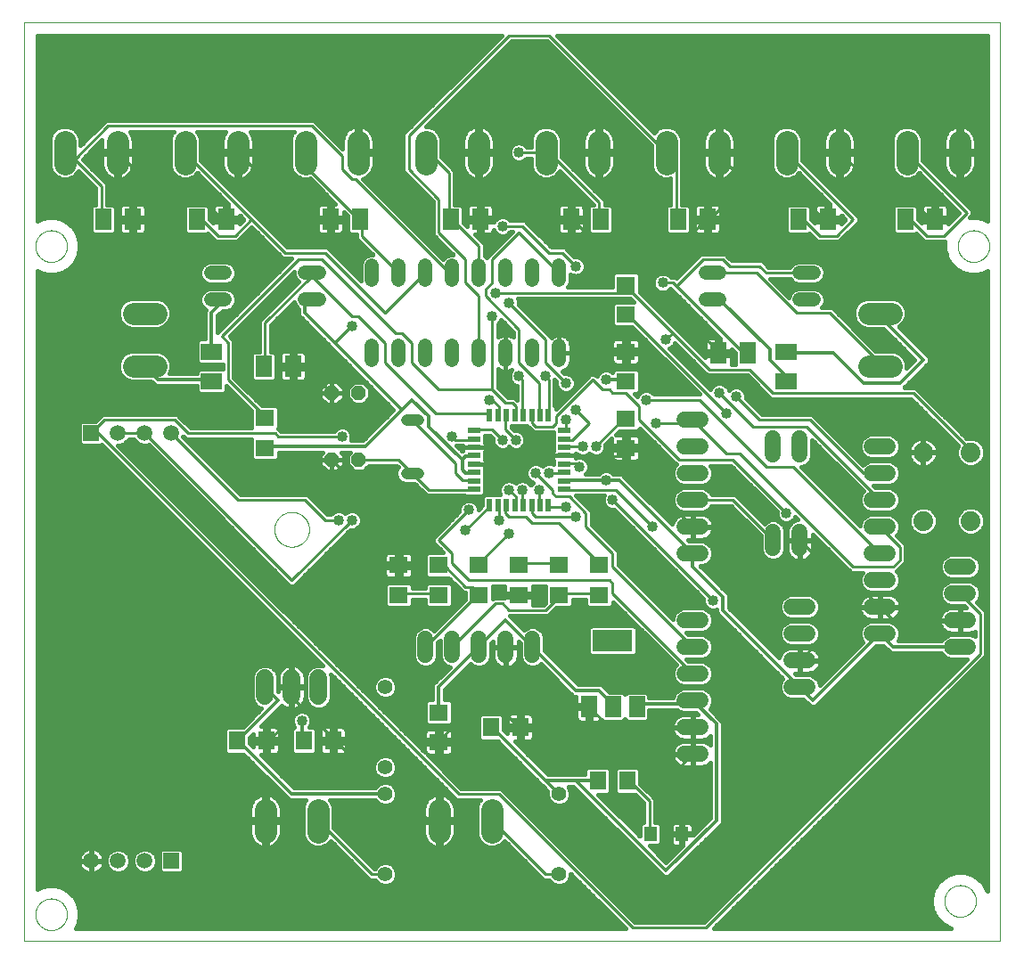
<source format=gtl>
G75*
%MOIN*%
%OFA0B0*%
%FSLAX25Y25*%
%IPPOS*%
%LPD*%
%AMOC8*
5,1,8,0,0,1.08239X$1,22.5*
%
%ADD10C,0.00000*%
%ADD11R,0.05000X0.02200*%
%ADD12R,0.02200X0.05000*%
%ADD13C,0.04400*%
%ADD14OC8,0.05200*%
%ADD15R,0.07098X0.06299*%
%ADD16C,0.07400*%
%ADD17C,0.06000*%
%ADD18C,0.05200*%
%ADD19C,0.08250*%
%ADD20R,0.06299X0.07874*%
%ADD21R,0.05937X0.05937*%
%ADD22C,0.05937*%
%ADD23R,0.04724X0.05512*%
%ADD24R,0.06299X0.07098*%
%ADD25C,0.06600*%
%ADD26R,0.06299X0.07087*%
%ADD27R,0.05900X0.07900*%
%ADD28R,0.15000X0.07900*%
%ADD29R,0.07087X0.06299*%
%ADD30R,0.07874X0.06299*%
%ADD31C,0.05543*%
%ADD32C,0.01000*%
%ADD33C,0.04000*%
%ADD34C,0.01600*%
%ADD35C,0.01410*%
D10*
X0021800Y0026800D02*
X0021800Y0370501D01*
X0386721Y0370501D01*
X0386721Y0026800D01*
X0021800Y0026800D01*
X0025894Y0036800D02*
X0025896Y0036953D01*
X0025902Y0037107D01*
X0025912Y0037260D01*
X0025926Y0037412D01*
X0025944Y0037565D01*
X0025966Y0037716D01*
X0025991Y0037867D01*
X0026021Y0038018D01*
X0026055Y0038168D01*
X0026092Y0038316D01*
X0026133Y0038464D01*
X0026178Y0038610D01*
X0026227Y0038756D01*
X0026280Y0038900D01*
X0026336Y0039042D01*
X0026396Y0039183D01*
X0026460Y0039323D01*
X0026527Y0039461D01*
X0026598Y0039597D01*
X0026673Y0039731D01*
X0026750Y0039863D01*
X0026832Y0039993D01*
X0026916Y0040121D01*
X0027004Y0040247D01*
X0027095Y0040370D01*
X0027189Y0040491D01*
X0027287Y0040609D01*
X0027387Y0040725D01*
X0027491Y0040838D01*
X0027597Y0040949D01*
X0027706Y0041057D01*
X0027818Y0041162D01*
X0027932Y0041263D01*
X0028050Y0041362D01*
X0028169Y0041458D01*
X0028291Y0041551D01*
X0028416Y0041640D01*
X0028543Y0041727D01*
X0028672Y0041809D01*
X0028803Y0041889D01*
X0028936Y0041965D01*
X0029071Y0042038D01*
X0029208Y0042107D01*
X0029347Y0042172D01*
X0029487Y0042234D01*
X0029629Y0042292D01*
X0029772Y0042347D01*
X0029917Y0042398D01*
X0030063Y0042445D01*
X0030210Y0042488D01*
X0030358Y0042527D01*
X0030507Y0042563D01*
X0030657Y0042594D01*
X0030808Y0042622D01*
X0030959Y0042646D01*
X0031112Y0042666D01*
X0031264Y0042682D01*
X0031417Y0042694D01*
X0031570Y0042702D01*
X0031723Y0042706D01*
X0031877Y0042706D01*
X0032030Y0042702D01*
X0032183Y0042694D01*
X0032336Y0042682D01*
X0032488Y0042666D01*
X0032641Y0042646D01*
X0032792Y0042622D01*
X0032943Y0042594D01*
X0033093Y0042563D01*
X0033242Y0042527D01*
X0033390Y0042488D01*
X0033537Y0042445D01*
X0033683Y0042398D01*
X0033828Y0042347D01*
X0033971Y0042292D01*
X0034113Y0042234D01*
X0034253Y0042172D01*
X0034392Y0042107D01*
X0034529Y0042038D01*
X0034664Y0041965D01*
X0034797Y0041889D01*
X0034928Y0041809D01*
X0035057Y0041727D01*
X0035184Y0041640D01*
X0035309Y0041551D01*
X0035431Y0041458D01*
X0035550Y0041362D01*
X0035668Y0041263D01*
X0035782Y0041162D01*
X0035894Y0041057D01*
X0036003Y0040949D01*
X0036109Y0040838D01*
X0036213Y0040725D01*
X0036313Y0040609D01*
X0036411Y0040491D01*
X0036505Y0040370D01*
X0036596Y0040247D01*
X0036684Y0040121D01*
X0036768Y0039993D01*
X0036850Y0039863D01*
X0036927Y0039731D01*
X0037002Y0039597D01*
X0037073Y0039461D01*
X0037140Y0039323D01*
X0037204Y0039183D01*
X0037264Y0039042D01*
X0037320Y0038900D01*
X0037373Y0038756D01*
X0037422Y0038610D01*
X0037467Y0038464D01*
X0037508Y0038316D01*
X0037545Y0038168D01*
X0037579Y0038018D01*
X0037609Y0037867D01*
X0037634Y0037716D01*
X0037656Y0037565D01*
X0037674Y0037412D01*
X0037688Y0037260D01*
X0037698Y0037107D01*
X0037704Y0036953D01*
X0037706Y0036800D01*
X0037704Y0036647D01*
X0037698Y0036493D01*
X0037688Y0036340D01*
X0037674Y0036188D01*
X0037656Y0036035D01*
X0037634Y0035884D01*
X0037609Y0035733D01*
X0037579Y0035582D01*
X0037545Y0035432D01*
X0037508Y0035284D01*
X0037467Y0035136D01*
X0037422Y0034990D01*
X0037373Y0034844D01*
X0037320Y0034700D01*
X0037264Y0034558D01*
X0037204Y0034417D01*
X0037140Y0034277D01*
X0037073Y0034139D01*
X0037002Y0034003D01*
X0036927Y0033869D01*
X0036850Y0033737D01*
X0036768Y0033607D01*
X0036684Y0033479D01*
X0036596Y0033353D01*
X0036505Y0033230D01*
X0036411Y0033109D01*
X0036313Y0032991D01*
X0036213Y0032875D01*
X0036109Y0032762D01*
X0036003Y0032651D01*
X0035894Y0032543D01*
X0035782Y0032438D01*
X0035668Y0032337D01*
X0035550Y0032238D01*
X0035431Y0032142D01*
X0035309Y0032049D01*
X0035184Y0031960D01*
X0035057Y0031873D01*
X0034928Y0031791D01*
X0034797Y0031711D01*
X0034664Y0031635D01*
X0034529Y0031562D01*
X0034392Y0031493D01*
X0034253Y0031428D01*
X0034113Y0031366D01*
X0033971Y0031308D01*
X0033828Y0031253D01*
X0033683Y0031202D01*
X0033537Y0031155D01*
X0033390Y0031112D01*
X0033242Y0031073D01*
X0033093Y0031037D01*
X0032943Y0031006D01*
X0032792Y0030978D01*
X0032641Y0030954D01*
X0032488Y0030934D01*
X0032336Y0030918D01*
X0032183Y0030906D01*
X0032030Y0030898D01*
X0031877Y0030894D01*
X0031723Y0030894D01*
X0031570Y0030898D01*
X0031417Y0030906D01*
X0031264Y0030918D01*
X0031112Y0030934D01*
X0030959Y0030954D01*
X0030808Y0030978D01*
X0030657Y0031006D01*
X0030507Y0031037D01*
X0030358Y0031073D01*
X0030210Y0031112D01*
X0030063Y0031155D01*
X0029917Y0031202D01*
X0029772Y0031253D01*
X0029629Y0031308D01*
X0029487Y0031366D01*
X0029347Y0031428D01*
X0029208Y0031493D01*
X0029071Y0031562D01*
X0028936Y0031635D01*
X0028803Y0031711D01*
X0028672Y0031791D01*
X0028543Y0031873D01*
X0028416Y0031960D01*
X0028291Y0032049D01*
X0028169Y0032142D01*
X0028050Y0032238D01*
X0027932Y0032337D01*
X0027818Y0032438D01*
X0027706Y0032543D01*
X0027597Y0032651D01*
X0027491Y0032762D01*
X0027387Y0032875D01*
X0027287Y0032991D01*
X0027189Y0033109D01*
X0027095Y0033230D01*
X0027004Y0033353D01*
X0026916Y0033479D01*
X0026832Y0033607D01*
X0026750Y0033737D01*
X0026673Y0033869D01*
X0026598Y0034003D01*
X0026527Y0034139D01*
X0026460Y0034277D01*
X0026396Y0034417D01*
X0026336Y0034558D01*
X0026280Y0034700D01*
X0026227Y0034844D01*
X0026178Y0034990D01*
X0026133Y0035136D01*
X0026092Y0035284D01*
X0026055Y0035432D01*
X0026021Y0035582D01*
X0025991Y0035733D01*
X0025966Y0035884D01*
X0025944Y0036035D01*
X0025926Y0036188D01*
X0025912Y0036340D01*
X0025902Y0036493D01*
X0025896Y0036647D01*
X0025894Y0036800D01*
X0115300Y0180800D02*
X0115302Y0180961D01*
X0115308Y0181121D01*
X0115318Y0181282D01*
X0115332Y0181442D01*
X0115350Y0181602D01*
X0115371Y0181761D01*
X0115397Y0181920D01*
X0115427Y0182078D01*
X0115460Y0182235D01*
X0115498Y0182392D01*
X0115539Y0182547D01*
X0115584Y0182701D01*
X0115633Y0182854D01*
X0115686Y0183006D01*
X0115742Y0183157D01*
X0115803Y0183306D01*
X0115866Y0183454D01*
X0115934Y0183600D01*
X0116005Y0183744D01*
X0116079Y0183886D01*
X0116157Y0184027D01*
X0116239Y0184165D01*
X0116324Y0184302D01*
X0116412Y0184436D01*
X0116504Y0184568D01*
X0116599Y0184698D01*
X0116697Y0184826D01*
X0116798Y0184951D01*
X0116902Y0185073D01*
X0117009Y0185193D01*
X0117119Y0185310D01*
X0117232Y0185425D01*
X0117348Y0185536D01*
X0117467Y0185645D01*
X0117588Y0185750D01*
X0117712Y0185853D01*
X0117838Y0185953D01*
X0117966Y0186049D01*
X0118097Y0186142D01*
X0118231Y0186232D01*
X0118366Y0186319D01*
X0118504Y0186402D01*
X0118643Y0186482D01*
X0118785Y0186558D01*
X0118928Y0186631D01*
X0119073Y0186700D01*
X0119220Y0186766D01*
X0119368Y0186828D01*
X0119518Y0186886D01*
X0119669Y0186941D01*
X0119822Y0186992D01*
X0119976Y0187039D01*
X0120131Y0187082D01*
X0120287Y0187121D01*
X0120443Y0187157D01*
X0120601Y0187188D01*
X0120759Y0187216D01*
X0120918Y0187240D01*
X0121078Y0187260D01*
X0121238Y0187276D01*
X0121398Y0187288D01*
X0121559Y0187296D01*
X0121720Y0187300D01*
X0121880Y0187300D01*
X0122041Y0187296D01*
X0122202Y0187288D01*
X0122362Y0187276D01*
X0122522Y0187260D01*
X0122682Y0187240D01*
X0122841Y0187216D01*
X0122999Y0187188D01*
X0123157Y0187157D01*
X0123313Y0187121D01*
X0123469Y0187082D01*
X0123624Y0187039D01*
X0123778Y0186992D01*
X0123931Y0186941D01*
X0124082Y0186886D01*
X0124232Y0186828D01*
X0124380Y0186766D01*
X0124527Y0186700D01*
X0124672Y0186631D01*
X0124815Y0186558D01*
X0124957Y0186482D01*
X0125096Y0186402D01*
X0125234Y0186319D01*
X0125369Y0186232D01*
X0125503Y0186142D01*
X0125634Y0186049D01*
X0125762Y0185953D01*
X0125888Y0185853D01*
X0126012Y0185750D01*
X0126133Y0185645D01*
X0126252Y0185536D01*
X0126368Y0185425D01*
X0126481Y0185310D01*
X0126591Y0185193D01*
X0126698Y0185073D01*
X0126802Y0184951D01*
X0126903Y0184826D01*
X0127001Y0184698D01*
X0127096Y0184568D01*
X0127188Y0184436D01*
X0127276Y0184302D01*
X0127361Y0184165D01*
X0127443Y0184027D01*
X0127521Y0183886D01*
X0127595Y0183744D01*
X0127666Y0183600D01*
X0127734Y0183454D01*
X0127797Y0183306D01*
X0127858Y0183157D01*
X0127914Y0183006D01*
X0127967Y0182854D01*
X0128016Y0182701D01*
X0128061Y0182547D01*
X0128102Y0182392D01*
X0128140Y0182235D01*
X0128173Y0182078D01*
X0128203Y0181920D01*
X0128229Y0181761D01*
X0128250Y0181602D01*
X0128268Y0181442D01*
X0128282Y0181282D01*
X0128292Y0181121D01*
X0128298Y0180961D01*
X0128300Y0180800D01*
X0128298Y0180639D01*
X0128292Y0180479D01*
X0128282Y0180318D01*
X0128268Y0180158D01*
X0128250Y0179998D01*
X0128229Y0179839D01*
X0128203Y0179680D01*
X0128173Y0179522D01*
X0128140Y0179365D01*
X0128102Y0179208D01*
X0128061Y0179053D01*
X0128016Y0178899D01*
X0127967Y0178746D01*
X0127914Y0178594D01*
X0127858Y0178443D01*
X0127797Y0178294D01*
X0127734Y0178146D01*
X0127666Y0178000D01*
X0127595Y0177856D01*
X0127521Y0177714D01*
X0127443Y0177573D01*
X0127361Y0177435D01*
X0127276Y0177298D01*
X0127188Y0177164D01*
X0127096Y0177032D01*
X0127001Y0176902D01*
X0126903Y0176774D01*
X0126802Y0176649D01*
X0126698Y0176527D01*
X0126591Y0176407D01*
X0126481Y0176290D01*
X0126368Y0176175D01*
X0126252Y0176064D01*
X0126133Y0175955D01*
X0126012Y0175850D01*
X0125888Y0175747D01*
X0125762Y0175647D01*
X0125634Y0175551D01*
X0125503Y0175458D01*
X0125369Y0175368D01*
X0125234Y0175281D01*
X0125096Y0175198D01*
X0124957Y0175118D01*
X0124815Y0175042D01*
X0124672Y0174969D01*
X0124527Y0174900D01*
X0124380Y0174834D01*
X0124232Y0174772D01*
X0124082Y0174714D01*
X0123931Y0174659D01*
X0123778Y0174608D01*
X0123624Y0174561D01*
X0123469Y0174518D01*
X0123313Y0174479D01*
X0123157Y0174443D01*
X0122999Y0174412D01*
X0122841Y0174384D01*
X0122682Y0174360D01*
X0122522Y0174340D01*
X0122362Y0174324D01*
X0122202Y0174312D01*
X0122041Y0174304D01*
X0121880Y0174300D01*
X0121720Y0174300D01*
X0121559Y0174304D01*
X0121398Y0174312D01*
X0121238Y0174324D01*
X0121078Y0174340D01*
X0120918Y0174360D01*
X0120759Y0174384D01*
X0120601Y0174412D01*
X0120443Y0174443D01*
X0120287Y0174479D01*
X0120131Y0174518D01*
X0119976Y0174561D01*
X0119822Y0174608D01*
X0119669Y0174659D01*
X0119518Y0174714D01*
X0119368Y0174772D01*
X0119220Y0174834D01*
X0119073Y0174900D01*
X0118928Y0174969D01*
X0118785Y0175042D01*
X0118643Y0175118D01*
X0118504Y0175198D01*
X0118366Y0175281D01*
X0118231Y0175368D01*
X0118097Y0175458D01*
X0117966Y0175551D01*
X0117838Y0175647D01*
X0117712Y0175747D01*
X0117588Y0175850D01*
X0117467Y0175955D01*
X0117348Y0176064D01*
X0117232Y0176175D01*
X0117119Y0176290D01*
X0117009Y0176407D01*
X0116902Y0176527D01*
X0116798Y0176649D01*
X0116697Y0176774D01*
X0116599Y0176902D01*
X0116504Y0177032D01*
X0116412Y0177164D01*
X0116324Y0177298D01*
X0116239Y0177435D01*
X0116157Y0177573D01*
X0116079Y0177714D01*
X0116005Y0177856D01*
X0115934Y0178000D01*
X0115866Y0178146D01*
X0115803Y0178294D01*
X0115742Y0178443D01*
X0115686Y0178594D01*
X0115633Y0178746D01*
X0115584Y0178899D01*
X0115539Y0179053D01*
X0115498Y0179208D01*
X0115460Y0179365D01*
X0115427Y0179522D01*
X0115397Y0179680D01*
X0115371Y0179839D01*
X0115350Y0179998D01*
X0115332Y0180158D01*
X0115318Y0180318D01*
X0115308Y0180479D01*
X0115302Y0180639D01*
X0115300Y0180800D01*
X0025894Y0286800D02*
X0025896Y0286953D01*
X0025902Y0287107D01*
X0025912Y0287260D01*
X0025926Y0287412D01*
X0025944Y0287565D01*
X0025966Y0287716D01*
X0025991Y0287867D01*
X0026021Y0288018D01*
X0026055Y0288168D01*
X0026092Y0288316D01*
X0026133Y0288464D01*
X0026178Y0288610D01*
X0026227Y0288756D01*
X0026280Y0288900D01*
X0026336Y0289042D01*
X0026396Y0289183D01*
X0026460Y0289323D01*
X0026527Y0289461D01*
X0026598Y0289597D01*
X0026673Y0289731D01*
X0026750Y0289863D01*
X0026832Y0289993D01*
X0026916Y0290121D01*
X0027004Y0290247D01*
X0027095Y0290370D01*
X0027189Y0290491D01*
X0027287Y0290609D01*
X0027387Y0290725D01*
X0027491Y0290838D01*
X0027597Y0290949D01*
X0027706Y0291057D01*
X0027818Y0291162D01*
X0027932Y0291263D01*
X0028050Y0291362D01*
X0028169Y0291458D01*
X0028291Y0291551D01*
X0028416Y0291640D01*
X0028543Y0291727D01*
X0028672Y0291809D01*
X0028803Y0291889D01*
X0028936Y0291965D01*
X0029071Y0292038D01*
X0029208Y0292107D01*
X0029347Y0292172D01*
X0029487Y0292234D01*
X0029629Y0292292D01*
X0029772Y0292347D01*
X0029917Y0292398D01*
X0030063Y0292445D01*
X0030210Y0292488D01*
X0030358Y0292527D01*
X0030507Y0292563D01*
X0030657Y0292594D01*
X0030808Y0292622D01*
X0030959Y0292646D01*
X0031112Y0292666D01*
X0031264Y0292682D01*
X0031417Y0292694D01*
X0031570Y0292702D01*
X0031723Y0292706D01*
X0031877Y0292706D01*
X0032030Y0292702D01*
X0032183Y0292694D01*
X0032336Y0292682D01*
X0032488Y0292666D01*
X0032641Y0292646D01*
X0032792Y0292622D01*
X0032943Y0292594D01*
X0033093Y0292563D01*
X0033242Y0292527D01*
X0033390Y0292488D01*
X0033537Y0292445D01*
X0033683Y0292398D01*
X0033828Y0292347D01*
X0033971Y0292292D01*
X0034113Y0292234D01*
X0034253Y0292172D01*
X0034392Y0292107D01*
X0034529Y0292038D01*
X0034664Y0291965D01*
X0034797Y0291889D01*
X0034928Y0291809D01*
X0035057Y0291727D01*
X0035184Y0291640D01*
X0035309Y0291551D01*
X0035431Y0291458D01*
X0035550Y0291362D01*
X0035668Y0291263D01*
X0035782Y0291162D01*
X0035894Y0291057D01*
X0036003Y0290949D01*
X0036109Y0290838D01*
X0036213Y0290725D01*
X0036313Y0290609D01*
X0036411Y0290491D01*
X0036505Y0290370D01*
X0036596Y0290247D01*
X0036684Y0290121D01*
X0036768Y0289993D01*
X0036850Y0289863D01*
X0036927Y0289731D01*
X0037002Y0289597D01*
X0037073Y0289461D01*
X0037140Y0289323D01*
X0037204Y0289183D01*
X0037264Y0289042D01*
X0037320Y0288900D01*
X0037373Y0288756D01*
X0037422Y0288610D01*
X0037467Y0288464D01*
X0037508Y0288316D01*
X0037545Y0288168D01*
X0037579Y0288018D01*
X0037609Y0287867D01*
X0037634Y0287716D01*
X0037656Y0287565D01*
X0037674Y0287412D01*
X0037688Y0287260D01*
X0037698Y0287107D01*
X0037704Y0286953D01*
X0037706Y0286800D01*
X0037704Y0286647D01*
X0037698Y0286493D01*
X0037688Y0286340D01*
X0037674Y0286188D01*
X0037656Y0286035D01*
X0037634Y0285884D01*
X0037609Y0285733D01*
X0037579Y0285582D01*
X0037545Y0285432D01*
X0037508Y0285284D01*
X0037467Y0285136D01*
X0037422Y0284990D01*
X0037373Y0284844D01*
X0037320Y0284700D01*
X0037264Y0284558D01*
X0037204Y0284417D01*
X0037140Y0284277D01*
X0037073Y0284139D01*
X0037002Y0284003D01*
X0036927Y0283869D01*
X0036850Y0283737D01*
X0036768Y0283607D01*
X0036684Y0283479D01*
X0036596Y0283353D01*
X0036505Y0283230D01*
X0036411Y0283109D01*
X0036313Y0282991D01*
X0036213Y0282875D01*
X0036109Y0282762D01*
X0036003Y0282651D01*
X0035894Y0282543D01*
X0035782Y0282438D01*
X0035668Y0282337D01*
X0035550Y0282238D01*
X0035431Y0282142D01*
X0035309Y0282049D01*
X0035184Y0281960D01*
X0035057Y0281873D01*
X0034928Y0281791D01*
X0034797Y0281711D01*
X0034664Y0281635D01*
X0034529Y0281562D01*
X0034392Y0281493D01*
X0034253Y0281428D01*
X0034113Y0281366D01*
X0033971Y0281308D01*
X0033828Y0281253D01*
X0033683Y0281202D01*
X0033537Y0281155D01*
X0033390Y0281112D01*
X0033242Y0281073D01*
X0033093Y0281037D01*
X0032943Y0281006D01*
X0032792Y0280978D01*
X0032641Y0280954D01*
X0032488Y0280934D01*
X0032336Y0280918D01*
X0032183Y0280906D01*
X0032030Y0280898D01*
X0031877Y0280894D01*
X0031723Y0280894D01*
X0031570Y0280898D01*
X0031417Y0280906D01*
X0031264Y0280918D01*
X0031112Y0280934D01*
X0030959Y0280954D01*
X0030808Y0280978D01*
X0030657Y0281006D01*
X0030507Y0281037D01*
X0030358Y0281073D01*
X0030210Y0281112D01*
X0030063Y0281155D01*
X0029917Y0281202D01*
X0029772Y0281253D01*
X0029629Y0281308D01*
X0029487Y0281366D01*
X0029347Y0281428D01*
X0029208Y0281493D01*
X0029071Y0281562D01*
X0028936Y0281635D01*
X0028803Y0281711D01*
X0028672Y0281791D01*
X0028543Y0281873D01*
X0028416Y0281960D01*
X0028291Y0282049D01*
X0028169Y0282142D01*
X0028050Y0282238D01*
X0027932Y0282337D01*
X0027818Y0282438D01*
X0027706Y0282543D01*
X0027597Y0282651D01*
X0027491Y0282762D01*
X0027387Y0282875D01*
X0027287Y0282991D01*
X0027189Y0283109D01*
X0027095Y0283230D01*
X0027004Y0283353D01*
X0026916Y0283479D01*
X0026832Y0283607D01*
X0026750Y0283737D01*
X0026673Y0283869D01*
X0026598Y0284003D01*
X0026527Y0284139D01*
X0026460Y0284277D01*
X0026396Y0284417D01*
X0026336Y0284558D01*
X0026280Y0284700D01*
X0026227Y0284844D01*
X0026178Y0284990D01*
X0026133Y0285136D01*
X0026092Y0285284D01*
X0026055Y0285432D01*
X0026021Y0285582D01*
X0025991Y0285733D01*
X0025966Y0285884D01*
X0025944Y0286035D01*
X0025926Y0286188D01*
X0025912Y0286340D01*
X0025902Y0286493D01*
X0025896Y0286647D01*
X0025894Y0286800D01*
X0365894Y0041800D02*
X0365896Y0041953D01*
X0365902Y0042107D01*
X0365912Y0042260D01*
X0365926Y0042412D01*
X0365944Y0042565D01*
X0365966Y0042716D01*
X0365991Y0042867D01*
X0366021Y0043018D01*
X0366055Y0043168D01*
X0366092Y0043316D01*
X0366133Y0043464D01*
X0366178Y0043610D01*
X0366227Y0043756D01*
X0366280Y0043900D01*
X0366336Y0044042D01*
X0366396Y0044183D01*
X0366460Y0044323D01*
X0366527Y0044461D01*
X0366598Y0044597D01*
X0366673Y0044731D01*
X0366750Y0044863D01*
X0366832Y0044993D01*
X0366916Y0045121D01*
X0367004Y0045247D01*
X0367095Y0045370D01*
X0367189Y0045491D01*
X0367287Y0045609D01*
X0367387Y0045725D01*
X0367491Y0045838D01*
X0367597Y0045949D01*
X0367706Y0046057D01*
X0367818Y0046162D01*
X0367932Y0046263D01*
X0368050Y0046362D01*
X0368169Y0046458D01*
X0368291Y0046551D01*
X0368416Y0046640D01*
X0368543Y0046727D01*
X0368672Y0046809D01*
X0368803Y0046889D01*
X0368936Y0046965D01*
X0369071Y0047038D01*
X0369208Y0047107D01*
X0369347Y0047172D01*
X0369487Y0047234D01*
X0369629Y0047292D01*
X0369772Y0047347D01*
X0369917Y0047398D01*
X0370063Y0047445D01*
X0370210Y0047488D01*
X0370358Y0047527D01*
X0370507Y0047563D01*
X0370657Y0047594D01*
X0370808Y0047622D01*
X0370959Y0047646D01*
X0371112Y0047666D01*
X0371264Y0047682D01*
X0371417Y0047694D01*
X0371570Y0047702D01*
X0371723Y0047706D01*
X0371877Y0047706D01*
X0372030Y0047702D01*
X0372183Y0047694D01*
X0372336Y0047682D01*
X0372488Y0047666D01*
X0372641Y0047646D01*
X0372792Y0047622D01*
X0372943Y0047594D01*
X0373093Y0047563D01*
X0373242Y0047527D01*
X0373390Y0047488D01*
X0373537Y0047445D01*
X0373683Y0047398D01*
X0373828Y0047347D01*
X0373971Y0047292D01*
X0374113Y0047234D01*
X0374253Y0047172D01*
X0374392Y0047107D01*
X0374529Y0047038D01*
X0374664Y0046965D01*
X0374797Y0046889D01*
X0374928Y0046809D01*
X0375057Y0046727D01*
X0375184Y0046640D01*
X0375309Y0046551D01*
X0375431Y0046458D01*
X0375550Y0046362D01*
X0375668Y0046263D01*
X0375782Y0046162D01*
X0375894Y0046057D01*
X0376003Y0045949D01*
X0376109Y0045838D01*
X0376213Y0045725D01*
X0376313Y0045609D01*
X0376411Y0045491D01*
X0376505Y0045370D01*
X0376596Y0045247D01*
X0376684Y0045121D01*
X0376768Y0044993D01*
X0376850Y0044863D01*
X0376927Y0044731D01*
X0377002Y0044597D01*
X0377073Y0044461D01*
X0377140Y0044323D01*
X0377204Y0044183D01*
X0377264Y0044042D01*
X0377320Y0043900D01*
X0377373Y0043756D01*
X0377422Y0043610D01*
X0377467Y0043464D01*
X0377508Y0043316D01*
X0377545Y0043168D01*
X0377579Y0043018D01*
X0377609Y0042867D01*
X0377634Y0042716D01*
X0377656Y0042565D01*
X0377674Y0042412D01*
X0377688Y0042260D01*
X0377698Y0042107D01*
X0377704Y0041953D01*
X0377706Y0041800D01*
X0377704Y0041647D01*
X0377698Y0041493D01*
X0377688Y0041340D01*
X0377674Y0041188D01*
X0377656Y0041035D01*
X0377634Y0040884D01*
X0377609Y0040733D01*
X0377579Y0040582D01*
X0377545Y0040432D01*
X0377508Y0040284D01*
X0377467Y0040136D01*
X0377422Y0039990D01*
X0377373Y0039844D01*
X0377320Y0039700D01*
X0377264Y0039558D01*
X0377204Y0039417D01*
X0377140Y0039277D01*
X0377073Y0039139D01*
X0377002Y0039003D01*
X0376927Y0038869D01*
X0376850Y0038737D01*
X0376768Y0038607D01*
X0376684Y0038479D01*
X0376596Y0038353D01*
X0376505Y0038230D01*
X0376411Y0038109D01*
X0376313Y0037991D01*
X0376213Y0037875D01*
X0376109Y0037762D01*
X0376003Y0037651D01*
X0375894Y0037543D01*
X0375782Y0037438D01*
X0375668Y0037337D01*
X0375550Y0037238D01*
X0375431Y0037142D01*
X0375309Y0037049D01*
X0375184Y0036960D01*
X0375057Y0036873D01*
X0374928Y0036791D01*
X0374797Y0036711D01*
X0374664Y0036635D01*
X0374529Y0036562D01*
X0374392Y0036493D01*
X0374253Y0036428D01*
X0374113Y0036366D01*
X0373971Y0036308D01*
X0373828Y0036253D01*
X0373683Y0036202D01*
X0373537Y0036155D01*
X0373390Y0036112D01*
X0373242Y0036073D01*
X0373093Y0036037D01*
X0372943Y0036006D01*
X0372792Y0035978D01*
X0372641Y0035954D01*
X0372488Y0035934D01*
X0372336Y0035918D01*
X0372183Y0035906D01*
X0372030Y0035898D01*
X0371877Y0035894D01*
X0371723Y0035894D01*
X0371570Y0035898D01*
X0371417Y0035906D01*
X0371264Y0035918D01*
X0371112Y0035934D01*
X0370959Y0035954D01*
X0370808Y0035978D01*
X0370657Y0036006D01*
X0370507Y0036037D01*
X0370358Y0036073D01*
X0370210Y0036112D01*
X0370063Y0036155D01*
X0369917Y0036202D01*
X0369772Y0036253D01*
X0369629Y0036308D01*
X0369487Y0036366D01*
X0369347Y0036428D01*
X0369208Y0036493D01*
X0369071Y0036562D01*
X0368936Y0036635D01*
X0368803Y0036711D01*
X0368672Y0036791D01*
X0368543Y0036873D01*
X0368416Y0036960D01*
X0368291Y0037049D01*
X0368169Y0037142D01*
X0368050Y0037238D01*
X0367932Y0037337D01*
X0367818Y0037438D01*
X0367706Y0037543D01*
X0367597Y0037651D01*
X0367491Y0037762D01*
X0367387Y0037875D01*
X0367287Y0037991D01*
X0367189Y0038109D01*
X0367095Y0038230D01*
X0367004Y0038353D01*
X0366916Y0038479D01*
X0366832Y0038607D01*
X0366750Y0038737D01*
X0366673Y0038869D01*
X0366598Y0039003D01*
X0366527Y0039139D01*
X0366460Y0039277D01*
X0366396Y0039417D01*
X0366336Y0039558D01*
X0366280Y0039700D01*
X0366227Y0039844D01*
X0366178Y0039990D01*
X0366133Y0040136D01*
X0366092Y0040284D01*
X0366055Y0040432D01*
X0366021Y0040582D01*
X0365991Y0040733D01*
X0365966Y0040884D01*
X0365944Y0041035D01*
X0365926Y0041188D01*
X0365912Y0041340D01*
X0365902Y0041493D01*
X0365896Y0041647D01*
X0365894Y0041800D01*
X0370894Y0286800D02*
X0370896Y0286953D01*
X0370902Y0287107D01*
X0370912Y0287260D01*
X0370926Y0287412D01*
X0370944Y0287565D01*
X0370966Y0287716D01*
X0370991Y0287867D01*
X0371021Y0288018D01*
X0371055Y0288168D01*
X0371092Y0288316D01*
X0371133Y0288464D01*
X0371178Y0288610D01*
X0371227Y0288756D01*
X0371280Y0288900D01*
X0371336Y0289042D01*
X0371396Y0289183D01*
X0371460Y0289323D01*
X0371527Y0289461D01*
X0371598Y0289597D01*
X0371673Y0289731D01*
X0371750Y0289863D01*
X0371832Y0289993D01*
X0371916Y0290121D01*
X0372004Y0290247D01*
X0372095Y0290370D01*
X0372189Y0290491D01*
X0372287Y0290609D01*
X0372387Y0290725D01*
X0372491Y0290838D01*
X0372597Y0290949D01*
X0372706Y0291057D01*
X0372818Y0291162D01*
X0372932Y0291263D01*
X0373050Y0291362D01*
X0373169Y0291458D01*
X0373291Y0291551D01*
X0373416Y0291640D01*
X0373543Y0291727D01*
X0373672Y0291809D01*
X0373803Y0291889D01*
X0373936Y0291965D01*
X0374071Y0292038D01*
X0374208Y0292107D01*
X0374347Y0292172D01*
X0374487Y0292234D01*
X0374629Y0292292D01*
X0374772Y0292347D01*
X0374917Y0292398D01*
X0375063Y0292445D01*
X0375210Y0292488D01*
X0375358Y0292527D01*
X0375507Y0292563D01*
X0375657Y0292594D01*
X0375808Y0292622D01*
X0375959Y0292646D01*
X0376112Y0292666D01*
X0376264Y0292682D01*
X0376417Y0292694D01*
X0376570Y0292702D01*
X0376723Y0292706D01*
X0376877Y0292706D01*
X0377030Y0292702D01*
X0377183Y0292694D01*
X0377336Y0292682D01*
X0377488Y0292666D01*
X0377641Y0292646D01*
X0377792Y0292622D01*
X0377943Y0292594D01*
X0378093Y0292563D01*
X0378242Y0292527D01*
X0378390Y0292488D01*
X0378537Y0292445D01*
X0378683Y0292398D01*
X0378828Y0292347D01*
X0378971Y0292292D01*
X0379113Y0292234D01*
X0379253Y0292172D01*
X0379392Y0292107D01*
X0379529Y0292038D01*
X0379664Y0291965D01*
X0379797Y0291889D01*
X0379928Y0291809D01*
X0380057Y0291727D01*
X0380184Y0291640D01*
X0380309Y0291551D01*
X0380431Y0291458D01*
X0380550Y0291362D01*
X0380668Y0291263D01*
X0380782Y0291162D01*
X0380894Y0291057D01*
X0381003Y0290949D01*
X0381109Y0290838D01*
X0381213Y0290725D01*
X0381313Y0290609D01*
X0381411Y0290491D01*
X0381505Y0290370D01*
X0381596Y0290247D01*
X0381684Y0290121D01*
X0381768Y0289993D01*
X0381850Y0289863D01*
X0381927Y0289731D01*
X0382002Y0289597D01*
X0382073Y0289461D01*
X0382140Y0289323D01*
X0382204Y0289183D01*
X0382264Y0289042D01*
X0382320Y0288900D01*
X0382373Y0288756D01*
X0382422Y0288610D01*
X0382467Y0288464D01*
X0382508Y0288316D01*
X0382545Y0288168D01*
X0382579Y0288018D01*
X0382609Y0287867D01*
X0382634Y0287716D01*
X0382656Y0287565D01*
X0382674Y0287412D01*
X0382688Y0287260D01*
X0382698Y0287107D01*
X0382704Y0286953D01*
X0382706Y0286800D01*
X0382704Y0286647D01*
X0382698Y0286493D01*
X0382688Y0286340D01*
X0382674Y0286188D01*
X0382656Y0286035D01*
X0382634Y0285884D01*
X0382609Y0285733D01*
X0382579Y0285582D01*
X0382545Y0285432D01*
X0382508Y0285284D01*
X0382467Y0285136D01*
X0382422Y0284990D01*
X0382373Y0284844D01*
X0382320Y0284700D01*
X0382264Y0284558D01*
X0382204Y0284417D01*
X0382140Y0284277D01*
X0382073Y0284139D01*
X0382002Y0284003D01*
X0381927Y0283869D01*
X0381850Y0283737D01*
X0381768Y0283607D01*
X0381684Y0283479D01*
X0381596Y0283353D01*
X0381505Y0283230D01*
X0381411Y0283109D01*
X0381313Y0282991D01*
X0381213Y0282875D01*
X0381109Y0282762D01*
X0381003Y0282651D01*
X0380894Y0282543D01*
X0380782Y0282438D01*
X0380668Y0282337D01*
X0380550Y0282238D01*
X0380431Y0282142D01*
X0380309Y0282049D01*
X0380184Y0281960D01*
X0380057Y0281873D01*
X0379928Y0281791D01*
X0379797Y0281711D01*
X0379664Y0281635D01*
X0379529Y0281562D01*
X0379392Y0281493D01*
X0379253Y0281428D01*
X0379113Y0281366D01*
X0378971Y0281308D01*
X0378828Y0281253D01*
X0378683Y0281202D01*
X0378537Y0281155D01*
X0378390Y0281112D01*
X0378242Y0281073D01*
X0378093Y0281037D01*
X0377943Y0281006D01*
X0377792Y0280978D01*
X0377641Y0280954D01*
X0377488Y0280934D01*
X0377336Y0280918D01*
X0377183Y0280906D01*
X0377030Y0280898D01*
X0376877Y0280894D01*
X0376723Y0280894D01*
X0376570Y0280898D01*
X0376417Y0280906D01*
X0376264Y0280918D01*
X0376112Y0280934D01*
X0375959Y0280954D01*
X0375808Y0280978D01*
X0375657Y0281006D01*
X0375507Y0281037D01*
X0375358Y0281073D01*
X0375210Y0281112D01*
X0375063Y0281155D01*
X0374917Y0281202D01*
X0374772Y0281253D01*
X0374629Y0281308D01*
X0374487Y0281366D01*
X0374347Y0281428D01*
X0374208Y0281493D01*
X0374071Y0281562D01*
X0373936Y0281635D01*
X0373803Y0281711D01*
X0373672Y0281791D01*
X0373543Y0281873D01*
X0373416Y0281960D01*
X0373291Y0282049D01*
X0373169Y0282142D01*
X0373050Y0282238D01*
X0372932Y0282337D01*
X0372818Y0282438D01*
X0372706Y0282543D01*
X0372597Y0282651D01*
X0372491Y0282762D01*
X0372387Y0282875D01*
X0372287Y0282991D01*
X0372189Y0283109D01*
X0372095Y0283230D01*
X0372004Y0283353D01*
X0371916Y0283479D01*
X0371832Y0283607D01*
X0371750Y0283737D01*
X0371673Y0283869D01*
X0371598Y0284003D01*
X0371527Y0284139D01*
X0371460Y0284277D01*
X0371396Y0284417D01*
X0371336Y0284558D01*
X0371280Y0284700D01*
X0371227Y0284844D01*
X0371178Y0284990D01*
X0371133Y0285136D01*
X0371092Y0285284D01*
X0371055Y0285432D01*
X0371021Y0285582D01*
X0370991Y0285733D01*
X0370966Y0285884D01*
X0370944Y0286035D01*
X0370926Y0286188D01*
X0370912Y0286340D01*
X0370902Y0286493D01*
X0370896Y0286647D01*
X0370894Y0286800D01*
D11*
X0223700Y0217824D03*
X0223700Y0214674D03*
X0223700Y0211524D03*
X0223700Y0208375D03*
X0223700Y0205225D03*
X0223700Y0202076D03*
X0223700Y0198926D03*
X0223700Y0195776D03*
X0189900Y0195776D03*
X0189900Y0198926D03*
X0189900Y0202076D03*
X0189900Y0205225D03*
X0189900Y0208375D03*
X0189900Y0211524D03*
X0189900Y0214674D03*
X0189900Y0217824D03*
D12*
X0195776Y0223700D03*
X0198926Y0223700D03*
X0202076Y0223700D03*
X0205225Y0223700D03*
X0208375Y0223700D03*
X0211524Y0223700D03*
X0214674Y0223700D03*
X0217824Y0223700D03*
X0217824Y0189900D03*
X0214674Y0189900D03*
X0211524Y0189900D03*
X0208375Y0189900D03*
X0205225Y0189900D03*
X0202076Y0189900D03*
X0198926Y0189900D03*
X0195776Y0189900D03*
D13*
X0169000Y0201800D02*
X0164600Y0201800D01*
X0164600Y0221800D02*
X0169000Y0221800D01*
D14*
X0146800Y0231800D03*
X0136800Y0231800D03*
X0136800Y0206800D03*
X0146800Y0206800D03*
D15*
X0111800Y0211202D03*
X0111800Y0222398D03*
X0161800Y0167398D03*
X0161800Y0156202D03*
X0176800Y0156202D03*
X0176800Y0167398D03*
X0191800Y0167398D03*
X0191800Y0156202D03*
X0206800Y0156202D03*
X0206800Y0167398D03*
X0221800Y0167398D03*
X0221800Y0156202D03*
X0236800Y0156202D03*
X0236800Y0167398D03*
D16*
X0357900Y0184000D03*
X0375700Y0184000D03*
X0375700Y0209600D03*
X0357900Y0209600D03*
D17*
X0344800Y0211800D02*
X0338800Y0211800D01*
X0338800Y0201800D02*
X0344800Y0201800D01*
X0344800Y0191800D02*
X0338800Y0191800D01*
X0338800Y0181800D02*
X0344800Y0181800D01*
X0344800Y0171800D02*
X0338800Y0171800D01*
X0338800Y0161800D02*
X0344800Y0161800D01*
X0344800Y0151800D02*
X0338800Y0151800D01*
X0338800Y0141800D02*
X0344800Y0141800D01*
X0368800Y0136800D02*
X0374800Y0136800D01*
X0374800Y0146800D02*
X0368800Y0146800D01*
X0368800Y0156800D02*
X0374800Y0156800D01*
X0374800Y0166800D02*
X0368800Y0166800D01*
X0314800Y0151800D02*
X0308800Y0151800D01*
X0308800Y0141800D02*
X0314800Y0141800D01*
X0314800Y0131800D02*
X0308800Y0131800D01*
X0308800Y0121800D02*
X0314800Y0121800D01*
X0274800Y0116800D02*
X0268800Y0116800D01*
X0268800Y0106800D02*
X0274800Y0106800D01*
X0274800Y0096800D02*
X0268800Y0096800D01*
X0268800Y0126800D02*
X0274800Y0126800D01*
X0274800Y0136800D02*
X0268800Y0136800D01*
X0268800Y0146800D02*
X0274800Y0146800D01*
X0274800Y0171800D02*
X0268800Y0171800D01*
X0268800Y0181800D02*
X0274800Y0181800D01*
X0274800Y0191800D02*
X0268800Y0191800D01*
X0268800Y0201800D02*
X0274800Y0201800D01*
X0274800Y0211800D02*
X0268800Y0211800D01*
X0268800Y0221800D02*
X0274800Y0221800D01*
X0301800Y0214800D02*
X0301800Y0208800D01*
X0311800Y0208800D02*
X0311800Y0214800D01*
X0311800Y0179800D02*
X0311800Y0173800D01*
X0301800Y0173800D02*
X0301800Y0179800D01*
X0211800Y0139800D02*
X0211800Y0133800D01*
X0201800Y0133800D02*
X0201800Y0139800D01*
X0191800Y0139800D02*
X0191800Y0133800D01*
X0181800Y0133800D02*
X0181800Y0139800D01*
X0171800Y0139800D02*
X0171800Y0133800D01*
D18*
X0171800Y0244200D02*
X0171800Y0249400D01*
X0181800Y0249400D02*
X0181800Y0244200D01*
X0191800Y0244200D02*
X0191800Y0249400D01*
X0201800Y0249400D02*
X0201800Y0244200D01*
X0211800Y0244200D02*
X0211800Y0249400D01*
X0221800Y0249400D02*
X0221800Y0244200D01*
X0221800Y0274200D02*
X0221800Y0279400D01*
X0211800Y0279400D02*
X0211800Y0274200D01*
X0201800Y0274200D02*
X0201800Y0279400D01*
X0191800Y0279400D02*
X0191800Y0274200D01*
X0181800Y0274200D02*
X0181800Y0279400D01*
X0171800Y0279400D02*
X0171800Y0274200D01*
X0161800Y0274200D02*
X0161800Y0279400D01*
X0151800Y0279400D02*
X0151800Y0274200D01*
X0132000Y0276800D02*
X0126800Y0276800D01*
X0126800Y0266800D02*
X0132000Y0266800D01*
X0151800Y0249400D02*
X0151800Y0244200D01*
X0161800Y0244200D02*
X0161800Y0249400D01*
X0096800Y0266800D02*
X0091600Y0266800D01*
X0091600Y0276800D02*
X0096800Y0276800D01*
X0276600Y0276800D02*
X0281800Y0276800D01*
X0281800Y0266800D02*
X0276600Y0266800D01*
X0311800Y0266800D02*
X0317000Y0266800D01*
X0317000Y0276800D02*
X0311800Y0276800D01*
D19*
X0337675Y0261643D02*
X0345925Y0261643D01*
X0345925Y0241957D02*
X0337675Y0241957D01*
X0326643Y0317675D02*
X0326643Y0325925D01*
X0306957Y0325925D02*
X0306957Y0317675D01*
X0281643Y0317675D02*
X0281643Y0325925D01*
X0261957Y0325925D02*
X0261957Y0317675D01*
X0236643Y0317675D02*
X0236643Y0325925D01*
X0216957Y0325925D02*
X0216957Y0317675D01*
X0191643Y0317675D02*
X0191643Y0325925D01*
X0171957Y0325925D02*
X0171957Y0317675D01*
X0146643Y0317675D02*
X0146643Y0325925D01*
X0126957Y0325925D02*
X0126957Y0317675D01*
X0101643Y0317675D02*
X0101643Y0325925D01*
X0081957Y0325925D02*
X0081957Y0317675D01*
X0056643Y0317675D02*
X0056643Y0325925D01*
X0036957Y0325925D02*
X0036957Y0317675D01*
X0062675Y0261643D02*
X0070925Y0261643D01*
X0070925Y0241957D02*
X0062675Y0241957D01*
X0111957Y0075925D02*
X0111957Y0067675D01*
X0131643Y0067675D02*
X0131643Y0075925D01*
X0176957Y0075925D02*
X0176957Y0067675D01*
X0196643Y0067675D02*
X0196643Y0075925D01*
X0351957Y0317675D02*
X0351957Y0325925D01*
X0371643Y0325925D02*
X0371643Y0317675D01*
D20*
X0362312Y0296800D03*
X0351288Y0296800D03*
X0322312Y0296800D03*
X0311288Y0296800D03*
X0277312Y0296800D03*
X0266288Y0296800D03*
X0237312Y0296800D03*
X0226288Y0296800D03*
X0192312Y0296800D03*
X0181288Y0296800D03*
X0147312Y0296800D03*
X0136288Y0296800D03*
X0097312Y0296800D03*
X0086288Y0296800D03*
X0062312Y0296800D03*
X0051288Y0296800D03*
X0111288Y0241800D03*
X0122312Y0241800D03*
X0281288Y0246800D03*
X0292312Y0246800D03*
D21*
X0076800Y0056800D03*
X0046800Y0216800D03*
D22*
X0056800Y0216800D03*
X0066800Y0216800D03*
X0076800Y0216800D03*
X0066800Y0056800D03*
X0056800Y0056800D03*
X0046800Y0056800D03*
D23*
X0255894Y0066800D03*
X0267706Y0066800D03*
D24*
X0247398Y0086800D03*
X0236202Y0086800D03*
D25*
X0131800Y0118500D02*
X0131800Y0125100D01*
X0121800Y0125100D02*
X0121800Y0118500D01*
X0111800Y0118500D02*
X0111800Y0125100D01*
D26*
X0112312Y0101800D03*
X0101288Y0101800D03*
X0126288Y0101800D03*
X0137312Y0101800D03*
X0196288Y0106800D03*
X0207312Y0106800D03*
D27*
X0232900Y0114400D03*
X0241900Y0114400D03*
X0250900Y0114400D03*
D28*
X0241800Y0139200D03*
D29*
X0176800Y0112312D03*
X0176800Y0101288D03*
X0246800Y0211288D03*
X0246800Y0222312D03*
X0246800Y0236288D03*
X0246800Y0247312D03*
X0246800Y0261288D03*
X0246800Y0272312D03*
D30*
X0306800Y0247312D03*
X0306800Y0236288D03*
X0091800Y0236288D03*
X0091800Y0247312D03*
D31*
X0156800Y0121800D03*
X0156800Y0091800D03*
X0156800Y0081800D03*
X0156800Y0051800D03*
X0221800Y0051800D03*
X0221800Y0081800D03*
D32*
X0199300Y0081800D02*
X0184300Y0081800D01*
X0048050Y0218050D01*
X0046800Y0216800D01*
X0048050Y0218050D02*
X0051800Y0221800D01*
X0078050Y0221800D01*
X0083050Y0216800D01*
X0115550Y0216800D01*
X0116800Y0215550D01*
X0140550Y0215550D01*
X0136800Y0206800D02*
X0151800Y0191800D01*
X0189300Y0191800D01*
X0190550Y0190550D01*
X0194300Y0194300D01*
X0194300Y0205550D01*
X0196800Y0208050D01*
X0223050Y0208050D01*
X0223700Y0208375D01*
X0224300Y0208050D01*
X0246800Y0208050D01*
X0246800Y0211288D01*
X0246800Y0208050D02*
X0246800Y0206800D01*
X0271800Y0181800D01*
X0286800Y0181800D01*
X0299300Y0169300D01*
X0319300Y0169300D01*
X0311800Y0176800D01*
X0319300Y0169300D02*
X0334300Y0154300D01*
X0311800Y0131800D01*
X0334300Y0154300D02*
X0336800Y0156800D01*
X0341800Y0151800D01*
X0346800Y0146800D01*
X0371800Y0146800D01*
X0379300Y0149300D02*
X0371800Y0156800D01*
X0379300Y0149300D02*
X0379300Y0134300D01*
X0276800Y0031800D01*
X0249300Y0031800D01*
X0199300Y0081800D01*
X0196800Y0071800D02*
X0196643Y0071800D01*
X0196800Y0071800D02*
X0216800Y0051800D01*
X0221800Y0051800D01*
X0255550Y0066800D02*
X0255894Y0066800D01*
X0255550Y0066800D02*
X0255550Y0079300D01*
X0248050Y0086800D01*
X0247398Y0086800D01*
X0240550Y0106800D02*
X0233050Y0114300D01*
X0232900Y0114400D01*
X0231800Y0114300D01*
X0201800Y0114300D01*
X0201800Y0136800D01*
X0203050Y0150550D02*
X0216800Y0150550D01*
X0221800Y0155550D01*
X0221800Y0156202D01*
X0221800Y0156800D01*
X0236800Y0156800D01*
X0236800Y0156202D01*
X0241800Y0156800D02*
X0271800Y0126800D01*
X0271800Y0136800D02*
X0241800Y0166800D01*
X0241800Y0171800D01*
X0231800Y0181800D01*
X0231800Y0186800D01*
X0225550Y0193050D01*
X0220550Y0193050D01*
X0219300Y0194300D01*
X0219300Y0195550D01*
X0213050Y0201800D01*
X0218050Y0201800D02*
X0223050Y0201800D01*
X0223700Y0202076D01*
X0223700Y0205225D02*
X0224300Y0205550D01*
X0228050Y0205550D01*
X0229300Y0204300D01*
X0230550Y0211800D02*
X0224300Y0211800D01*
X0223700Y0211524D01*
X0224300Y0214300D02*
X0223700Y0214674D01*
X0224300Y0214300D02*
X0226800Y0214300D01*
X0233050Y0220550D01*
X0228050Y0225550D01*
X0224300Y0221800D02*
X0224300Y0218050D01*
X0223700Y0217824D01*
X0220550Y0220550D02*
X0220550Y0223050D01*
X0234300Y0236800D01*
X0238050Y0233050D01*
X0240550Y0233050D01*
X0241800Y0231800D01*
X0246800Y0231800D01*
X0251800Y0226800D01*
X0251800Y0221800D01*
X0266800Y0206800D01*
X0286800Y0206800D01*
X0306800Y0186800D01*
X0301800Y0176800D02*
X0286800Y0191800D01*
X0271800Y0191800D01*
X0256800Y0181800D02*
X0243050Y0195550D01*
X0224300Y0195550D01*
X0223700Y0195776D01*
X0224300Y0189300D02*
X0218050Y0189300D01*
X0217824Y0189900D01*
X0214674Y0189900D02*
X0214300Y0190550D01*
X0214300Y0195550D01*
X0211524Y0189900D02*
X0211800Y0189300D01*
X0211800Y0186800D01*
X0213050Y0185550D01*
X0228050Y0185550D01*
X0221800Y0183050D02*
X0236800Y0168050D01*
X0236800Y0167398D01*
X0240550Y0161800D02*
X0241800Y0160550D01*
X0241800Y0156800D01*
X0240550Y0161800D02*
X0188050Y0161800D01*
X0181800Y0168050D01*
X0181800Y0171800D01*
X0176800Y0176800D01*
X0188050Y0188050D01*
X0189300Y0195550D02*
X0189900Y0195776D01*
X0189300Y0195550D02*
X0173050Y0195550D01*
X0166800Y0201800D01*
X0161800Y0206800D01*
X0146800Y0206800D01*
X0151800Y0191800D02*
X0161800Y0181800D01*
X0161800Y0167398D01*
X0161800Y0156800D02*
X0161800Y0156202D01*
X0161800Y0156800D02*
X0176800Y0156800D01*
X0176800Y0156202D01*
X0186800Y0159300D02*
X0189300Y0159300D01*
X0191800Y0156800D01*
X0191800Y0156202D01*
X0191800Y0156800D02*
X0171800Y0136800D01*
X0181800Y0136800D02*
X0198050Y0153050D01*
X0200550Y0153050D01*
X0203050Y0150550D01*
X0206800Y0156202D02*
X0206800Y0156800D01*
X0199300Y0156800D01*
X0186800Y0159300D02*
X0179300Y0166800D01*
X0176800Y0166800D01*
X0176800Y0167398D01*
X0191800Y0167398D02*
X0191800Y0168050D01*
X0203050Y0179300D01*
X0199300Y0184300D02*
X0199300Y0189300D01*
X0198926Y0189900D01*
X0201800Y0189300D02*
X0201800Y0186800D01*
X0203050Y0185550D01*
X0209300Y0185550D01*
X0211800Y0183050D01*
X0221800Y0183050D01*
X0221800Y0168050D02*
X0206800Y0168050D01*
X0206800Y0167398D01*
X0221800Y0167398D02*
X0221800Y0168050D01*
X0208375Y0189900D02*
X0208050Y0190550D01*
X0208050Y0195550D01*
X0205550Y0193050D02*
X0203050Y0195550D01*
X0205550Y0193050D02*
X0205550Y0190550D01*
X0205225Y0189900D01*
X0202076Y0189900D02*
X0201800Y0189300D01*
X0195776Y0189900D02*
X0195550Y0189300D01*
X0186800Y0180550D01*
X0189900Y0198926D02*
X0189300Y0199300D01*
X0185550Y0199300D01*
X0183050Y0201800D01*
X0183050Y0205550D01*
X0166800Y0221800D01*
X0175550Y0224300D02*
X0156800Y0243050D01*
X0156800Y0250550D01*
X0146800Y0260550D01*
X0144300Y0260550D01*
X0129300Y0275550D01*
X0126800Y0276800D01*
X0128050Y0276800D01*
X0129300Y0275550D01*
X0111800Y0258050D01*
X0111800Y0241800D01*
X0111288Y0241800D01*
X0122312Y0241800D02*
X0126800Y0241800D01*
X0136800Y0231800D01*
X0111800Y0223050D02*
X0111800Y0222398D01*
X0111800Y0223050D02*
X0098050Y0236800D01*
X0098050Y0250550D01*
X0095550Y0253050D01*
X0124300Y0281800D01*
X0133050Y0281800D01*
X0160550Y0254300D01*
X0163050Y0254300D01*
X0166800Y0250550D01*
X0166800Y0243050D01*
X0176800Y0233050D01*
X0196800Y0233050D01*
X0196800Y0260550D01*
X0194300Y0268050D02*
X0194300Y0270550D01*
X0196800Y0273050D01*
X0196800Y0281800D01*
X0206800Y0291800D01*
X0221800Y0276800D01*
X0228050Y0279300D02*
X0223050Y0284300D01*
X0218050Y0284300D01*
X0208050Y0294300D01*
X0200550Y0294300D01*
X0203050Y0296800D02*
X0191800Y0308050D01*
X0191800Y0296800D01*
X0192312Y0296800D01*
X0203050Y0296800D02*
X0226288Y0296800D01*
X0226800Y0296800D01*
X0241800Y0281800D01*
X0241800Y0301800D01*
X0236800Y0306800D01*
X0236800Y0321800D01*
X0236643Y0321800D01*
X0218050Y0321800D02*
X0236800Y0303050D01*
X0236800Y0296800D01*
X0237312Y0296800D01*
X0241800Y0281800D02*
X0246800Y0276800D01*
X0251800Y0276800D01*
X0254300Y0274300D01*
X0276800Y0296800D01*
X0277312Y0296800D01*
X0278050Y0296800D01*
X0291800Y0310550D01*
X0299300Y0303050D01*
X0314300Y0303050D01*
X0320550Y0296800D01*
X0322312Y0296800D01*
X0319300Y0290550D02*
X0325550Y0290550D01*
X0331800Y0296800D01*
X0306800Y0321800D01*
X0306957Y0321800D01*
X0309300Y0331800D02*
X0303050Y0331800D01*
X0286800Y0315550D01*
X0291800Y0310550D01*
X0286800Y0315550D02*
X0280550Y0321800D01*
X0281643Y0321800D01*
X0265550Y0319300D02*
X0263050Y0321800D01*
X0261957Y0321800D01*
X0261800Y0321800D01*
X0218050Y0365550D01*
X0203050Y0365550D01*
X0165550Y0328050D01*
X0165550Y0315550D01*
X0176800Y0304300D01*
X0176800Y0291800D01*
X0186800Y0281800D01*
X0186800Y0273050D01*
X0191800Y0268050D01*
X0191800Y0246800D01*
X0196800Y0233050D02*
X0201800Y0228050D01*
X0204300Y0228050D01*
X0205550Y0226800D01*
X0205550Y0224300D01*
X0205225Y0223700D01*
X0208050Y0224300D02*
X0208375Y0223700D01*
X0208050Y0224300D02*
X0208050Y0236800D01*
X0206800Y0238050D01*
X0206800Y0243050D02*
X0206800Y0255550D01*
X0194300Y0268050D01*
X0198050Y0269300D02*
X0249300Y0269300D01*
X0246800Y0272312D01*
X0246800Y0271800D01*
X0249300Y0269300D01*
X0264300Y0254300D01*
X0261800Y0251800D01*
X0264300Y0254300D02*
X0278050Y0240550D01*
X0293050Y0240550D01*
X0301800Y0231800D01*
X0354300Y0231800D01*
X0375550Y0210550D01*
X0375700Y0209600D01*
X0341800Y0201800D02*
X0335550Y0201800D01*
X0315550Y0221800D01*
X0296800Y0221800D01*
X0288050Y0230550D01*
X0281800Y0231800D02*
X0294300Y0219300D01*
X0314300Y0219300D01*
X0341800Y0191800D01*
X0341800Y0181800D02*
X0349300Y0174300D01*
X0349300Y0169300D01*
X0346800Y0166800D01*
X0331800Y0166800D01*
X0289300Y0209300D01*
X0284300Y0209300D01*
X0271800Y0221800D01*
X0270550Y0220550D01*
X0258050Y0220550D01*
X0254300Y0229300D02*
X0274300Y0229300D01*
X0299300Y0204300D01*
X0309300Y0204300D01*
X0341800Y0171800D01*
X0284300Y0224300D02*
X0248050Y0260550D01*
X0246800Y0260550D01*
X0246800Y0261288D01*
X0254300Y0274300D02*
X0280550Y0248050D01*
X0280550Y0246800D01*
X0281288Y0246800D01*
X0290550Y0246800D02*
X0292312Y0246800D01*
X0290550Y0246800D02*
X0265550Y0271800D01*
X0275550Y0281800D01*
X0283050Y0281800D01*
X0285550Y0279300D01*
X0296800Y0279300D01*
X0299300Y0276800D01*
X0311800Y0276800D01*
X0319300Y0290550D02*
X0313050Y0296800D01*
X0311288Y0296800D01*
X0295550Y0276800D02*
X0310550Y0261800D01*
X0323050Y0261800D01*
X0341800Y0243050D01*
X0341800Y0241957D01*
X0295550Y0276800D02*
X0281800Y0276800D01*
X0265550Y0271800D02*
X0264300Y0273050D01*
X0260550Y0273050D01*
X0265550Y0296800D02*
X0266288Y0296800D01*
X0265550Y0296800D02*
X0265550Y0319300D01*
X0309300Y0331800D02*
X0319300Y0321800D01*
X0326643Y0321800D01*
X0326800Y0321800D01*
X0345550Y0303050D01*
X0354300Y0303050D01*
X0360550Y0296800D01*
X0362312Y0296800D01*
X0359300Y0290550D02*
X0365550Y0290550D01*
X0374300Y0299300D01*
X0351800Y0321800D01*
X0351957Y0321800D01*
X0351288Y0296800D02*
X0353050Y0296800D01*
X0359300Y0290550D01*
X0246800Y0247312D02*
X0246800Y0246800D01*
X0221800Y0246800D01*
X0216800Y0243050D02*
X0216800Y0251800D01*
X0203050Y0265550D01*
X0191800Y0276800D02*
X0191800Y0286800D01*
X0181800Y0296800D01*
X0181288Y0296800D01*
X0180550Y0296800D01*
X0180550Y0314300D01*
X0173050Y0321800D01*
X0171957Y0321800D01*
X0191643Y0321800D02*
X0191800Y0321800D01*
X0191800Y0308050D01*
X0206800Y0321800D02*
X0216957Y0321800D01*
X0218050Y0321800D01*
X0181800Y0276800D02*
X0180550Y0276800D01*
X0145550Y0311800D01*
X0144300Y0311800D01*
X0140550Y0315550D01*
X0140550Y0320550D01*
X0129300Y0331800D01*
X0053050Y0331800D01*
X0040550Y0319300D01*
X0036957Y0321800D01*
X0038050Y0321800D01*
X0040550Y0319300D01*
X0050550Y0309300D01*
X0050550Y0296800D01*
X0051288Y0296800D01*
X0061800Y0296800D02*
X0062312Y0296800D01*
X0061800Y0296800D02*
X0061800Y0303050D01*
X0089300Y0303050D01*
X0095550Y0296800D01*
X0097312Y0296800D01*
X0094300Y0290550D02*
X0100550Y0290550D01*
X0106800Y0296800D01*
X0119300Y0284300D01*
X0134300Y0284300D01*
X0156800Y0261800D01*
X0171800Y0276800D01*
X0161800Y0276800D02*
X0148050Y0290550D01*
X0148050Y0296800D01*
X0147312Y0296800D01*
X0146800Y0296800D01*
X0128050Y0315550D01*
X0128050Y0321800D01*
X0126957Y0321800D01*
X0126800Y0296800D02*
X0101800Y0321800D01*
X0101643Y0321800D01*
X0081957Y0321800D02*
X0081800Y0321800D01*
X0106800Y0296800D01*
X0094300Y0290550D02*
X0088050Y0296800D01*
X0086288Y0296800D01*
X0061800Y0303050D02*
X0061800Y0316800D01*
X0056800Y0321800D01*
X0056643Y0321800D01*
X0126800Y0296800D02*
X0136288Y0296800D01*
X0206800Y0243050D02*
X0214300Y0235550D01*
X0214300Y0224300D01*
X0214674Y0223700D01*
X0211800Y0223050D02*
X0211800Y0220550D01*
X0213050Y0219300D01*
X0219300Y0219300D01*
X0220550Y0220550D01*
X0217824Y0223700D02*
X0218050Y0224300D01*
X0218050Y0236800D01*
X0216800Y0238050D01*
X0216800Y0243050D02*
X0224300Y0235550D01*
X0211524Y0223700D02*
X0211800Y0223050D01*
X0202076Y0223700D02*
X0201800Y0223050D01*
X0201800Y0218050D01*
X0205550Y0214300D01*
X0200550Y0214300D02*
X0196800Y0218050D01*
X0190550Y0218050D01*
X0189900Y0217824D01*
X0189900Y0214674D02*
X0189300Y0214300D01*
X0183050Y0214300D01*
X0181800Y0215550D01*
X0189900Y0211524D02*
X0190550Y0211800D01*
X0193050Y0211800D01*
X0196800Y0208050D01*
X0194300Y0205550D02*
X0190550Y0205550D01*
X0189900Y0205225D01*
X0195776Y0223700D02*
X0195550Y0224300D01*
X0175550Y0224300D01*
X0195550Y0229300D02*
X0196800Y0229300D01*
X0199300Y0226800D01*
X0199300Y0224300D01*
X0198926Y0223700D01*
X0235550Y0211800D02*
X0246800Y0223050D01*
X0246800Y0222312D01*
X0241800Y0191800D02*
X0279300Y0154300D01*
X0271800Y0106800D02*
X0240550Y0106800D01*
X0268050Y0093050D02*
X0271800Y0096800D01*
X0271800Y0106800D01*
X0268050Y0093050D02*
X0268050Y0066800D01*
X0267706Y0066800D01*
X0207312Y0106800D02*
X0206800Y0106800D01*
X0199300Y0114300D01*
X0201800Y0114300D01*
X0199300Y0114300D02*
X0194300Y0119300D01*
X0176800Y0101800D01*
X0176800Y0101288D01*
X0158050Y0086800D02*
X0153050Y0086800D01*
X0138050Y0101800D01*
X0137312Y0101800D01*
X0138050Y0101800D02*
X0125550Y0114300D01*
X0121800Y0118050D01*
X0121800Y0121800D01*
X0125550Y0114300D02*
X0113050Y0101800D01*
X0112312Y0101800D01*
X0131643Y0071800D02*
X0131800Y0071800D01*
X0151800Y0051800D01*
X0156800Y0051800D01*
X0173050Y0071800D02*
X0158050Y0086800D01*
X0173050Y0071800D02*
X0176957Y0071800D01*
X0121800Y0161800D02*
X0066800Y0216800D01*
X0056800Y0216800D01*
X0076800Y0216800D02*
X0101800Y0191800D01*
X0126800Y0191800D01*
X0134300Y0184300D01*
X0139300Y0184300D01*
X0144300Y0184300D02*
X0121800Y0161800D01*
D33*
X0139300Y0184300D03*
X0144300Y0184300D03*
X0140550Y0215550D03*
X0181800Y0215550D03*
X0195550Y0229300D03*
X0206800Y0238050D03*
X0216800Y0238050D03*
X0224300Y0235550D03*
X0228050Y0225550D03*
X0224300Y0221800D03*
X0230550Y0211800D03*
X0235550Y0211800D03*
X0229300Y0204300D03*
X0239300Y0199300D03*
X0241800Y0191800D03*
X0256800Y0181800D03*
X0228050Y0185550D03*
X0224300Y0189300D03*
X0214300Y0195550D03*
X0208050Y0195550D03*
X0203050Y0195550D03*
X0199300Y0184300D03*
X0203050Y0179300D03*
X0188050Y0188050D03*
X0186800Y0180550D03*
X0199300Y0156800D03*
X0213050Y0201800D03*
X0218050Y0201800D03*
X0205550Y0214300D03*
X0200550Y0214300D03*
X0239300Y0236800D03*
X0254300Y0229300D03*
X0258050Y0220550D03*
X0281800Y0231800D03*
X0288050Y0230550D03*
X0284300Y0224300D03*
X0261800Y0251800D03*
X0260550Y0273050D03*
X0228050Y0279300D03*
X0203050Y0265550D03*
X0198050Y0269300D03*
X0196800Y0260550D03*
X0200550Y0294300D03*
X0206800Y0321800D03*
X0144300Y0256800D03*
X0279300Y0154300D03*
X0306800Y0186800D03*
X0125550Y0109300D03*
D34*
X0128858Y0107878D02*
X0155252Y0107878D01*
X0153654Y0109476D02*
X0129150Y0109476D01*
X0129150Y0110016D02*
X0128602Y0111339D01*
X0127589Y0112352D01*
X0126266Y0112900D01*
X0124834Y0112900D01*
X0123511Y0112352D01*
X0122498Y0111339D01*
X0121950Y0110016D01*
X0121950Y0108584D01*
X0122498Y0107261D01*
X0122816Y0106943D01*
X0122476Y0106943D01*
X0121539Y0106006D01*
X0121539Y0097594D01*
X0122476Y0096657D01*
X0130101Y0096657D01*
X0131038Y0097594D01*
X0131038Y0106006D01*
X0130101Y0106943D01*
X0128284Y0106943D01*
X0128602Y0107261D01*
X0129150Y0108584D01*
X0129150Y0110016D01*
X0128711Y0111075D02*
X0152055Y0111075D01*
X0150457Y0112673D02*
X0126813Y0112673D01*
X0124287Y0112673D02*
X0115933Y0112673D01*
X0114335Y0111075D02*
X0122389Y0111075D01*
X0121950Y0109476D02*
X0112736Y0109476D01*
X0111138Y0107878D02*
X0122242Y0107878D01*
X0121812Y0106279D02*
X0116999Y0106279D01*
X0116902Y0106449D02*
X0116567Y0106784D01*
X0116156Y0107021D01*
X0115698Y0107143D01*
X0113087Y0107143D01*
X0113087Y0102575D01*
X0117261Y0102575D01*
X0117261Y0105580D01*
X0117139Y0106038D01*
X0116902Y0106449D01*
X0117261Y0104681D02*
X0121539Y0104681D01*
X0121539Y0103082D02*
X0117261Y0103082D01*
X0117261Y0101025D02*
X0113087Y0101025D01*
X0113087Y0102575D01*
X0111537Y0102575D01*
X0111537Y0107143D01*
X0110403Y0107143D01*
X0117755Y0114495D01*
X0118174Y0114914D01*
X0118478Y0114610D01*
X0119127Y0114138D01*
X0119842Y0113774D01*
X0120606Y0113526D01*
X0121399Y0113400D01*
X0121500Y0113400D01*
X0121500Y0121500D01*
X0122100Y0121500D01*
X0122100Y0122100D01*
X0126900Y0122100D01*
X0126900Y0125501D01*
X0126774Y0126294D01*
X0126526Y0127058D01*
X0126162Y0127773D01*
X0125690Y0128422D01*
X0125122Y0128990D01*
X0124473Y0129462D01*
X0123758Y0129826D01*
X0122994Y0130074D01*
X0122201Y0130200D01*
X0122100Y0130200D01*
X0122100Y0122100D01*
X0121500Y0122100D01*
X0121500Y0130200D01*
X0121399Y0130200D01*
X0120606Y0130074D01*
X0119842Y0129826D01*
X0119127Y0129462D01*
X0118478Y0128990D01*
X0117910Y0128422D01*
X0117438Y0127773D01*
X0117074Y0127058D01*
X0116826Y0126294D01*
X0116700Y0125501D01*
X0116700Y0122100D01*
X0121500Y0122100D01*
X0121500Y0121500D01*
X0116700Y0121500D01*
X0116700Y0120160D01*
X0116700Y0126075D01*
X0115954Y0127876D01*
X0114576Y0129254D01*
X0112775Y0130000D01*
X0110825Y0130000D01*
X0109024Y0129254D01*
X0107646Y0127876D01*
X0106900Y0126075D01*
X0106900Y0117525D01*
X0107646Y0115724D01*
X0109024Y0114346D01*
X0110482Y0113742D01*
X0103684Y0106943D01*
X0097476Y0106943D01*
X0096539Y0106006D01*
X0096539Y0097594D01*
X0097476Y0096657D01*
X0103684Y0096657D01*
X0120845Y0079495D01*
X0127116Y0079495D01*
X0126789Y0079168D01*
X0125918Y0077064D01*
X0125918Y0066536D01*
X0126789Y0064432D01*
X0128400Y0062822D01*
X0130504Y0061950D01*
X0132781Y0061950D01*
X0134885Y0062822D01*
X0136347Y0064283D01*
X0150930Y0049700D01*
X0152938Y0049700D01*
X0153094Y0049324D01*
X0154324Y0048094D01*
X0155930Y0047428D01*
X0157670Y0047428D01*
X0159276Y0048094D01*
X0160506Y0049324D01*
X0161172Y0050930D01*
X0161172Y0052670D01*
X0160506Y0054276D01*
X0159276Y0055506D01*
X0157670Y0056172D01*
X0155930Y0056172D01*
X0154324Y0055506D01*
X0153094Y0054276D01*
X0152938Y0053900D01*
X0152670Y0053900D01*
X0137368Y0069202D01*
X0137368Y0077064D01*
X0136496Y0079168D01*
X0136169Y0079495D01*
X0153023Y0079495D01*
X0153094Y0079324D01*
X0154324Y0078094D01*
X0155930Y0077428D01*
X0157670Y0077428D01*
X0159276Y0078094D01*
X0160506Y0079324D01*
X0161172Y0080930D01*
X0161172Y0082670D01*
X0160506Y0084276D01*
X0159276Y0085506D01*
X0157670Y0086172D01*
X0155930Y0086172D01*
X0154324Y0085506D01*
X0153094Y0084276D01*
X0153023Y0084105D01*
X0122755Y0084105D01*
X0110403Y0096457D01*
X0111537Y0096457D01*
X0111537Y0101025D01*
X0113087Y0101025D01*
X0113087Y0096457D01*
X0115698Y0096457D01*
X0116156Y0096579D01*
X0116567Y0096816D01*
X0116902Y0097151D01*
X0117139Y0097562D01*
X0117261Y0098020D01*
X0117261Y0101025D01*
X0117261Y0099885D02*
X0121539Y0099885D01*
X0121539Y0098287D02*
X0117261Y0098287D01*
X0116345Y0096688D02*
X0122444Y0096688D01*
X0121539Y0101484D02*
X0113087Y0101484D01*
X0111537Y0101484D02*
X0106038Y0101484D01*
X0106038Y0100822D02*
X0106038Y0102778D01*
X0107362Y0104102D01*
X0107362Y0102575D01*
X0111537Y0102575D01*
X0111537Y0101025D01*
X0107362Y0101025D01*
X0107362Y0099498D01*
X0106038Y0100822D01*
X0106974Y0099885D02*
X0107362Y0099885D01*
X0107362Y0103082D02*
X0106342Y0103082D01*
X0111537Y0103082D02*
X0113087Y0103082D01*
X0113087Y0104681D02*
X0111537Y0104681D01*
X0111537Y0106279D02*
X0113087Y0106279D01*
X0113087Y0099885D02*
X0111537Y0099885D01*
X0111537Y0098287D02*
X0113087Y0098287D01*
X0113087Y0096688D02*
X0111537Y0096688D01*
X0111770Y0095090D02*
X0153907Y0095090D01*
X0154324Y0095506D02*
X0153094Y0094276D01*
X0152428Y0092670D01*
X0152428Y0090930D01*
X0153094Y0089324D01*
X0154324Y0088094D01*
X0155930Y0087428D01*
X0157670Y0087428D01*
X0159276Y0088094D01*
X0160506Y0089324D01*
X0161172Y0090930D01*
X0161172Y0092670D01*
X0160506Y0094276D01*
X0159276Y0095506D01*
X0157670Y0096172D01*
X0155930Y0096172D01*
X0154324Y0095506D01*
X0152769Y0093491D02*
X0113368Y0093491D01*
X0114967Y0091893D02*
X0152428Y0091893D01*
X0152692Y0090294D02*
X0116565Y0090294D01*
X0118164Y0088696D02*
X0153722Y0088696D01*
X0154316Y0085499D02*
X0121361Y0085499D01*
X0119762Y0087097D02*
X0176033Y0087097D01*
X0177631Y0085499D02*
X0159284Y0085499D01*
X0160662Y0083900D02*
X0179230Y0083900D01*
X0180828Y0082302D02*
X0161172Y0082302D01*
X0161078Y0080703D02*
X0173454Y0080703D01*
X0173098Y0080444D02*
X0173852Y0080993D01*
X0174683Y0081416D01*
X0175570Y0081704D01*
X0176382Y0081833D01*
X0176382Y0072375D01*
X0176382Y0071225D01*
X0171032Y0071225D01*
X0171032Y0067209D01*
X0171178Y0066288D01*
X0171467Y0065401D01*
X0171890Y0064570D01*
X0172438Y0063815D01*
X0173098Y0063156D01*
X0173852Y0062607D01*
X0174683Y0062184D01*
X0175570Y0061896D01*
X0176382Y0061767D01*
X0176382Y0071225D01*
X0177532Y0071225D01*
X0177532Y0061767D01*
X0178345Y0061896D01*
X0179232Y0062184D01*
X0180063Y0062607D01*
X0180817Y0063156D01*
X0181477Y0063815D01*
X0182025Y0064570D01*
X0182448Y0065401D01*
X0182737Y0066288D01*
X0182882Y0067209D01*
X0182882Y0071225D01*
X0177533Y0071225D01*
X0177533Y0072375D01*
X0182882Y0072375D01*
X0182882Y0076391D01*
X0182737Y0077312D01*
X0182448Y0078199D01*
X0182025Y0079030D01*
X0181477Y0079785D01*
X0180817Y0080444D01*
X0180063Y0080993D01*
X0179232Y0081416D01*
X0178345Y0081704D01*
X0177532Y0081833D01*
X0177532Y0072375D01*
X0176382Y0072375D01*
X0171032Y0072375D01*
X0171032Y0076391D01*
X0171178Y0077312D01*
X0171467Y0078199D01*
X0171890Y0079030D01*
X0172438Y0079785D01*
X0173098Y0080444D01*
X0171944Y0079105D02*
X0160287Y0079105D01*
X0157858Y0077506D02*
X0171241Y0077506D01*
X0171032Y0075908D02*
X0137368Y0075908D01*
X0137368Y0074309D02*
X0171032Y0074309D01*
X0171032Y0072711D02*
X0137368Y0072711D01*
X0137368Y0071112D02*
X0171032Y0071112D01*
X0171032Y0069514D02*
X0137368Y0069514D01*
X0138655Y0067915D02*
X0171032Y0067915D01*
X0171174Y0066317D02*
X0140253Y0066317D01*
X0141852Y0064718D02*
X0171814Y0064718D01*
X0173147Y0063120D02*
X0143450Y0063120D01*
X0145049Y0061521D02*
X0204109Y0061521D01*
X0205708Y0059923D02*
X0146647Y0059923D01*
X0148246Y0058324D02*
X0207306Y0058324D01*
X0208905Y0056726D02*
X0149844Y0056726D01*
X0151443Y0055127D02*
X0153945Y0055127D01*
X0150299Y0050332D02*
X0026600Y0050332D01*
X0026600Y0051930D02*
X0148700Y0051930D01*
X0147102Y0053529D02*
X0081368Y0053529D01*
X0081368Y0053169D02*
X0081368Y0060431D01*
X0080431Y0061368D01*
X0073169Y0061368D01*
X0072231Y0060431D01*
X0072231Y0053169D01*
X0073169Y0052231D01*
X0080431Y0052231D01*
X0081368Y0053169D01*
X0081368Y0055127D02*
X0145503Y0055127D01*
X0143905Y0056726D02*
X0081368Y0056726D01*
X0081368Y0058324D02*
X0142306Y0058324D01*
X0140708Y0059923D02*
X0081368Y0059923D01*
X0072231Y0059923D02*
X0070138Y0059923D01*
X0070673Y0059388D02*
X0069388Y0060673D01*
X0067709Y0061368D01*
X0065891Y0061368D01*
X0064212Y0060673D01*
X0062927Y0059388D01*
X0062231Y0057709D01*
X0062231Y0055891D01*
X0062927Y0054212D01*
X0064212Y0052927D01*
X0065891Y0052231D01*
X0067709Y0052231D01*
X0069388Y0052927D01*
X0070673Y0054212D01*
X0071368Y0055891D01*
X0071368Y0057709D01*
X0070673Y0059388D01*
X0071114Y0058324D02*
X0072231Y0058324D01*
X0072231Y0056726D02*
X0071368Y0056726D01*
X0071052Y0055127D02*
X0072231Y0055127D01*
X0072231Y0053529D02*
X0069989Y0053529D01*
X0063611Y0053529D02*
X0059989Y0053529D01*
X0059388Y0052927D02*
X0060673Y0054212D01*
X0061368Y0055891D01*
X0061368Y0057709D01*
X0060673Y0059388D01*
X0059388Y0060673D01*
X0057709Y0061368D01*
X0055891Y0061368D01*
X0054212Y0060673D01*
X0052927Y0059388D01*
X0052231Y0057709D01*
X0052231Y0055891D01*
X0052927Y0054212D01*
X0054212Y0052927D01*
X0055891Y0052231D01*
X0057709Y0052231D01*
X0059388Y0052927D01*
X0061052Y0055127D02*
X0062548Y0055127D01*
X0062231Y0056726D02*
X0061368Y0056726D01*
X0061114Y0058324D02*
X0062486Y0058324D01*
X0063462Y0059923D02*
X0060138Y0059923D01*
X0053462Y0059923D02*
X0050421Y0059923D01*
X0050437Y0059906D02*
X0049906Y0060437D01*
X0049299Y0060878D01*
X0048630Y0061219D01*
X0047917Y0061451D01*
X0047175Y0061568D01*
X0046984Y0061568D01*
X0046984Y0056984D01*
X0046616Y0056984D01*
X0046616Y0056616D01*
X0042031Y0056616D01*
X0042031Y0056425D01*
X0042149Y0055683D01*
X0042381Y0054970D01*
X0042722Y0054301D01*
X0043163Y0053694D01*
X0043694Y0053163D01*
X0044301Y0052722D01*
X0044970Y0052381D01*
X0045683Y0052149D01*
X0046425Y0052031D01*
X0046616Y0052031D01*
X0046616Y0056616D01*
X0046984Y0056616D01*
X0046984Y0052031D01*
X0047175Y0052031D01*
X0047917Y0052149D01*
X0048630Y0052381D01*
X0049299Y0052722D01*
X0049906Y0053163D01*
X0050437Y0053694D01*
X0050878Y0054301D01*
X0051219Y0054970D01*
X0051451Y0055683D01*
X0051568Y0056425D01*
X0051568Y0056616D01*
X0046984Y0056616D01*
X0046984Y0056984D01*
X0051568Y0056984D01*
X0051568Y0057175D01*
X0051451Y0057917D01*
X0051219Y0058630D01*
X0050878Y0059299D01*
X0050437Y0059906D01*
X0051319Y0058324D02*
X0052486Y0058324D01*
X0052231Y0056726D02*
X0046984Y0056726D01*
X0046616Y0056726D02*
X0026600Y0056726D01*
X0026600Y0058324D02*
X0042281Y0058324D01*
X0042381Y0058630D02*
X0042149Y0057917D01*
X0042031Y0057175D01*
X0042031Y0056984D01*
X0046616Y0056984D01*
X0046616Y0061568D01*
X0046425Y0061568D01*
X0045683Y0061451D01*
X0044970Y0061219D01*
X0044301Y0060878D01*
X0043694Y0060437D01*
X0043163Y0059906D01*
X0042722Y0059299D01*
X0042381Y0058630D01*
X0043179Y0059923D02*
X0026600Y0059923D01*
X0026600Y0061521D02*
X0046126Y0061521D01*
X0046616Y0061521D02*
X0046984Y0061521D01*
X0047474Y0061521D02*
X0139109Y0061521D01*
X0137511Y0063120D02*
X0135183Y0063120D01*
X0128102Y0063120D02*
X0115768Y0063120D01*
X0115817Y0063156D02*
X0116477Y0063815D01*
X0117025Y0064570D01*
X0117448Y0065401D01*
X0117737Y0066288D01*
X0117882Y0067209D01*
X0117882Y0071225D01*
X0112533Y0071225D01*
X0112533Y0072375D01*
X0117882Y0072375D01*
X0117882Y0076391D01*
X0117737Y0077312D01*
X0117448Y0078199D01*
X0117025Y0079030D01*
X0116477Y0079785D01*
X0115817Y0080444D01*
X0115063Y0080993D01*
X0114232Y0081416D01*
X0113345Y0081704D01*
X0112532Y0081833D01*
X0112532Y0072375D01*
X0111382Y0072375D01*
X0111382Y0071225D01*
X0106032Y0071225D01*
X0106032Y0067209D01*
X0106178Y0066288D01*
X0106467Y0065401D01*
X0106890Y0064570D01*
X0107438Y0063815D01*
X0108098Y0063156D01*
X0108852Y0062607D01*
X0109683Y0062184D01*
X0110570Y0061896D01*
X0111382Y0061767D01*
X0111382Y0071225D01*
X0112532Y0071225D01*
X0112532Y0061767D01*
X0113345Y0061896D01*
X0114232Y0062184D01*
X0115063Y0062607D01*
X0115817Y0063156D01*
X0117101Y0064718D02*
X0126671Y0064718D01*
X0126008Y0066317D02*
X0117741Y0066317D01*
X0117882Y0067915D02*
X0125918Y0067915D01*
X0125918Y0069514D02*
X0117882Y0069514D01*
X0117882Y0071112D02*
X0125918Y0071112D01*
X0125918Y0072711D02*
X0117882Y0072711D01*
X0117882Y0074309D02*
X0125918Y0074309D01*
X0125918Y0075908D02*
X0117882Y0075908D01*
X0117674Y0077506D02*
X0126101Y0077506D01*
X0126763Y0079105D02*
X0116971Y0079105D01*
X0115461Y0080703D02*
X0119637Y0080703D01*
X0118038Y0082302D02*
X0026600Y0082302D01*
X0026600Y0083900D02*
X0116440Y0083900D01*
X0114841Y0085499D02*
X0026600Y0085499D01*
X0026600Y0087097D02*
X0113243Y0087097D01*
X0111644Y0088696D02*
X0026600Y0088696D01*
X0026600Y0090294D02*
X0110046Y0090294D01*
X0108447Y0091893D02*
X0026600Y0091893D01*
X0026600Y0093491D02*
X0106849Y0093491D01*
X0105250Y0095090D02*
X0026600Y0095090D01*
X0026600Y0096688D02*
X0097444Y0096688D01*
X0096539Y0098287D02*
X0026600Y0098287D01*
X0026600Y0099885D02*
X0096539Y0099885D01*
X0096539Y0101484D02*
X0026600Y0101484D01*
X0026600Y0103082D02*
X0096539Y0103082D01*
X0096539Y0104681D02*
X0026600Y0104681D01*
X0026600Y0106279D02*
X0096812Y0106279D01*
X0104618Y0107878D02*
X0026600Y0107878D01*
X0026600Y0109476D02*
X0106217Y0109476D01*
X0107815Y0111075D02*
X0026600Y0111075D01*
X0026600Y0112673D02*
X0109414Y0112673D01*
X0109203Y0114272D02*
X0026600Y0114272D01*
X0026600Y0115870D02*
X0107585Y0115870D01*
X0106923Y0117469D02*
X0026600Y0117469D01*
X0026600Y0119068D02*
X0106900Y0119068D01*
X0106900Y0120666D02*
X0026600Y0120666D01*
X0026600Y0122265D02*
X0106900Y0122265D01*
X0106900Y0123863D02*
X0026600Y0123863D01*
X0026600Y0125462D02*
X0106900Y0125462D01*
X0107308Y0127060D02*
X0026600Y0127060D01*
X0026600Y0128659D02*
X0108429Y0128659D01*
X0115171Y0128659D02*
X0118146Y0128659D01*
X0117075Y0127060D02*
X0116292Y0127060D01*
X0116700Y0125462D02*
X0116700Y0125462D01*
X0116700Y0123863D02*
X0116700Y0123863D01*
X0116700Y0122265D02*
X0116700Y0122265D01*
X0116700Y0120666D02*
X0116700Y0120666D01*
X0116700Y0120160D02*
X0116700Y0120160D01*
X0121500Y0120666D02*
X0122100Y0120666D01*
X0122100Y0121500D02*
X0122100Y0113400D01*
X0122201Y0113400D01*
X0122994Y0113526D01*
X0123758Y0113774D01*
X0124473Y0114138D01*
X0125122Y0114610D01*
X0125690Y0115178D01*
X0126162Y0115827D01*
X0126526Y0116542D01*
X0126774Y0117306D01*
X0126900Y0118099D01*
X0126900Y0121500D01*
X0122100Y0121500D01*
X0122100Y0122265D02*
X0121500Y0122265D01*
X0121500Y0123863D02*
X0122100Y0123863D01*
X0122100Y0125462D02*
X0121500Y0125462D01*
X0121500Y0127060D02*
X0122100Y0127060D01*
X0122100Y0128659D02*
X0121500Y0128659D01*
X0125454Y0128659D02*
X0128429Y0128659D01*
X0129024Y0129254D02*
X0127646Y0127876D01*
X0126900Y0126075D01*
X0126900Y0117525D01*
X0127646Y0115724D01*
X0129024Y0114346D01*
X0130825Y0113600D01*
X0132775Y0113600D01*
X0134576Y0114346D01*
X0135954Y0115724D01*
X0136700Y0117525D01*
X0136700Y0126075D01*
X0136449Y0126682D01*
X0183430Y0079700D01*
X0192321Y0079700D01*
X0191789Y0079168D01*
X0190918Y0077064D01*
X0190918Y0066536D01*
X0191789Y0064432D01*
X0193400Y0062822D01*
X0195504Y0061950D01*
X0197781Y0061950D01*
X0199885Y0062822D01*
X0201347Y0064283D01*
X0215930Y0049700D01*
X0217938Y0049700D01*
X0218094Y0049324D01*
X0219324Y0048094D01*
X0220930Y0047428D01*
X0222670Y0047428D01*
X0224276Y0048094D01*
X0225506Y0049324D01*
X0226172Y0050930D01*
X0226172Y0051959D01*
X0246530Y0031600D01*
X0041159Y0031600D01*
X0041776Y0032668D01*
X0042505Y0035391D01*
X0042505Y0038209D01*
X0041776Y0040932D01*
X0040367Y0043373D01*
X0038373Y0045367D01*
X0035932Y0046776D01*
X0033209Y0047505D01*
X0030391Y0047505D01*
X0027668Y0046776D01*
X0026600Y0046159D01*
X0026600Y0277441D01*
X0027668Y0276824D01*
X0030391Y0276094D01*
X0033209Y0276094D01*
X0035932Y0276824D01*
X0038373Y0278233D01*
X0040367Y0280227D01*
X0041776Y0282668D01*
X0042505Y0285391D01*
X0042505Y0288209D01*
X0041776Y0290932D01*
X0040367Y0293373D01*
X0038373Y0295367D01*
X0035932Y0296776D01*
X0033209Y0297505D01*
X0030391Y0297505D01*
X0027668Y0296776D01*
X0026600Y0296159D01*
X0026600Y0365701D01*
X0200231Y0365701D01*
X0163450Y0328920D01*
X0163450Y0314680D01*
X0164680Y0313450D01*
X0174700Y0303430D01*
X0174700Y0290930D01*
X0175930Y0289700D01*
X0182030Y0283600D01*
X0180965Y0283600D01*
X0179421Y0282961D01*
X0178390Y0281930D01*
X0148327Y0311993D01*
X0148917Y0312184D01*
X0149748Y0312607D01*
X0150502Y0313156D01*
X0151162Y0313815D01*
X0151710Y0314570D01*
X0152133Y0315401D01*
X0152422Y0316288D01*
X0152568Y0317209D01*
X0152568Y0321225D01*
X0147218Y0321225D01*
X0147218Y0322375D01*
X0152568Y0322375D01*
X0152568Y0326391D01*
X0152422Y0327312D01*
X0152133Y0328199D01*
X0151710Y0329030D01*
X0151162Y0329785D01*
X0150502Y0330444D01*
X0149748Y0330993D01*
X0148917Y0331416D01*
X0148030Y0331704D01*
X0147218Y0331833D01*
X0147218Y0322375D01*
X0146067Y0322375D01*
X0146067Y0331833D01*
X0145255Y0331704D01*
X0144368Y0331416D01*
X0143537Y0330993D01*
X0142783Y0330444D01*
X0142123Y0329785D01*
X0141575Y0329030D01*
X0141152Y0328199D01*
X0140863Y0327312D01*
X0140718Y0326391D01*
X0140718Y0323352D01*
X0131400Y0332670D01*
X0130170Y0333900D01*
X0052180Y0333900D01*
X0042682Y0324402D01*
X0042682Y0327064D01*
X0041811Y0329168D01*
X0040200Y0330778D01*
X0038096Y0331650D01*
X0035819Y0331650D01*
X0033715Y0330778D01*
X0032104Y0329168D01*
X0031232Y0327064D01*
X0031232Y0316536D01*
X0032104Y0314432D01*
X0033715Y0312822D01*
X0035819Y0311950D01*
X0038096Y0311950D01*
X0040200Y0312822D01*
X0041811Y0314432D01*
X0041998Y0314883D01*
X0048450Y0308430D01*
X0048450Y0302337D01*
X0047476Y0302337D01*
X0046539Y0301400D01*
X0046539Y0292200D01*
X0047476Y0291263D01*
X0055101Y0291263D01*
X0056038Y0292200D01*
X0056038Y0301400D01*
X0055101Y0302337D01*
X0052650Y0302337D01*
X0052650Y0310170D01*
X0043520Y0319300D01*
X0050738Y0326518D01*
X0050718Y0326391D01*
X0050718Y0322375D01*
X0056067Y0322375D01*
X0056067Y0321225D01*
X0050718Y0321225D01*
X0050718Y0317209D01*
X0050863Y0316288D01*
X0051152Y0315401D01*
X0051575Y0314570D01*
X0052123Y0313815D01*
X0052783Y0313156D01*
X0053537Y0312607D01*
X0054368Y0312184D01*
X0055255Y0311896D01*
X0056067Y0311767D01*
X0056067Y0321225D01*
X0057218Y0321225D01*
X0057218Y0322375D01*
X0062568Y0322375D01*
X0062568Y0326391D01*
X0062422Y0327312D01*
X0062133Y0328199D01*
X0061710Y0329030D01*
X0061223Y0329700D01*
X0077636Y0329700D01*
X0077104Y0329168D01*
X0076232Y0327064D01*
X0076232Y0316536D01*
X0077104Y0314432D01*
X0078715Y0312822D01*
X0080819Y0311950D01*
X0083096Y0311950D01*
X0085200Y0312822D01*
X0086504Y0314126D01*
X0098093Y0302537D01*
X0098087Y0302537D01*
X0098087Y0297575D01*
X0102261Y0297575D01*
X0102261Y0298369D01*
X0103830Y0296800D01*
X0102261Y0295231D01*
X0102261Y0296025D01*
X0098087Y0296025D01*
X0098087Y0297575D01*
X0096537Y0297575D01*
X0096537Y0302537D01*
X0093925Y0302537D01*
X0093467Y0302414D01*
X0093057Y0302177D01*
X0092722Y0301842D01*
X0092485Y0301432D01*
X0092362Y0300974D01*
X0092362Y0297575D01*
X0096537Y0297575D01*
X0096537Y0296025D01*
X0092362Y0296025D01*
X0092362Y0295458D01*
X0091038Y0296782D01*
X0091038Y0301400D01*
X0090101Y0302337D01*
X0082476Y0302337D01*
X0081539Y0301400D01*
X0081539Y0292200D01*
X0082476Y0291263D01*
X0090101Y0291263D01*
X0090359Y0291521D01*
X0092200Y0289680D01*
X0093430Y0288450D01*
X0101420Y0288450D01*
X0106800Y0293830D01*
X0118430Y0282200D01*
X0121730Y0282200D01*
X0094680Y0255150D01*
X0094105Y0254575D01*
X0094105Y0260845D01*
X0095860Y0262600D01*
X0097635Y0262600D01*
X0099179Y0263239D01*
X0100361Y0264421D01*
X0101000Y0265965D01*
X0101000Y0267635D01*
X0100361Y0269179D01*
X0099179Y0270361D01*
X0097635Y0271000D01*
X0090765Y0271000D01*
X0089221Y0270361D01*
X0088039Y0269179D01*
X0087400Y0267635D01*
X0087400Y0265965D01*
X0088039Y0264421D01*
X0089221Y0263239D01*
X0089757Y0263017D01*
X0089495Y0262755D01*
X0089495Y0252061D01*
X0087200Y0252061D01*
X0086263Y0251124D01*
X0086263Y0243499D01*
X0087200Y0242562D01*
X0095950Y0242562D01*
X0095950Y0241038D01*
X0087200Y0241038D01*
X0086263Y0240101D01*
X0086263Y0239105D01*
X0075940Y0239105D01*
X0076650Y0240819D01*
X0076650Y0243096D01*
X0075778Y0245200D01*
X0074168Y0246811D01*
X0072064Y0247682D01*
X0061536Y0247682D01*
X0059432Y0246811D01*
X0057822Y0245200D01*
X0056950Y0243096D01*
X0056950Y0240819D01*
X0057822Y0238715D01*
X0059432Y0237104D01*
X0061536Y0236232D01*
X0069108Y0236232D01*
X0070845Y0234495D01*
X0086263Y0234495D01*
X0086263Y0232476D01*
X0087200Y0231539D01*
X0096400Y0231539D01*
X0097337Y0232476D01*
X0097337Y0234543D01*
X0106651Y0225229D01*
X0106651Y0218900D01*
X0083920Y0218900D01*
X0080150Y0222670D01*
X0078920Y0223900D01*
X0050930Y0223900D01*
X0048399Y0221368D01*
X0043169Y0221368D01*
X0042231Y0220431D01*
X0042231Y0213169D01*
X0043169Y0212231D01*
X0050431Y0212231D01*
X0050665Y0212465D01*
X0133382Y0129749D01*
X0132775Y0130000D01*
X0130825Y0130000D01*
X0129024Y0129254D01*
X0127308Y0127060D02*
X0126525Y0127060D01*
X0126900Y0125462D02*
X0126900Y0125462D01*
X0126900Y0123863D02*
X0126900Y0123863D01*
X0126900Y0122265D02*
X0126900Y0122265D01*
X0126900Y0120666D02*
X0126900Y0120666D01*
X0126900Y0119068D02*
X0126900Y0119068D01*
X0126923Y0117469D02*
X0126800Y0117469D01*
X0126184Y0115870D02*
X0127585Y0115870D01*
X0129203Y0114272D02*
X0124657Y0114272D01*
X0122100Y0114272D02*
X0121500Y0114272D01*
X0121500Y0115870D02*
X0122100Y0115870D01*
X0122100Y0117469D02*
X0121500Y0117469D01*
X0121500Y0119068D02*
X0122100Y0119068D01*
X0118943Y0114272D02*
X0117532Y0114272D01*
X0130764Y0106279D02*
X0132624Y0106279D01*
X0132722Y0106449D02*
X0132485Y0106038D01*
X0132362Y0105580D01*
X0132362Y0102575D01*
X0136537Y0102575D01*
X0136537Y0107143D01*
X0133925Y0107143D01*
X0133467Y0107021D01*
X0133057Y0106784D01*
X0132722Y0106449D01*
X0132362Y0104681D02*
X0131038Y0104681D01*
X0131038Y0103082D02*
X0132362Y0103082D01*
X0132362Y0101025D02*
X0132362Y0098020D01*
X0132485Y0097562D01*
X0132722Y0097151D01*
X0133057Y0096816D01*
X0133467Y0096579D01*
X0133925Y0096457D01*
X0136537Y0096457D01*
X0136537Y0101025D01*
X0138087Y0101025D01*
X0138087Y0102575D01*
X0142261Y0102575D01*
X0142261Y0105580D01*
X0142139Y0106038D01*
X0141902Y0106449D01*
X0141567Y0106784D01*
X0141156Y0107021D01*
X0140698Y0107143D01*
X0138087Y0107143D01*
X0138087Y0102575D01*
X0136537Y0102575D01*
X0136537Y0101025D01*
X0132362Y0101025D01*
X0132362Y0099885D02*
X0131038Y0099885D01*
X0131038Y0098287D02*
X0132362Y0098287D01*
X0133279Y0096688D02*
X0130132Y0096688D01*
X0131038Y0101484D02*
X0136537Y0101484D01*
X0138087Y0101484D02*
X0161646Y0101484D01*
X0160048Y0103082D02*
X0142261Y0103082D01*
X0142261Y0104681D02*
X0158449Y0104681D01*
X0156851Y0106279D02*
X0141999Y0106279D01*
X0138087Y0106279D02*
X0136537Y0106279D01*
X0136537Y0104681D02*
X0138087Y0104681D01*
X0138087Y0103082D02*
X0136537Y0103082D01*
X0138087Y0101025D02*
X0142261Y0101025D01*
X0142261Y0098020D01*
X0142139Y0097562D01*
X0141902Y0097151D01*
X0141567Y0096816D01*
X0141156Y0096579D01*
X0140698Y0096457D01*
X0138087Y0096457D01*
X0138087Y0101025D01*
X0138087Y0099885D02*
X0136537Y0099885D01*
X0136537Y0098287D02*
X0138087Y0098287D01*
X0138087Y0096688D02*
X0136537Y0096688D01*
X0141345Y0096688D02*
X0166442Y0096688D01*
X0168040Y0095090D02*
X0159693Y0095090D01*
X0160831Y0093491D02*
X0169639Y0093491D01*
X0171237Y0091893D02*
X0161172Y0091893D01*
X0160908Y0090294D02*
X0172836Y0090294D01*
X0174434Y0088696D02*
X0159878Y0088696D01*
X0164843Y0098287D02*
X0142261Y0098287D01*
X0142261Y0099885D02*
X0163245Y0099885D01*
X0165987Y0103082D02*
X0171457Y0103082D01*
X0171457Y0102063D02*
X0176025Y0102063D01*
X0176025Y0100513D01*
X0177575Y0100513D01*
X0177575Y0096339D01*
X0180580Y0096339D01*
X0181038Y0096461D01*
X0181449Y0096698D01*
X0181784Y0097033D01*
X0182021Y0097444D01*
X0182143Y0097902D01*
X0182143Y0100513D01*
X0177575Y0100513D01*
X0177575Y0102063D01*
X0182143Y0102063D01*
X0182143Y0104675D01*
X0182021Y0105133D01*
X0181784Y0105543D01*
X0181449Y0105878D01*
X0181038Y0106115D01*
X0180580Y0106238D01*
X0177575Y0106238D01*
X0177575Y0102063D01*
X0176025Y0102063D01*
X0176025Y0106238D01*
X0173020Y0106238D01*
X0172562Y0106115D01*
X0172151Y0105878D01*
X0171816Y0105543D01*
X0171579Y0105133D01*
X0171457Y0104675D01*
X0171457Y0102063D01*
X0171457Y0100513D02*
X0171457Y0097902D01*
X0171562Y0097508D01*
X0056838Y0212231D01*
X0057709Y0212231D01*
X0059388Y0212927D01*
X0060673Y0214212D01*
X0060875Y0214700D01*
X0062725Y0214700D01*
X0062927Y0214212D01*
X0064212Y0212927D01*
X0065891Y0212231D01*
X0067709Y0212231D01*
X0068197Y0212434D01*
X0120930Y0159700D01*
X0122670Y0159700D01*
X0123900Y0160930D01*
X0123900Y0160930D01*
X0143670Y0180700D01*
X0145016Y0180700D01*
X0146339Y0181248D01*
X0147352Y0182261D01*
X0147900Y0183584D01*
X0147900Y0185016D01*
X0147352Y0186339D01*
X0146339Y0187352D01*
X0145016Y0187900D01*
X0143584Y0187900D01*
X0142261Y0187352D01*
X0141800Y0186891D01*
X0141339Y0187352D01*
X0140016Y0187900D01*
X0138584Y0187900D01*
X0137261Y0187352D01*
X0136309Y0186400D01*
X0135170Y0186400D01*
X0128900Y0192670D01*
X0127670Y0193900D01*
X0102670Y0193900D01*
X0081166Y0215403D01*
X0081257Y0215623D01*
X0082180Y0214700D01*
X0106651Y0214700D01*
X0106651Y0207389D01*
X0107588Y0206452D01*
X0116012Y0206452D01*
X0116949Y0207389D01*
X0116949Y0209495D01*
X0133272Y0209495D01*
X0132400Y0208623D01*
X0132400Y0206800D01*
X0136800Y0206800D01*
X0141200Y0206800D01*
X0141200Y0208623D01*
X0140327Y0209495D01*
X0143555Y0209495D01*
X0142600Y0208540D01*
X0142600Y0205060D01*
X0145060Y0202600D01*
X0148540Y0202600D01*
X0150640Y0204700D01*
X0160930Y0204700D01*
X0161528Y0204102D01*
X0161379Y0203953D01*
X0160800Y0202556D01*
X0160800Y0201044D01*
X0161379Y0199647D01*
X0162447Y0198579D01*
X0163844Y0198000D01*
X0167630Y0198000D01*
X0172180Y0193450D01*
X0186364Y0193450D01*
X0186737Y0193076D01*
X0193063Y0193076D01*
X0194000Y0194014D01*
X0194000Y0203296D01*
X0194077Y0203430D01*
X0194200Y0203888D01*
X0194200Y0205225D01*
X0189900Y0205225D01*
X0189900Y0205225D01*
X0194200Y0205225D01*
X0194200Y0206562D01*
X0194077Y0207020D01*
X0194000Y0207154D01*
X0194000Y0209596D01*
X0194077Y0209730D01*
X0194200Y0210187D01*
X0194200Y0211524D01*
X0189900Y0211524D01*
X0189900Y0211524D01*
X0185600Y0211524D01*
X0185600Y0210187D01*
X0185616Y0210126D01*
X0185550Y0210060D01*
X0183410Y0212200D01*
X0185600Y0212200D01*
X0185600Y0211524D01*
X0189900Y0211524D01*
X0189900Y0211524D01*
X0194200Y0211524D01*
X0194200Y0212861D01*
X0194077Y0213319D01*
X0194000Y0213453D01*
X0194000Y0215950D01*
X0195930Y0215950D01*
X0196950Y0214930D01*
X0196950Y0213584D01*
X0197498Y0212261D01*
X0198511Y0211248D01*
X0199834Y0210700D01*
X0201266Y0210700D01*
X0202589Y0211248D01*
X0203050Y0211709D01*
X0203511Y0211248D01*
X0204834Y0210700D01*
X0206266Y0210700D01*
X0207589Y0211248D01*
X0208602Y0212261D01*
X0209150Y0213584D01*
X0209150Y0215016D01*
X0208602Y0216339D01*
X0207589Y0217352D01*
X0206266Y0217900D01*
X0204920Y0217900D01*
X0203900Y0218920D01*
X0203900Y0219600D01*
X0209780Y0219600D01*
X0210950Y0218430D01*
X0212180Y0217200D01*
X0219600Y0217200D01*
X0219600Y0216061D01*
X0219600Y0210304D01*
X0219523Y0210170D01*
X0219400Y0209712D01*
X0219400Y0208375D01*
X0223700Y0208375D01*
X0228000Y0208375D01*
X0228000Y0209259D01*
X0228511Y0208748D01*
X0229834Y0208200D01*
X0231266Y0208200D01*
X0232589Y0208748D01*
X0233050Y0209209D01*
X0233511Y0208748D01*
X0234834Y0208200D01*
X0236266Y0208200D01*
X0237589Y0208748D01*
X0238602Y0209761D01*
X0239150Y0211084D01*
X0239150Y0212430D01*
X0241479Y0214760D01*
X0241457Y0214675D01*
X0241457Y0212063D01*
X0246025Y0212063D01*
X0246025Y0210513D01*
X0247575Y0210513D01*
X0247575Y0206339D01*
X0250580Y0206339D01*
X0251038Y0206461D01*
X0251449Y0206698D01*
X0251784Y0207033D01*
X0252021Y0207444D01*
X0252143Y0207902D01*
X0252143Y0210513D01*
X0247575Y0210513D01*
X0247575Y0212063D01*
X0252143Y0212063D01*
X0252143Y0214675D01*
X0252021Y0215133D01*
X0251784Y0215543D01*
X0251449Y0215878D01*
X0251038Y0216115D01*
X0250580Y0216238D01*
X0247575Y0216238D01*
X0247575Y0212063D01*
X0246025Y0212063D01*
X0246025Y0216238D01*
X0243020Y0216238D01*
X0242935Y0216215D01*
X0244282Y0217562D01*
X0251006Y0217562D01*
X0251943Y0218499D01*
X0251943Y0218687D01*
X0264700Y0205930D01*
X0265562Y0205068D01*
X0264900Y0204406D01*
X0264200Y0202715D01*
X0264200Y0200885D01*
X0264900Y0199194D01*
X0266194Y0197900D01*
X0267885Y0197200D01*
X0275715Y0197200D01*
X0277406Y0197900D01*
X0278700Y0199194D01*
X0279400Y0200885D01*
X0279400Y0202715D01*
X0278700Y0204406D01*
X0278405Y0204700D01*
X0285930Y0204700D01*
X0303200Y0187430D01*
X0303200Y0186084D01*
X0303748Y0184761D01*
X0304761Y0183748D01*
X0306084Y0183200D01*
X0307516Y0183200D01*
X0308839Y0183748D01*
X0309852Y0184761D01*
X0310150Y0185480D01*
X0311084Y0184546D01*
X0310676Y0184482D01*
X0309957Y0184248D01*
X0309284Y0183905D01*
X0308673Y0183461D01*
X0308139Y0182927D01*
X0307695Y0182316D01*
X0307352Y0181643D01*
X0307118Y0180924D01*
X0307000Y0180178D01*
X0307000Y0177000D01*
X0311600Y0177000D01*
X0311600Y0176600D01*
X0312000Y0176600D01*
X0312000Y0177000D01*
X0316600Y0177000D01*
X0316600Y0179030D01*
X0330930Y0164700D01*
X0335195Y0164700D01*
X0334900Y0164406D01*
X0334200Y0162715D01*
X0334200Y0160885D01*
X0334900Y0159194D01*
X0336194Y0157900D01*
X0337885Y0157200D01*
X0345715Y0157200D01*
X0347406Y0157900D01*
X0348700Y0159194D01*
X0349400Y0160885D01*
X0349400Y0162715D01*
X0348700Y0164406D01*
X0348038Y0165068D01*
X0351400Y0168430D01*
X0351400Y0175170D01*
X0350170Y0176400D01*
X0348038Y0178532D01*
X0348700Y0179194D01*
X0349400Y0180885D01*
X0349400Y0182715D01*
X0348700Y0184406D01*
X0347406Y0185700D01*
X0345715Y0186400D01*
X0337885Y0186400D01*
X0336194Y0185700D01*
X0334900Y0184406D01*
X0334200Y0182715D01*
X0334200Y0182370D01*
X0312370Y0204200D01*
X0312715Y0204200D01*
X0314406Y0204900D01*
X0315700Y0206194D01*
X0316400Y0207885D01*
X0316400Y0214230D01*
X0335562Y0195068D01*
X0334900Y0194406D01*
X0334200Y0192715D01*
X0334200Y0190885D01*
X0334900Y0189194D01*
X0336194Y0187900D01*
X0337885Y0187200D01*
X0345715Y0187200D01*
X0347406Y0187900D01*
X0348700Y0189194D01*
X0349400Y0190885D01*
X0349400Y0192715D01*
X0348700Y0194406D01*
X0347406Y0195700D01*
X0345715Y0196400D01*
X0340170Y0196400D01*
X0339370Y0197200D01*
X0345715Y0197200D01*
X0347406Y0197900D01*
X0348700Y0199194D01*
X0349400Y0200885D01*
X0349400Y0202715D01*
X0348700Y0204406D01*
X0347406Y0205700D01*
X0345715Y0206400D01*
X0337885Y0206400D01*
X0336194Y0205700D01*
X0335407Y0204913D01*
X0317650Y0222670D01*
X0316420Y0223900D01*
X0297670Y0223900D01*
X0291650Y0229920D01*
X0291650Y0231266D01*
X0291102Y0232589D01*
X0290089Y0233602D01*
X0288766Y0234150D01*
X0287334Y0234150D01*
X0286011Y0233602D01*
X0285261Y0232852D01*
X0284852Y0233839D01*
X0283839Y0234852D01*
X0282516Y0235400D01*
X0281084Y0235400D01*
X0279761Y0234852D01*
X0278748Y0233839D01*
X0278450Y0233120D01*
X0263120Y0248450D01*
X0263839Y0248748D01*
X0264852Y0249761D01*
X0265150Y0250480D01*
X0275950Y0239680D01*
X0277180Y0238450D01*
X0292180Y0238450D01*
X0299700Y0230930D01*
X0300930Y0229700D01*
X0353430Y0229700D01*
X0371008Y0212122D01*
X0370400Y0210654D01*
X0370400Y0208546D01*
X0371207Y0206598D01*
X0372698Y0205107D01*
X0374646Y0204300D01*
X0376754Y0204300D01*
X0378702Y0205107D01*
X0380193Y0206598D01*
X0381000Y0208546D01*
X0381000Y0210654D01*
X0380193Y0212602D01*
X0378702Y0214093D01*
X0376754Y0214900D01*
X0374646Y0214900D01*
X0374309Y0214761D01*
X0355170Y0233900D01*
X0350910Y0233900D01*
X0359005Y0241995D01*
X0360355Y0243345D01*
X0360355Y0245255D01*
X0348922Y0256687D01*
X0349168Y0256789D01*
X0350778Y0258400D01*
X0351650Y0260504D01*
X0351650Y0262781D01*
X0350778Y0264885D01*
X0349168Y0266496D01*
X0347064Y0267368D01*
X0336536Y0267368D01*
X0334432Y0266496D01*
X0332822Y0264885D01*
X0331950Y0262781D01*
X0331950Y0260504D01*
X0332822Y0258400D01*
X0334432Y0256789D01*
X0336536Y0255918D01*
X0343173Y0255918D01*
X0354790Y0244300D01*
X0351650Y0241160D01*
X0351650Y0243096D01*
X0350778Y0245200D01*
X0349168Y0246811D01*
X0347064Y0247682D01*
X0340137Y0247682D01*
X0323920Y0263900D01*
X0320040Y0263900D01*
X0320561Y0264421D01*
X0321200Y0265965D01*
X0321200Y0267635D01*
X0320561Y0269179D01*
X0319379Y0270361D01*
X0317835Y0271000D01*
X0310965Y0271000D01*
X0309421Y0270361D01*
X0308239Y0269179D01*
X0307625Y0267695D01*
X0300620Y0274700D01*
X0308124Y0274700D01*
X0308239Y0274421D01*
X0309421Y0273239D01*
X0310965Y0272600D01*
X0317835Y0272600D01*
X0319379Y0273239D01*
X0320561Y0274421D01*
X0321200Y0275965D01*
X0321200Y0277635D01*
X0320561Y0279179D01*
X0319379Y0280361D01*
X0317835Y0281000D01*
X0310965Y0281000D01*
X0309421Y0280361D01*
X0308239Y0279179D01*
X0308124Y0278900D01*
X0300170Y0278900D01*
X0298900Y0280170D01*
X0297670Y0281400D01*
X0286420Y0281400D01*
X0285150Y0282670D01*
X0283920Y0283900D01*
X0274680Y0283900D01*
X0265550Y0274770D01*
X0265170Y0275150D01*
X0263541Y0275150D01*
X0262589Y0276102D01*
X0261266Y0276650D01*
X0259834Y0276650D01*
X0258511Y0276102D01*
X0257498Y0275089D01*
X0256950Y0273766D01*
X0256950Y0272334D01*
X0257498Y0271011D01*
X0258511Y0269998D01*
X0259834Y0269450D01*
X0261266Y0269450D01*
X0262589Y0269998D01*
X0263486Y0270895D01*
X0264680Y0269700D01*
X0264680Y0269700D01*
X0282063Y0252317D01*
X0282063Y0247575D01*
X0280513Y0247575D01*
X0280513Y0246025D01*
X0276339Y0246025D01*
X0276339Y0245231D01*
X0266400Y0255170D01*
X0265170Y0256400D01*
X0265170Y0256400D01*
X0251943Y0269627D01*
X0251943Y0276124D01*
X0251006Y0277061D01*
X0242594Y0277061D01*
X0241657Y0276124D01*
X0241657Y0271400D01*
X0224940Y0271400D01*
X0225361Y0271821D01*
X0226000Y0273365D01*
X0226000Y0276259D01*
X0226011Y0276248D01*
X0227334Y0275700D01*
X0228766Y0275700D01*
X0230089Y0276248D01*
X0231102Y0277261D01*
X0231650Y0278584D01*
X0231650Y0280016D01*
X0231102Y0281339D01*
X0230089Y0282352D01*
X0228766Y0282900D01*
X0227420Y0282900D01*
X0225150Y0285170D01*
X0223920Y0286400D01*
X0218920Y0286400D01*
X0210150Y0295170D01*
X0208920Y0296400D01*
X0203541Y0296400D01*
X0202589Y0297352D01*
X0201266Y0297900D01*
X0199834Y0297900D01*
X0198511Y0297352D01*
X0197498Y0296339D01*
X0197261Y0295768D01*
X0197261Y0296025D01*
X0193087Y0296025D01*
X0193087Y0297575D01*
X0197261Y0297575D01*
X0197261Y0300974D01*
X0197139Y0301432D01*
X0196902Y0301842D01*
X0196567Y0302177D01*
X0196156Y0302414D01*
X0195698Y0302537D01*
X0193087Y0302537D01*
X0193087Y0297575D01*
X0191537Y0297575D01*
X0191537Y0302537D01*
X0188925Y0302537D01*
X0188467Y0302414D01*
X0188057Y0302177D01*
X0187722Y0301842D01*
X0187485Y0301432D01*
X0187362Y0300974D01*
X0187362Y0297575D01*
X0191537Y0297575D01*
X0191537Y0296025D01*
X0193087Y0296025D01*
X0193087Y0291063D01*
X0195698Y0291063D01*
X0196156Y0291186D01*
X0196567Y0291423D01*
X0196902Y0291758D01*
X0197139Y0292168D01*
X0197261Y0292626D01*
X0197261Y0292832D01*
X0197498Y0292261D01*
X0198511Y0291248D01*
X0199834Y0290700D01*
X0201266Y0290700D01*
X0202589Y0291248D01*
X0203541Y0292200D01*
X0204230Y0292200D01*
X0194700Y0282670D01*
X0194700Y0282440D01*
X0194179Y0282961D01*
X0193900Y0283076D01*
X0193900Y0287670D01*
X0190507Y0291063D01*
X0191537Y0291063D01*
X0191537Y0296025D01*
X0187362Y0296025D01*
X0187362Y0294208D01*
X0186038Y0295532D01*
X0186038Y0301400D01*
X0185101Y0302337D01*
X0182650Y0302337D01*
X0182650Y0315170D01*
X0177682Y0320137D01*
X0177682Y0327064D01*
X0176811Y0329168D01*
X0175200Y0330778D01*
X0173096Y0331650D01*
X0172120Y0331650D01*
X0203920Y0363450D01*
X0217180Y0363450D01*
X0256232Y0324398D01*
X0256232Y0316536D01*
X0257104Y0314432D01*
X0258715Y0312822D01*
X0260819Y0311950D01*
X0263096Y0311950D01*
X0263450Y0312097D01*
X0263450Y0302337D01*
X0262476Y0302337D01*
X0261539Y0301400D01*
X0261539Y0292200D01*
X0262476Y0291263D01*
X0270101Y0291263D01*
X0271038Y0292200D01*
X0271038Y0301400D01*
X0270101Y0302337D01*
X0267650Y0302337D01*
X0267650Y0316458D01*
X0267682Y0316536D01*
X0267682Y0327064D01*
X0266811Y0329168D01*
X0265200Y0330778D01*
X0263096Y0331650D01*
X0260819Y0331650D01*
X0258715Y0330778D01*
X0257253Y0329317D01*
X0220869Y0365701D01*
X0381921Y0365701D01*
X0381921Y0296205D01*
X0380932Y0296776D01*
X0378209Y0297505D01*
X0375475Y0297505D01*
X0376400Y0298430D01*
X0376400Y0300170D01*
X0357682Y0318887D01*
X0357682Y0327064D01*
X0356811Y0329168D01*
X0355200Y0330778D01*
X0353096Y0331650D01*
X0350819Y0331650D01*
X0348715Y0330778D01*
X0347104Y0329168D01*
X0346232Y0327064D01*
X0346232Y0316536D01*
X0347104Y0314432D01*
X0348715Y0312822D01*
X0350819Y0311950D01*
X0353096Y0311950D01*
X0355200Y0312822D01*
X0356504Y0314126D01*
X0371330Y0299300D01*
X0367261Y0295231D01*
X0367261Y0296025D01*
X0363087Y0296025D01*
X0363087Y0297575D01*
X0367261Y0297575D01*
X0367261Y0300974D01*
X0367139Y0301432D01*
X0366902Y0301842D01*
X0366567Y0302177D01*
X0366156Y0302414D01*
X0365698Y0302537D01*
X0363087Y0302537D01*
X0363087Y0297575D01*
X0361537Y0297575D01*
X0361537Y0302537D01*
X0358925Y0302537D01*
X0358467Y0302414D01*
X0358057Y0302177D01*
X0357722Y0301842D01*
X0357485Y0301432D01*
X0357362Y0300974D01*
X0357362Y0297575D01*
X0361537Y0297575D01*
X0361537Y0296025D01*
X0357362Y0296025D01*
X0357362Y0295458D01*
X0356038Y0296782D01*
X0356038Y0301400D01*
X0355101Y0302337D01*
X0347476Y0302337D01*
X0346539Y0301400D01*
X0346539Y0292200D01*
X0347476Y0291263D01*
X0355101Y0291263D01*
X0355359Y0291521D01*
X0357200Y0289680D01*
X0358430Y0288450D01*
X0366159Y0288450D01*
X0366094Y0288209D01*
X0366094Y0285391D01*
X0366824Y0282668D01*
X0368233Y0280227D01*
X0370227Y0278233D01*
X0372668Y0276824D01*
X0375391Y0276094D01*
X0378209Y0276094D01*
X0380932Y0276824D01*
X0381921Y0277395D01*
X0381921Y0045390D01*
X0381776Y0045932D01*
X0380367Y0048373D01*
X0378373Y0050367D01*
X0375932Y0051776D01*
X0373209Y0052505D01*
X0370391Y0052505D01*
X0367668Y0051776D01*
X0365227Y0050367D01*
X0363233Y0048373D01*
X0361824Y0045932D01*
X0361094Y0043209D01*
X0361094Y0040391D01*
X0361824Y0037668D01*
X0363233Y0035227D01*
X0365227Y0033233D01*
X0367668Y0031824D01*
X0368504Y0031600D01*
X0279570Y0031600D01*
X0381400Y0133430D01*
X0381400Y0150170D01*
X0380170Y0151400D01*
X0378038Y0153532D01*
X0378700Y0154194D01*
X0379400Y0155885D01*
X0379400Y0157715D01*
X0378700Y0159406D01*
X0377406Y0160700D01*
X0375715Y0161400D01*
X0367885Y0161400D01*
X0366194Y0160700D01*
X0364900Y0159406D01*
X0364200Y0157715D01*
X0364200Y0155885D01*
X0364900Y0154194D01*
X0366194Y0152900D01*
X0367885Y0152200D01*
X0373430Y0152200D01*
X0374030Y0151600D01*
X0372000Y0151600D01*
X0372000Y0147000D01*
X0371600Y0147000D01*
X0371600Y0151600D01*
X0368422Y0151600D01*
X0367676Y0151482D01*
X0366957Y0151248D01*
X0366284Y0150905D01*
X0365673Y0150461D01*
X0365139Y0149927D01*
X0364695Y0149316D01*
X0364352Y0148643D01*
X0364118Y0147924D01*
X0364000Y0147178D01*
X0364000Y0147000D01*
X0371600Y0147000D01*
X0371600Y0146600D01*
X0372000Y0146600D01*
X0372000Y0142000D01*
X0375178Y0142000D01*
X0375924Y0142118D01*
X0376643Y0142352D01*
X0377200Y0142636D01*
X0377200Y0140785D01*
X0375715Y0141400D01*
X0367885Y0141400D01*
X0366194Y0140700D01*
X0364900Y0139406D01*
X0364776Y0139105D01*
X0348610Y0139105D01*
X0348700Y0139194D01*
X0349400Y0140885D01*
X0349400Y0142715D01*
X0348700Y0144406D01*
X0347406Y0145700D01*
X0345715Y0146400D01*
X0337885Y0146400D01*
X0336194Y0145700D01*
X0334900Y0144406D01*
X0334200Y0142715D01*
X0334200Y0140885D01*
X0334900Y0139194D01*
X0335417Y0138677D01*
X0319400Y0122660D01*
X0319400Y0122715D01*
X0318700Y0124406D01*
X0317406Y0125700D01*
X0315715Y0126400D01*
X0310460Y0126400D01*
X0309860Y0127000D01*
X0311600Y0127000D01*
X0311600Y0131600D01*
X0312000Y0131600D01*
X0312000Y0132000D01*
X0311600Y0132000D01*
X0311600Y0136600D01*
X0308422Y0136600D01*
X0307676Y0136482D01*
X0306957Y0136248D01*
X0306284Y0135905D01*
X0305673Y0135461D01*
X0305139Y0134927D01*
X0304695Y0134316D01*
X0304352Y0133643D01*
X0304118Y0132924D01*
X0304093Y0132766D01*
X0285355Y0151505D01*
X0285355Y0156505D01*
X0285333Y0156527D01*
X0274660Y0167200D01*
X0275715Y0167200D01*
X0277406Y0167900D01*
X0278700Y0169194D01*
X0279400Y0170885D01*
X0279400Y0172715D01*
X0278700Y0174406D01*
X0277406Y0175700D01*
X0275715Y0176400D01*
X0270460Y0176400D01*
X0269860Y0177000D01*
X0271600Y0177000D01*
X0271600Y0181600D01*
X0272000Y0181600D01*
X0272000Y0182000D01*
X0271600Y0182000D01*
X0271600Y0186600D01*
X0268422Y0186600D01*
X0267676Y0186482D01*
X0266957Y0186248D01*
X0266284Y0185905D01*
X0265673Y0185461D01*
X0265139Y0184927D01*
X0264695Y0184316D01*
X0264352Y0183643D01*
X0264118Y0182924D01*
X0264093Y0182766D01*
X0246507Y0200353D01*
X0245255Y0201605D01*
X0243789Y0201605D01*
X0243345Y0201605D01*
X0242086Y0201605D01*
X0241339Y0202352D01*
X0240016Y0202900D01*
X0238584Y0202900D01*
X0237261Y0202352D01*
X0236514Y0201605D01*
X0231696Y0201605D01*
X0232352Y0202261D01*
X0232900Y0203584D01*
X0232900Y0205016D01*
X0232352Y0206339D01*
X0231339Y0207352D01*
X0230016Y0207900D01*
X0228584Y0207900D01*
X0228000Y0207658D01*
X0228000Y0208375D01*
X0223700Y0208375D01*
X0223700Y0208375D01*
X0223700Y0208375D01*
X0219400Y0208375D01*
X0219400Y0207038D01*
X0219523Y0206580D01*
X0219600Y0206446D01*
X0219600Y0205055D01*
X0218766Y0205400D01*
X0217334Y0205400D01*
X0216011Y0204852D01*
X0215550Y0204391D01*
X0215089Y0204852D01*
X0213766Y0205400D01*
X0212334Y0205400D01*
X0211011Y0204852D01*
X0209998Y0203839D01*
X0209450Y0202516D01*
X0209450Y0201084D01*
X0209998Y0199761D01*
X0211011Y0198748D01*
X0211998Y0198339D01*
X0211248Y0197589D01*
X0211175Y0197413D01*
X0211102Y0197589D01*
X0210089Y0198602D01*
X0208766Y0199150D01*
X0207334Y0199150D01*
X0206011Y0198602D01*
X0205550Y0198141D01*
X0205089Y0198602D01*
X0203766Y0199150D01*
X0202334Y0199150D01*
X0201011Y0198602D01*
X0199998Y0197589D01*
X0199450Y0196266D01*
X0199450Y0194834D01*
X0199795Y0194000D01*
X0194014Y0194000D01*
X0193076Y0193063D01*
X0193076Y0189796D01*
X0191650Y0188370D01*
X0191650Y0188766D01*
X0191102Y0190089D01*
X0190089Y0191102D01*
X0188766Y0191650D01*
X0187334Y0191650D01*
X0186011Y0191102D01*
X0184998Y0190089D01*
X0184450Y0188766D01*
X0184450Y0187420D01*
X0175930Y0178900D01*
X0174700Y0177670D01*
X0174700Y0175930D01*
X0178482Y0172148D01*
X0172588Y0172148D01*
X0171651Y0171211D01*
X0171651Y0163586D01*
X0172588Y0162649D01*
X0180481Y0162649D01*
X0184700Y0158430D01*
X0185930Y0157200D01*
X0186651Y0157200D01*
X0186651Y0154621D01*
X0175068Y0143038D01*
X0174406Y0143700D01*
X0172715Y0144400D01*
X0170885Y0144400D01*
X0169194Y0143700D01*
X0167900Y0142406D01*
X0167200Y0140715D01*
X0167200Y0132885D01*
X0167900Y0131194D01*
X0169194Y0129900D01*
X0170885Y0129200D01*
X0172715Y0129200D01*
X0174406Y0129900D01*
X0175700Y0131194D01*
X0176400Y0132885D01*
X0176400Y0138430D01*
X0177200Y0139230D01*
X0177200Y0132885D01*
X0177900Y0131194D01*
X0179194Y0129900D01*
X0180885Y0129200D01*
X0180940Y0129200D01*
X0174495Y0122755D01*
X0174495Y0117061D01*
X0172594Y0117061D01*
X0171657Y0116124D01*
X0171657Y0108499D01*
X0172594Y0107562D01*
X0181006Y0107562D01*
X0181943Y0108499D01*
X0181943Y0116124D01*
X0181006Y0117061D01*
X0179105Y0117061D01*
X0179105Y0120845D01*
X0188677Y0130417D01*
X0189194Y0129900D01*
X0190885Y0129200D01*
X0192715Y0129200D01*
X0194406Y0129900D01*
X0195700Y0131194D01*
X0196400Y0132885D01*
X0196400Y0138140D01*
X0197000Y0138740D01*
X0197000Y0137000D01*
X0201600Y0137000D01*
X0201600Y0136600D01*
X0202000Y0136600D01*
X0202000Y0137000D01*
X0206600Y0137000D01*
X0206600Y0138740D01*
X0207200Y0138140D01*
X0207200Y0132885D01*
X0207900Y0131194D01*
X0209194Y0129900D01*
X0210885Y0129200D01*
X0212715Y0129200D01*
X0214406Y0129900D01*
X0214923Y0130417D01*
X0227095Y0118245D01*
X0228150Y0118245D01*
X0228150Y0115075D01*
X0232225Y0115075D01*
X0232225Y0113725D01*
X0233575Y0113725D01*
X0233575Y0108650D01*
X0236087Y0108650D01*
X0236545Y0108773D01*
X0236955Y0109010D01*
X0237290Y0109345D01*
X0237474Y0109663D01*
X0238287Y0108850D01*
X0245513Y0108850D01*
X0246400Y0109737D01*
X0247287Y0108850D01*
X0254513Y0108850D01*
X0255450Y0109787D01*
X0255450Y0113245D01*
X0265850Y0113245D01*
X0266194Y0112900D01*
X0267885Y0112200D01*
X0273140Y0112200D01*
X0273740Y0111600D01*
X0272000Y0111600D01*
X0272000Y0107000D01*
X0271600Y0107000D01*
X0271600Y0111600D01*
X0268422Y0111600D01*
X0267676Y0111482D01*
X0266957Y0111248D01*
X0266284Y0110905D01*
X0265673Y0110461D01*
X0265139Y0109927D01*
X0264695Y0109316D01*
X0264352Y0108643D01*
X0264118Y0107924D01*
X0264000Y0107178D01*
X0264000Y0107000D01*
X0271600Y0107000D01*
X0271600Y0106600D01*
X0272000Y0106600D01*
X0272000Y0102000D01*
X0275178Y0102000D01*
X0275924Y0102118D01*
X0276643Y0102352D01*
X0277316Y0102695D01*
X0277927Y0103139D01*
X0278245Y0103457D01*
X0278245Y0100143D01*
X0277927Y0100461D01*
X0277316Y0100905D01*
X0276643Y0101248D01*
X0275924Y0101482D01*
X0275178Y0101600D01*
X0272000Y0101600D01*
X0272000Y0097000D01*
X0271600Y0097000D01*
X0271600Y0101600D01*
X0268422Y0101600D01*
X0267676Y0101482D01*
X0266957Y0101248D01*
X0266284Y0100905D01*
X0265673Y0100461D01*
X0265139Y0099927D01*
X0264695Y0099316D01*
X0264352Y0098643D01*
X0264118Y0097924D01*
X0264000Y0097178D01*
X0264000Y0097000D01*
X0271600Y0097000D01*
X0271600Y0096600D01*
X0272000Y0096600D01*
X0272000Y0092000D01*
X0275178Y0092000D01*
X0275924Y0092118D01*
X0276643Y0092352D01*
X0277316Y0092695D01*
X0277927Y0093139D01*
X0278245Y0093457D01*
X0278245Y0072755D01*
X0271868Y0066377D01*
X0271868Y0066419D01*
X0268087Y0066419D01*
X0268087Y0067181D01*
X0271868Y0067181D01*
X0271868Y0069793D01*
X0271745Y0070251D01*
X0271508Y0070661D01*
X0271173Y0070996D01*
X0270762Y0071233D01*
X0270305Y0071356D01*
X0268087Y0071356D01*
X0268087Y0067181D01*
X0267324Y0067181D01*
X0267324Y0066419D01*
X0263543Y0066419D01*
X0263543Y0063807D01*
X0263666Y0063349D01*
X0263903Y0062939D01*
X0264238Y0062604D01*
X0264649Y0062367D01*
X0265106Y0062244D01*
X0267324Y0062244D01*
X0267324Y0066419D01*
X0268087Y0066419D01*
X0268087Y0062596D01*
X0261800Y0056310D01*
X0255666Y0062444D01*
X0258919Y0062444D01*
X0259857Y0063381D01*
X0259857Y0070219D01*
X0258919Y0071156D01*
X0257650Y0071156D01*
X0257650Y0080170D01*
X0252148Y0085672D01*
X0252148Y0091012D01*
X0251211Y0091949D01*
X0243586Y0091949D01*
X0242649Y0091012D01*
X0242649Y0082588D01*
X0243586Y0081651D01*
X0250229Y0081651D01*
X0253450Y0078430D01*
X0253450Y0071156D01*
X0252870Y0071156D01*
X0251932Y0070219D01*
X0251932Y0066177D01*
X0236459Y0081651D01*
X0240014Y0081651D01*
X0240951Y0082588D01*
X0240951Y0091012D01*
X0240014Y0091949D01*
X0232389Y0091949D01*
X0231452Y0091012D01*
X0231452Y0089105D01*
X0217755Y0089105D01*
X0205403Y0101457D01*
X0206537Y0101457D01*
X0206537Y0106025D01*
X0208087Y0106025D01*
X0208087Y0107575D01*
X0212261Y0107575D01*
X0212261Y0110580D01*
X0212139Y0111038D01*
X0211902Y0111449D01*
X0211567Y0111784D01*
X0211156Y0112021D01*
X0210698Y0112143D01*
X0208087Y0112143D01*
X0208087Y0107575D01*
X0206537Y0107575D01*
X0206537Y0112143D01*
X0203925Y0112143D01*
X0203467Y0112021D01*
X0203057Y0111784D01*
X0202722Y0111449D01*
X0202485Y0111038D01*
X0202362Y0110580D01*
X0202362Y0107575D01*
X0206537Y0107575D01*
X0206537Y0106025D01*
X0202362Y0106025D01*
X0202362Y0104498D01*
X0201038Y0105822D01*
X0201038Y0111006D01*
X0200101Y0111943D01*
X0192476Y0111943D01*
X0191539Y0111006D01*
X0191539Y0102594D01*
X0192476Y0101657D01*
X0198684Y0101657D01*
X0214495Y0085845D01*
X0215845Y0084495D01*
X0215845Y0084495D01*
X0217499Y0082841D01*
X0217428Y0082670D01*
X0217428Y0080930D01*
X0218094Y0079324D01*
X0219324Y0078094D01*
X0220930Y0077428D01*
X0222670Y0077428D01*
X0224276Y0078094D01*
X0225506Y0079324D01*
X0226172Y0080930D01*
X0226172Y0082670D01*
X0225506Y0084276D01*
X0225287Y0084495D01*
X0227095Y0084495D01*
X0260845Y0050745D01*
X0262755Y0050745D01*
X0264105Y0052095D01*
X0282855Y0070845D01*
X0282855Y0072755D01*
X0282855Y0109005D01*
X0282832Y0109027D01*
X0278183Y0113677D01*
X0278700Y0114194D01*
X0279400Y0115885D01*
X0279400Y0117715D01*
X0278700Y0119406D01*
X0277406Y0120700D01*
X0275715Y0121400D01*
X0267885Y0121400D01*
X0266194Y0120700D01*
X0264900Y0119406D01*
X0264258Y0117855D01*
X0255450Y0117855D01*
X0255450Y0119013D01*
X0254513Y0119950D01*
X0247287Y0119950D01*
X0246400Y0119063D01*
X0245513Y0119950D01*
X0240660Y0119950D01*
X0239105Y0121505D01*
X0237755Y0122855D01*
X0229005Y0122855D01*
X0216400Y0135460D01*
X0216400Y0140715D01*
X0215700Y0142406D01*
X0214406Y0143700D01*
X0212715Y0144400D01*
X0210885Y0144400D01*
X0209194Y0143700D01*
X0208677Y0143183D01*
X0204105Y0147755D01*
X0203410Y0148450D01*
X0217670Y0148450D01*
X0220672Y0151452D01*
X0226012Y0151452D01*
X0226949Y0152389D01*
X0226949Y0154700D01*
X0231651Y0154700D01*
X0231651Y0152389D01*
X0232588Y0151452D01*
X0241012Y0151452D01*
X0241949Y0152389D01*
X0241949Y0153681D01*
X0265562Y0130068D01*
X0264900Y0129406D01*
X0264200Y0127715D01*
X0264200Y0125885D01*
X0264900Y0124194D01*
X0266194Y0122900D01*
X0267885Y0122200D01*
X0275715Y0122200D01*
X0277406Y0122900D01*
X0278700Y0124194D01*
X0279400Y0125885D01*
X0279400Y0127715D01*
X0278700Y0129406D01*
X0277406Y0130700D01*
X0275715Y0131400D01*
X0270170Y0131400D01*
X0269370Y0132200D01*
X0275715Y0132200D01*
X0277406Y0132900D01*
X0278700Y0134194D01*
X0279400Y0135885D01*
X0279400Y0137715D01*
X0278700Y0139406D01*
X0277406Y0140700D01*
X0275715Y0141400D01*
X0270170Y0141400D01*
X0269370Y0142200D01*
X0275715Y0142200D01*
X0277406Y0142900D01*
X0278700Y0144194D01*
X0279400Y0145885D01*
X0279400Y0147715D01*
X0278700Y0149406D01*
X0277406Y0150700D01*
X0275715Y0151400D01*
X0267885Y0151400D01*
X0266194Y0150700D01*
X0264900Y0149406D01*
X0264200Y0147715D01*
X0264200Y0147370D01*
X0243900Y0167670D01*
X0243900Y0172670D01*
X0242670Y0173900D01*
X0233900Y0182670D01*
X0233900Y0187670D01*
X0232670Y0188900D01*
X0228120Y0193450D01*
X0238587Y0193450D01*
X0238200Y0192516D01*
X0238200Y0191084D01*
X0238748Y0189761D01*
X0239761Y0188748D01*
X0241084Y0188200D01*
X0242430Y0188200D01*
X0275700Y0154930D01*
X0275700Y0153584D01*
X0276248Y0152261D01*
X0277261Y0151248D01*
X0278584Y0150700D01*
X0280016Y0150700D01*
X0280745Y0151002D01*
X0280745Y0149595D01*
X0305417Y0124923D01*
X0304900Y0124406D01*
X0304200Y0122715D01*
X0304200Y0120885D01*
X0304900Y0119194D01*
X0306194Y0117900D01*
X0307885Y0117200D01*
X0313140Y0117200D01*
X0315845Y0114495D01*
X0317755Y0114495D01*
X0319105Y0115845D01*
X0340460Y0137200D01*
X0343140Y0137200D01*
X0345845Y0134495D01*
X0364776Y0134495D01*
X0364900Y0134194D01*
X0366194Y0132900D01*
X0367885Y0132200D01*
X0374230Y0132200D01*
X0275930Y0033900D01*
X0250170Y0033900D01*
X0201400Y0082670D01*
X0200170Y0083900D01*
X0185170Y0083900D01*
X0172626Y0096444D01*
X0173020Y0096339D01*
X0176025Y0096339D01*
X0176025Y0100513D01*
X0171457Y0100513D01*
X0171457Y0099885D02*
X0169184Y0099885D01*
X0167586Y0101484D02*
X0176025Y0101484D01*
X0177575Y0101484D02*
X0198856Y0101484D01*
X0200455Y0099885D02*
X0182143Y0099885D01*
X0182143Y0098287D02*
X0202053Y0098287D01*
X0203652Y0096688D02*
X0181431Y0096688D01*
X0177575Y0096688D02*
X0176025Y0096688D01*
X0176025Y0098287D02*
X0177575Y0098287D01*
X0177575Y0099885D02*
X0176025Y0099885D01*
X0176025Y0103082D02*
X0177575Y0103082D01*
X0177575Y0104681D02*
X0176025Y0104681D01*
X0172278Y0107878D02*
X0161192Y0107878D01*
X0162790Y0106279D02*
X0191539Y0106279D01*
X0191539Y0104681D02*
X0182142Y0104681D01*
X0182143Y0103082D02*
X0191539Y0103082D01*
X0191539Y0107878D02*
X0181322Y0107878D01*
X0181943Y0109476D02*
X0191539Y0109476D01*
X0191607Y0111075D02*
X0181943Y0111075D01*
X0181943Y0112673D02*
X0228150Y0112673D01*
X0228150Y0113725D02*
X0228150Y0110213D01*
X0228273Y0109755D01*
X0228510Y0109345D01*
X0228845Y0109010D01*
X0229255Y0108773D01*
X0229713Y0108650D01*
X0232225Y0108650D01*
X0232225Y0113725D01*
X0228150Y0113725D01*
X0228150Y0115870D02*
X0181943Y0115870D01*
X0181943Y0114272D02*
X0232225Y0114272D01*
X0232225Y0112673D02*
X0233575Y0112673D01*
X0233575Y0111075D02*
X0232225Y0111075D01*
X0232225Y0109476D02*
X0233575Y0109476D01*
X0237366Y0109476D02*
X0237661Y0109476D01*
X0246139Y0109476D02*
X0246661Y0109476D01*
X0255139Y0109476D02*
X0264811Y0109476D01*
X0264111Y0107878D02*
X0212261Y0107878D01*
X0212261Y0109476D02*
X0228434Y0109476D01*
X0228150Y0111075D02*
X0212117Y0111075D01*
X0208087Y0111075D02*
X0206537Y0111075D01*
X0206537Y0109476D02*
X0208087Y0109476D01*
X0208087Y0107878D02*
X0206537Y0107878D01*
X0206537Y0106279D02*
X0201038Y0106279D01*
X0201038Y0107878D02*
X0202362Y0107878D01*
X0202362Y0109476D02*
X0201038Y0109476D01*
X0200969Y0111075D02*
X0202506Y0111075D01*
X0202362Y0104681D02*
X0202179Y0104681D01*
X0206537Y0104681D02*
X0208087Y0104681D01*
X0208087Y0106025D02*
X0208087Y0101457D01*
X0210698Y0101457D01*
X0211156Y0101579D01*
X0211567Y0101816D01*
X0211902Y0102151D01*
X0212139Y0102562D01*
X0212261Y0103020D01*
X0212261Y0106025D01*
X0208087Y0106025D01*
X0208087Y0106279D02*
X0264023Y0106279D01*
X0264000Y0106422D02*
X0264118Y0105676D01*
X0264352Y0104957D01*
X0264695Y0104284D01*
X0265139Y0103673D01*
X0265673Y0103139D01*
X0266284Y0102695D01*
X0266957Y0102352D01*
X0267676Y0102118D01*
X0268422Y0102000D01*
X0271600Y0102000D01*
X0271600Y0106600D01*
X0264000Y0106600D01*
X0264000Y0106422D01*
X0264493Y0104681D02*
X0212261Y0104681D01*
X0212261Y0103082D02*
X0265751Y0103082D01*
X0267689Y0101484D02*
X0210800Y0101484D01*
X0208087Y0101484D02*
X0206537Y0101484D01*
X0206537Y0103082D02*
X0208087Y0103082D01*
X0206974Y0099885D02*
X0265109Y0099885D01*
X0264236Y0098287D02*
X0208573Y0098287D01*
X0210171Y0096688D02*
X0271600Y0096688D01*
X0271600Y0096600D02*
X0264000Y0096600D01*
X0264000Y0096422D01*
X0264118Y0095676D01*
X0264352Y0094957D01*
X0264695Y0094284D01*
X0265139Y0093673D01*
X0265673Y0093139D01*
X0266284Y0092695D01*
X0266957Y0092352D01*
X0267676Y0092118D01*
X0268422Y0092000D01*
X0271600Y0092000D01*
X0271600Y0096600D01*
X0271600Y0095090D02*
X0272000Y0095090D01*
X0272000Y0093491D02*
X0271600Y0093491D01*
X0271600Y0098287D02*
X0272000Y0098287D01*
X0272000Y0099885D02*
X0271600Y0099885D01*
X0271600Y0101484D02*
X0272000Y0101484D01*
X0272000Y0103082D02*
X0271600Y0103082D01*
X0271600Y0104681D02*
X0272000Y0104681D01*
X0272000Y0106279D02*
X0271600Y0106279D01*
X0271600Y0107878D02*
X0272000Y0107878D01*
X0272000Y0109476D02*
X0271600Y0109476D01*
X0271600Y0111075D02*
X0272000Y0111075D01*
X0266617Y0111075D02*
X0255450Y0111075D01*
X0255450Y0112673D02*
X0266742Y0112673D01*
X0264760Y0119068D02*
X0255395Y0119068D01*
X0246405Y0119068D02*
X0246395Y0119068D01*
X0239944Y0120666D02*
X0266161Y0120666D01*
X0267729Y0122265D02*
X0238345Y0122265D01*
X0227997Y0123863D02*
X0265232Y0123863D01*
X0264375Y0125462D02*
X0226398Y0125462D01*
X0224800Y0127060D02*
X0264200Y0127060D01*
X0264591Y0128659D02*
X0223201Y0128659D01*
X0221603Y0130257D02*
X0265373Y0130257D01*
X0263775Y0131856D02*
X0220004Y0131856D01*
X0218406Y0133454D02*
X0262176Y0133454D01*
X0260578Y0135053D02*
X0250900Y0135053D01*
X0250900Y0134587D02*
X0249963Y0133650D01*
X0233637Y0133650D01*
X0232700Y0134587D01*
X0232700Y0143813D01*
X0233637Y0144750D01*
X0249963Y0144750D01*
X0250900Y0143813D01*
X0250900Y0134587D01*
X0250900Y0136651D02*
X0258979Y0136651D01*
X0257381Y0138250D02*
X0250900Y0138250D01*
X0250900Y0139848D02*
X0255782Y0139848D01*
X0254183Y0141447D02*
X0250900Y0141447D01*
X0250900Y0143045D02*
X0252585Y0143045D01*
X0250986Y0144644D02*
X0250069Y0144644D01*
X0249388Y0146242D02*
X0205618Y0146242D01*
X0204105Y0147755D02*
X0204105Y0147755D01*
X0204019Y0147841D02*
X0247789Y0147841D01*
X0246191Y0149439D02*
X0218659Y0149439D01*
X0220258Y0151038D02*
X0244592Y0151038D01*
X0242994Y0152636D02*
X0241949Y0152636D01*
X0233531Y0144644D02*
X0207216Y0144644D01*
X0207091Y0138250D02*
X0206600Y0138250D01*
X0206600Y0136600D02*
X0202000Y0136600D01*
X0202000Y0129000D01*
X0202178Y0129000D01*
X0202924Y0129118D01*
X0203643Y0129352D01*
X0204316Y0129695D01*
X0204927Y0130139D01*
X0205461Y0130673D01*
X0205905Y0131284D01*
X0206248Y0131957D01*
X0206482Y0132676D01*
X0206600Y0133422D01*
X0206600Y0136600D01*
X0207200Y0136651D02*
X0202000Y0136651D01*
X0201600Y0136651D02*
X0196400Y0136651D01*
X0197000Y0136600D02*
X0197000Y0133422D01*
X0197118Y0132676D01*
X0197352Y0131957D01*
X0197695Y0131284D01*
X0198139Y0130673D01*
X0198673Y0130139D01*
X0199284Y0129695D01*
X0199957Y0129352D01*
X0200676Y0129118D01*
X0201422Y0129000D01*
X0201600Y0129000D01*
X0201600Y0136600D01*
X0197000Y0136600D01*
X0197000Y0135053D02*
X0196400Y0135053D01*
X0196400Y0133454D02*
X0197000Y0133454D01*
X0197404Y0131856D02*
X0195974Y0131856D01*
X0194762Y0130257D02*
X0198555Y0130257D01*
X0201600Y0130257D02*
X0202000Y0130257D01*
X0202000Y0131856D02*
X0201600Y0131856D01*
X0201600Y0133454D02*
X0202000Y0133454D01*
X0202000Y0135053D02*
X0201600Y0135053D01*
X0206600Y0135053D02*
X0207200Y0135053D01*
X0207200Y0133454D02*
X0206600Y0133454D01*
X0206196Y0131856D02*
X0207626Y0131856D01*
X0208838Y0130257D02*
X0205045Y0130257D01*
X0214762Y0130257D02*
X0215083Y0130257D01*
X0216682Y0128659D02*
X0186918Y0128659D01*
X0188517Y0130257D02*
X0188838Y0130257D01*
X0185320Y0127060D02*
X0218280Y0127060D01*
X0219879Y0125462D02*
X0183721Y0125462D01*
X0182123Y0123863D02*
X0221477Y0123863D01*
X0223076Y0122265D02*
X0180524Y0122265D01*
X0179105Y0120666D02*
X0224674Y0120666D01*
X0226273Y0119068D02*
X0179105Y0119068D01*
X0179105Y0117469D02*
X0228150Y0117469D01*
X0232700Y0135053D02*
X0216807Y0135053D01*
X0216400Y0136651D02*
X0232700Y0136651D01*
X0232700Y0138250D02*
X0216400Y0138250D01*
X0216400Y0139848D02*
X0232700Y0139848D01*
X0232700Y0141447D02*
X0216097Y0141447D01*
X0215060Y0143045D02*
X0232700Y0143045D01*
X0231651Y0152636D02*
X0226949Y0152636D01*
X0226949Y0154235D02*
X0231651Y0154235D01*
X0216651Y0154235D02*
X0212149Y0154235D01*
X0212149Y0155427D02*
X0207575Y0155427D01*
X0207575Y0156976D01*
X0212149Y0156976D01*
X0212149Y0159588D01*
X0212119Y0159700D01*
X0216651Y0159700D01*
X0216651Y0153371D01*
X0215930Y0152650D01*
X0212105Y0152650D01*
X0212149Y0152815D01*
X0212149Y0155427D01*
X0212149Y0157432D02*
X0216651Y0157432D01*
X0216651Y0159030D02*
X0212149Y0159030D01*
X0216651Y0155833D02*
X0207575Y0155833D01*
X0206025Y0155833D02*
X0196949Y0155833D01*
X0197180Y0155150D02*
X0196949Y0154919D01*
X0196949Y0159700D01*
X0201481Y0159700D01*
X0201451Y0159588D01*
X0201451Y0156976D01*
X0206025Y0156976D01*
X0206025Y0155427D01*
X0201451Y0155427D01*
X0201451Y0155119D01*
X0201420Y0155150D01*
X0197180Y0155150D01*
X0196949Y0157432D02*
X0201451Y0157432D01*
X0201451Y0159030D02*
X0196949Y0159030D01*
X0186651Y0155833D02*
X0181949Y0155833D01*
X0181949Y0154235D02*
X0186265Y0154235D01*
X0184666Y0152636D02*
X0181949Y0152636D01*
X0181949Y0152389D02*
X0181949Y0160014D01*
X0181012Y0160951D01*
X0172588Y0160951D01*
X0171651Y0160014D01*
X0171651Y0158900D01*
X0166949Y0158900D01*
X0166949Y0160014D01*
X0166012Y0160951D01*
X0157588Y0160951D01*
X0156651Y0160014D01*
X0156651Y0152389D01*
X0157588Y0151452D01*
X0166012Y0151452D01*
X0166949Y0152389D01*
X0166949Y0154700D01*
X0171651Y0154700D01*
X0171651Y0152389D01*
X0172588Y0151452D01*
X0181012Y0151452D01*
X0181949Y0152389D01*
X0183068Y0151038D02*
X0118032Y0151038D01*
X0116434Y0152636D02*
X0156651Y0152636D01*
X0156651Y0154235D02*
X0114835Y0154235D01*
X0113237Y0155833D02*
X0156651Y0155833D01*
X0156651Y0157432D02*
X0111638Y0157432D01*
X0110040Y0159030D02*
X0156651Y0159030D01*
X0157266Y0160629D02*
X0123599Y0160629D01*
X0125197Y0162227D02*
X0180903Y0162227D01*
X0181334Y0160629D02*
X0182501Y0160629D01*
X0181949Y0159030D02*
X0184100Y0159030D01*
X0185698Y0157432D02*
X0181949Y0157432D01*
X0172266Y0160629D02*
X0166334Y0160629D01*
X0166949Y0159030D02*
X0171651Y0159030D01*
X0171651Y0154235D02*
X0166949Y0154235D01*
X0166949Y0152636D02*
X0171651Y0152636D01*
X0178272Y0146242D02*
X0122828Y0146242D01*
X0124426Y0144644D02*
X0176674Y0144644D01*
X0175075Y0143045D02*
X0175060Y0143045D01*
X0176400Y0138250D02*
X0177200Y0138250D01*
X0177200Y0136651D02*
X0176400Y0136651D01*
X0176400Y0135053D02*
X0177200Y0135053D01*
X0177200Y0133454D02*
X0176400Y0133454D01*
X0175974Y0131856D02*
X0177626Y0131856D01*
X0178838Y0130257D02*
X0174762Y0130257D01*
X0178800Y0127060D02*
X0142010Y0127060D01*
X0143608Y0125462D02*
X0154279Y0125462D01*
X0154324Y0125506D02*
X0153094Y0124276D01*
X0152428Y0122670D01*
X0152428Y0120930D01*
X0153094Y0119324D01*
X0154324Y0118094D01*
X0155930Y0117428D01*
X0157670Y0117428D01*
X0159276Y0118094D01*
X0160506Y0119324D01*
X0161172Y0120930D01*
X0161172Y0122670D01*
X0160506Y0124276D01*
X0159276Y0125506D01*
X0157670Y0126172D01*
X0155930Y0126172D01*
X0154324Y0125506D01*
X0152923Y0123863D02*
X0145207Y0123863D01*
X0146805Y0122265D02*
X0152428Y0122265D01*
X0152538Y0120666D02*
X0148404Y0120666D01*
X0150002Y0119068D02*
X0153350Y0119068D01*
X0151601Y0117469D02*
X0155832Y0117469D01*
X0157768Y0117469D02*
X0174495Y0117469D01*
X0174495Y0119068D02*
X0160250Y0119068D01*
X0161062Y0120666D02*
X0174495Y0120666D01*
X0174495Y0122265D02*
X0161172Y0122265D01*
X0160677Y0123863D02*
X0175603Y0123863D01*
X0177202Y0125462D02*
X0159321Y0125462D01*
X0167200Y0133454D02*
X0135616Y0133454D01*
X0137214Y0131856D02*
X0167626Y0131856D01*
X0168838Y0130257D02*
X0138813Y0130257D01*
X0140411Y0128659D02*
X0180399Y0128659D01*
X0171657Y0115870D02*
X0153199Y0115870D01*
X0154798Y0114272D02*
X0171657Y0114272D01*
X0171657Y0112673D02*
X0156396Y0112673D01*
X0157995Y0111075D02*
X0171657Y0111075D01*
X0171657Y0109476D02*
X0159593Y0109476D01*
X0164389Y0104681D02*
X0171458Y0104681D01*
X0171457Y0098287D02*
X0170783Y0098287D01*
X0173980Y0095090D02*
X0205250Y0095090D01*
X0206849Y0093491D02*
X0175579Y0093491D01*
X0177177Y0091893D02*
X0208447Y0091893D01*
X0210046Y0090294D02*
X0178776Y0090294D01*
X0180374Y0088696D02*
X0211644Y0088696D01*
X0213243Y0087097D02*
X0181973Y0087097D01*
X0183571Y0085499D02*
X0214841Y0085499D01*
X0214495Y0085845D02*
X0214495Y0085845D01*
X0216440Y0083900D02*
X0185170Y0083900D01*
X0182427Y0080703D02*
X0180461Y0080703D01*
X0181971Y0079105D02*
X0191763Y0079105D01*
X0191101Y0077506D02*
X0182674Y0077506D01*
X0182882Y0075908D02*
X0190918Y0075908D01*
X0190918Y0074309D02*
X0182882Y0074309D01*
X0182882Y0072711D02*
X0190918Y0072711D01*
X0190918Y0071112D02*
X0182882Y0071112D01*
X0182882Y0069514D02*
X0190918Y0069514D01*
X0190918Y0067915D02*
X0182882Y0067915D01*
X0182741Y0066317D02*
X0191008Y0066317D01*
X0191671Y0064718D02*
X0182101Y0064718D01*
X0180768Y0063120D02*
X0193102Y0063120D01*
X0200183Y0063120D02*
X0202511Y0063120D01*
X0210503Y0055127D02*
X0159655Y0055127D01*
X0160816Y0053529D02*
X0212102Y0053529D01*
X0213700Y0051930D02*
X0161172Y0051930D01*
X0160924Y0050332D02*
X0215299Y0050332D01*
X0218685Y0048733D02*
X0159915Y0048733D01*
X0153685Y0048733D02*
X0026600Y0048733D01*
X0026600Y0047134D02*
X0029006Y0047134D01*
X0034594Y0047134D02*
X0230996Y0047134D01*
X0232594Y0045536D02*
X0038080Y0045536D01*
X0039802Y0043937D02*
X0234193Y0043937D01*
X0235791Y0042339D02*
X0040964Y0042339D01*
X0041827Y0040740D02*
X0237390Y0040740D01*
X0238988Y0039142D02*
X0042256Y0039142D01*
X0042505Y0037543D02*
X0240587Y0037543D01*
X0242185Y0035945D02*
X0042505Y0035945D01*
X0042226Y0034346D02*
X0243784Y0034346D01*
X0245382Y0032748D02*
X0041797Y0032748D01*
X0043328Y0053529D02*
X0026600Y0053529D01*
X0026600Y0055127D02*
X0042330Y0055127D01*
X0046616Y0055127D02*
X0046984Y0055127D01*
X0046984Y0053529D02*
X0046616Y0053529D01*
X0050272Y0053529D02*
X0053611Y0053529D01*
X0052548Y0055127D02*
X0051270Y0055127D01*
X0046984Y0058324D02*
X0046616Y0058324D01*
X0046616Y0059923D02*
X0046984Y0059923D01*
X0026600Y0063120D02*
X0108147Y0063120D01*
X0106814Y0064718D02*
X0026600Y0064718D01*
X0026600Y0066317D02*
X0106174Y0066317D01*
X0106032Y0067915D02*
X0026600Y0067915D01*
X0026600Y0069514D02*
X0106032Y0069514D01*
X0106032Y0071112D02*
X0026600Y0071112D01*
X0026600Y0072711D02*
X0106032Y0072711D01*
X0106032Y0072375D02*
X0111382Y0072375D01*
X0111382Y0081833D01*
X0110570Y0081704D01*
X0109683Y0081416D01*
X0108852Y0080993D01*
X0108098Y0080444D01*
X0107438Y0079785D01*
X0106890Y0079030D01*
X0106467Y0078199D01*
X0106178Y0077312D01*
X0106032Y0076391D01*
X0106032Y0072375D01*
X0106032Y0074309D02*
X0026600Y0074309D01*
X0026600Y0075908D02*
X0106032Y0075908D01*
X0106241Y0077506D02*
X0026600Y0077506D01*
X0026600Y0079105D02*
X0106944Y0079105D01*
X0108454Y0080703D02*
X0026600Y0080703D01*
X0026600Y0130257D02*
X0132873Y0130257D01*
X0131275Y0131856D02*
X0026600Y0131856D01*
X0026600Y0133454D02*
X0129676Y0133454D01*
X0128078Y0135053D02*
X0026600Y0135053D01*
X0026600Y0136651D02*
X0126479Y0136651D01*
X0124880Y0138250D02*
X0026600Y0138250D01*
X0026600Y0139848D02*
X0123282Y0139848D01*
X0121683Y0141447D02*
X0026600Y0141447D01*
X0026600Y0143045D02*
X0120085Y0143045D01*
X0118486Y0144644D02*
X0026600Y0144644D01*
X0026600Y0146242D02*
X0116888Y0146242D01*
X0115289Y0147841D02*
X0026600Y0147841D01*
X0026600Y0149439D02*
X0113691Y0149439D01*
X0112092Y0151038D02*
X0026600Y0151038D01*
X0026600Y0152636D02*
X0110494Y0152636D01*
X0108895Y0154235D02*
X0026600Y0154235D01*
X0026600Y0155833D02*
X0107297Y0155833D01*
X0105698Y0157432D02*
X0026600Y0157432D01*
X0026600Y0159030D02*
X0104100Y0159030D01*
X0102501Y0160629D02*
X0026600Y0160629D01*
X0026600Y0162227D02*
X0100903Y0162227D01*
X0099304Y0163826D02*
X0026600Y0163826D01*
X0026600Y0165424D02*
X0097706Y0165424D01*
X0096107Y0167023D02*
X0026600Y0167023D01*
X0026600Y0168621D02*
X0094509Y0168621D01*
X0092910Y0170220D02*
X0026600Y0170220D01*
X0026600Y0171818D02*
X0091312Y0171818D01*
X0089713Y0173417D02*
X0026600Y0173417D01*
X0026600Y0175015D02*
X0088115Y0175015D01*
X0086516Y0176614D02*
X0026600Y0176614D01*
X0026600Y0178212D02*
X0084918Y0178212D01*
X0083319Y0179811D02*
X0026600Y0179811D01*
X0026600Y0181409D02*
X0081721Y0181409D01*
X0080122Y0183008D02*
X0026600Y0183008D01*
X0026600Y0184606D02*
X0078524Y0184606D01*
X0076925Y0186205D02*
X0026600Y0186205D01*
X0026600Y0187803D02*
X0075327Y0187803D01*
X0073728Y0189402D02*
X0026600Y0189402D01*
X0026600Y0191001D02*
X0072130Y0191001D01*
X0070531Y0192599D02*
X0026600Y0192599D01*
X0026600Y0194198D02*
X0068933Y0194198D01*
X0067334Y0195796D02*
X0026600Y0195796D01*
X0026600Y0197395D02*
X0065736Y0197395D01*
X0064137Y0198993D02*
X0026600Y0198993D01*
X0026600Y0200592D02*
X0062539Y0200592D01*
X0060940Y0202190D02*
X0026600Y0202190D01*
X0026600Y0203789D02*
X0059342Y0203789D01*
X0057743Y0205387D02*
X0026600Y0205387D01*
X0026600Y0206986D02*
X0056145Y0206986D01*
X0054546Y0208584D02*
X0026600Y0208584D01*
X0026600Y0210183D02*
X0052947Y0210183D01*
X0051349Y0211781D02*
X0026600Y0211781D01*
X0026600Y0213380D02*
X0042231Y0213380D01*
X0042231Y0214978D02*
X0026600Y0214978D01*
X0026600Y0216577D02*
X0042231Y0216577D01*
X0042231Y0218175D02*
X0026600Y0218175D01*
X0026600Y0219774D02*
X0042231Y0219774D01*
X0048402Y0221372D02*
X0026600Y0221372D01*
X0026600Y0222971D02*
X0050001Y0222971D01*
X0057289Y0211781D02*
X0068849Y0211781D01*
X0070447Y0210183D02*
X0058887Y0210183D01*
X0060486Y0208584D02*
X0072046Y0208584D01*
X0073645Y0206986D02*
X0062084Y0206986D01*
X0063683Y0205387D02*
X0075243Y0205387D01*
X0076842Y0203789D02*
X0065281Y0203789D01*
X0066880Y0202190D02*
X0078440Y0202190D01*
X0080039Y0200592D02*
X0068478Y0200592D01*
X0070077Y0198993D02*
X0081637Y0198993D01*
X0083236Y0197395D02*
X0071675Y0197395D01*
X0073274Y0195796D02*
X0084834Y0195796D01*
X0086433Y0194198D02*
X0074872Y0194198D01*
X0076471Y0192599D02*
X0088031Y0192599D01*
X0089630Y0191001D02*
X0078069Y0191001D01*
X0079668Y0189402D02*
X0091228Y0189402D01*
X0092827Y0187803D02*
X0081266Y0187803D01*
X0082865Y0186205D02*
X0094425Y0186205D01*
X0096024Y0184606D02*
X0084463Y0184606D01*
X0086062Y0183008D02*
X0097622Y0183008D01*
X0099221Y0181409D02*
X0087660Y0181409D01*
X0089259Y0179811D02*
X0100819Y0179811D01*
X0102418Y0178212D02*
X0090857Y0178212D01*
X0092456Y0176614D02*
X0104016Y0176614D01*
X0105615Y0175015D02*
X0094054Y0175015D01*
X0095653Y0173417D02*
X0107213Y0173417D01*
X0108812Y0171818D02*
X0097251Y0171818D01*
X0098850Y0170220D02*
X0110410Y0170220D01*
X0112009Y0168621D02*
X0100448Y0168621D01*
X0102047Y0167023D02*
X0113607Y0167023D01*
X0115206Y0165424D02*
X0103645Y0165424D01*
X0105244Y0163826D02*
X0116804Y0163826D01*
X0118403Y0162227D02*
X0106843Y0162227D01*
X0108441Y0160629D02*
X0120001Y0160629D01*
X0126796Y0163826D02*
X0156501Y0163826D01*
X0156451Y0164012D02*
X0156573Y0163554D01*
X0156810Y0163144D01*
X0157146Y0162808D01*
X0157556Y0162571D01*
X0158014Y0162449D01*
X0161025Y0162449D01*
X0161025Y0166624D01*
X0156451Y0166624D01*
X0156451Y0164012D01*
X0156451Y0165424D02*
X0128394Y0165424D01*
X0129993Y0167023D02*
X0161025Y0167023D01*
X0161025Y0166624D02*
X0161025Y0168173D01*
X0156451Y0168173D01*
X0156451Y0170785D01*
X0156573Y0171243D01*
X0156810Y0171653D01*
X0157146Y0171988D01*
X0157556Y0172225D01*
X0158014Y0172348D01*
X0161025Y0172348D01*
X0161025Y0168173D01*
X0162575Y0168173D01*
X0167149Y0168173D01*
X0167149Y0170785D01*
X0167027Y0171243D01*
X0166790Y0171653D01*
X0166454Y0171988D01*
X0166044Y0172225D01*
X0165586Y0172348D01*
X0162575Y0172348D01*
X0162575Y0168173D01*
X0162575Y0166624D01*
X0167149Y0166624D01*
X0167149Y0164012D01*
X0167027Y0163554D01*
X0166790Y0163144D01*
X0166454Y0162808D01*
X0166044Y0162571D01*
X0165586Y0162449D01*
X0162575Y0162449D01*
X0162575Y0166624D01*
X0161025Y0166624D01*
X0161025Y0165424D02*
X0162575Y0165424D01*
X0162575Y0163826D02*
X0161025Y0163826D01*
X0162575Y0167023D02*
X0171651Y0167023D01*
X0171651Y0168621D02*
X0167149Y0168621D01*
X0167149Y0170220D02*
X0171651Y0170220D01*
X0172258Y0171818D02*
X0166624Y0171818D01*
X0162575Y0171818D02*
X0161025Y0171818D01*
X0161025Y0170220D02*
X0162575Y0170220D01*
X0162575Y0168621D02*
X0161025Y0168621D01*
X0156451Y0168621D02*
X0131591Y0168621D01*
X0133190Y0170220D02*
X0156451Y0170220D01*
X0156976Y0171818D02*
X0134788Y0171818D01*
X0136387Y0173417D02*
X0177213Y0173417D01*
X0175615Y0175015D02*
X0137985Y0175015D01*
X0139584Y0176614D02*
X0174700Y0176614D01*
X0175243Y0178212D02*
X0141182Y0178212D01*
X0142781Y0179811D02*
X0176841Y0179811D01*
X0178440Y0181409D02*
X0146501Y0181409D01*
X0147661Y0183008D02*
X0180038Y0183008D01*
X0181637Y0184606D02*
X0147900Y0184606D01*
X0147408Y0186205D02*
X0183235Y0186205D01*
X0184450Y0187803D02*
X0145249Y0187803D01*
X0143351Y0187803D02*
X0140249Y0187803D01*
X0138351Y0187803D02*
X0133766Y0187803D01*
X0132168Y0189402D02*
X0184713Y0189402D01*
X0185909Y0191001D02*
X0130569Y0191001D01*
X0128971Y0192599D02*
X0193076Y0192599D01*
X0193076Y0191001D02*
X0190191Y0191001D01*
X0191387Y0189402D02*
X0192682Y0189402D01*
X0194000Y0194198D02*
X0199714Y0194198D01*
X0199450Y0195796D02*
X0194000Y0195796D01*
X0194000Y0197395D02*
X0199917Y0197395D01*
X0201955Y0198993D02*
X0194000Y0198993D01*
X0194000Y0200592D02*
X0209654Y0200592D01*
X0209450Y0202190D02*
X0194000Y0202190D01*
X0194173Y0203789D02*
X0209977Y0203789D01*
X0212303Y0205387D02*
X0194200Y0205387D01*
X0194087Y0206986D02*
X0219414Y0206986D01*
X0219400Y0208584D02*
X0194000Y0208584D01*
X0194199Y0210183D02*
X0219530Y0210183D01*
X0219600Y0211781D02*
X0208122Y0211781D01*
X0209065Y0213380D02*
X0219600Y0213380D01*
X0219600Y0214978D02*
X0209150Y0214978D01*
X0208364Y0216577D02*
X0219600Y0216577D01*
X0211205Y0218175D02*
X0204645Y0218175D01*
X0196902Y0214978D02*
X0194000Y0214978D01*
X0194042Y0213380D02*
X0197035Y0213380D01*
X0197978Y0211781D02*
X0194200Y0211781D01*
X0185600Y0211781D02*
X0183829Y0211781D01*
X0185427Y0210183D02*
X0185601Y0210183D01*
X0169834Y0195796D02*
X0100774Y0195796D01*
X0102372Y0194198D02*
X0171433Y0194198D01*
X0168236Y0197395D02*
X0099175Y0197395D01*
X0097577Y0198993D02*
X0162033Y0198993D01*
X0160987Y0200592D02*
X0095978Y0200592D01*
X0094380Y0202190D02*
X0160800Y0202190D01*
X0161311Y0203789D02*
X0149728Y0203789D01*
X0143872Y0203789D02*
X0140011Y0203789D01*
X0141200Y0204977D02*
X0141200Y0206800D01*
X0136800Y0206800D01*
X0136800Y0206800D01*
X0136800Y0202400D01*
X0138623Y0202400D01*
X0141200Y0204977D01*
X0141200Y0205387D02*
X0142600Y0205387D01*
X0142600Y0206986D02*
X0141200Y0206986D01*
X0141200Y0208584D02*
X0142644Y0208584D01*
X0143848Y0214105D02*
X0144150Y0214834D01*
X0144150Y0216266D01*
X0143602Y0217589D01*
X0142589Y0218602D01*
X0141266Y0219150D01*
X0139834Y0219150D01*
X0138511Y0218602D01*
X0137559Y0217650D01*
X0117670Y0217650D01*
X0117650Y0217670D01*
X0116841Y0218478D01*
X0116949Y0218586D01*
X0116949Y0226211D01*
X0116012Y0227148D01*
X0110672Y0227148D01*
X0100150Y0237670D01*
X0100150Y0251420D01*
X0098920Y0252650D01*
X0098520Y0253050D01*
X0122600Y0277130D01*
X0122600Y0275965D01*
X0123239Y0274421D01*
X0124220Y0273440D01*
X0109700Y0258920D01*
X0109700Y0247337D01*
X0107476Y0247337D01*
X0106539Y0246400D01*
X0106539Y0237200D01*
X0107476Y0236263D01*
X0115101Y0236263D01*
X0116038Y0237200D01*
X0116038Y0246400D01*
X0115101Y0247337D01*
X0113900Y0247337D01*
X0113900Y0257180D01*
X0122625Y0265905D01*
X0123239Y0264421D01*
X0124421Y0263239D01*
X0124495Y0263209D01*
X0124495Y0260899D01*
X0124495Y0260845D01*
X0135745Y0249595D01*
X0137095Y0248245D01*
X0137095Y0248245D01*
X0159790Y0225550D01*
X0148345Y0214105D01*
X0143848Y0214105D01*
X0144150Y0214978D02*
X0149218Y0214978D01*
X0150817Y0216577D02*
X0144021Y0216577D01*
X0143016Y0218175D02*
X0152415Y0218175D01*
X0154014Y0219774D02*
X0116949Y0219774D01*
X0116949Y0221372D02*
X0155612Y0221372D01*
X0157211Y0222971D02*
X0116949Y0222971D01*
X0116949Y0224569D02*
X0158809Y0224569D01*
X0159172Y0226168D02*
X0116949Y0226168D01*
X0110054Y0227766D02*
X0134611Y0227766D01*
X0134977Y0227400D02*
X0132400Y0229977D01*
X0132400Y0231800D01*
X0136800Y0231800D01*
X0141200Y0231800D01*
X0141200Y0233623D01*
X0138623Y0236200D01*
X0136800Y0236200D01*
X0136800Y0231800D01*
X0136800Y0231800D01*
X0136800Y0231800D01*
X0141200Y0231800D01*
X0141200Y0229977D01*
X0138623Y0227400D01*
X0136800Y0227400D01*
X0136800Y0231800D01*
X0136800Y0231800D01*
X0136800Y0231800D01*
X0136800Y0236200D01*
X0134977Y0236200D01*
X0132400Y0233623D01*
X0132400Y0231800D01*
X0136800Y0231800D01*
X0136800Y0227400D01*
X0134977Y0227400D01*
X0136800Y0227766D02*
X0136800Y0227766D01*
X0136800Y0229365D02*
X0136800Y0229365D01*
X0136800Y0230963D02*
X0136800Y0230963D01*
X0136800Y0232562D02*
X0136800Y0232562D01*
X0136800Y0234160D02*
X0136800Y0234160D01*
X0136800Y0235759D02*
X0136800Y0235759D01*
X0139064Y0235759D02*
X0144819Y0235759D01*
X0145060Y0236000D02*
X0142600Y0233540D01*
X0142600Y0230060D01*
X0145060Y0227600D01*
X0148540Y0227600D01*
X0151000Y0230060D01*
X0151000Y0233540D01*
X0148540Y0236000D01*
X0145060Y0236000D01*
X0143221Y0234160D02*
X0140662Y0234160D01*
X0141200Y0232562D02*
X0142600Y0232562D01*
X0142600Y0230963D02*
X0141200Y0230963D01*
X0140587Y0229365D02*
X0143296Y0229365D01*
X0144894Y0227766D02*
X0138989Y0227766D01*
X0133013Y0229365D02*
X0108455Y0229365D01*
X0106857Y0230963D02*
X0132400Y0230963D01*
X0132400Y0232562D02*
X0105258Y0232562D01*
X0103660Y0234160D02*
X0132938Y0234160D01*
X0134536Y0235759D02*
X0102061Y0235759D01*
X0100462Y0237357D02*
X0106539Y0237357D01*
X0106539Y0238956D02*
X0100150Y0238956D01*
X0100150Y0240554D02*
X0106539Y0240554D01*
X0106539Y0242153D02*
X0100150Y0242153D01*
X0100150Y0243751D02*
X0106539Y0243751D01*
X0106539Y0245350D02*
X0100150Y0245350D01*
X0100150Y0246948D02*
X0107087Y0246948D01*
X0109700Y0248547D02*
X0100150Y0248547D01*
X0100150Y0250145D02*
X0109700Y0250145D01*
X0109700Y0251744D02*
X0099826Y0251744D01*
X0098812Y0253342D02*
X0109700Y0253342D01*
X0109700Y0254941D02*
X0100411Y0254941D01*
X0102009Y0256539D02*
X0109700Y0256539D01*
X0109700Y0258138D02*
X0103608Y0258138D01*
X0105206Y0259737D02*
X0110517Y0259737D01*
X0112115Y0261335D02*
X0106805Y0261335D01*
X0108403Y0262934D02*
X0113714Y0262934D01*
X0115312Y0264532D02*
X0110002Y0264532D01*
X0111600Y0266131D02*
X0116911Y0266131D01*
X0118509Y0267729D02*
X0113199Y0267729D01*
X0114797Y0269328D02*
X0120108Y0269328D01*
X0121706Y0270926D02*
X0116396Y0270926D01*
X0117994Y0272525D02*
X0123305Y0272525D01*
X0123537Y0274123D02*
X0119593Y0274123D01*
X0121191Y0275722D02*
X0122701Y0275722D01*
X0118449Y0278919D02*
X0100468Y0278919D01*
X0100361Y0279179D02*
X0099179Y0280361D01*
X0097635Y0281000D01*
X0090765Y0281000D01*
X0089221Y0280361D01*
X0088039Y0279179D01*
X0087400Y0277635D01*
X0087400Y0275965D01*
X0088039Y0274421D01*
X0089221Y0273239D01*
X0090765Y0272600D01*
X0097635Y0272600D01*
X0099179Y0273239D01*
X0100361Y0274421D01*
X0101000Y0275965D01*
X0101000Y0277635D01*
X0100361Y0279179D01*
X0101000Y0277320D02*
X0116850Y0277320D01*
X0115252Y0275722D02*
X0100899Y0275722D01*
X0100063Y0274123D02*
X0113653Y0274123D01*
X0112055Y0272525D02*
X0026600Y0272525D01*
X0026600Y0274123D02*
X0088337Y0274123D01*
X0087501Y0275722D02*
X0026600Y0275722D01*
X0026600Y0277320D02*
X0026809Y0277320D01*
X0026600Y0270926D02*
X0090586Y0270926D01*
X0088188Y0269328D02*
X0026600Y0269328D01*
X0026600Y0267729D02*
X0087439Y0267729D01*
X0087400Y0266131D02*
X0074533Y0266131D01*
X0074168Y0266496D02*
X0072064Y0267368D01*
X0061536Y0267368D01*
X0059432Y0266496D01*
X0057822Y0264885D01*
X0056950Y0262781D01*
X0056950Y0260504D01*
X0057822Y0258400D01*
X0059432Y0256789D01*
X0061536Y0255918D01*
X0072064Y0255918D01*
X0074168Y0256789D01*
X0075778Y0258400D01*
X0076650Y0260504D01*
X0076650Y0262781D01*
X0075778Y0264885D01*
X0074168Y0266496D01*
X0075925Y0264532D02*
X0087993Y0264532D01*
X0089674Y0262934D02*
X0076587Y0262934D01*
X0076650Y0261335D02*
X0089495Y0261335D01*
X0089495Y0259737D02*
X0076332Y0259737D01*
X0075517Y0258138D02*
X0089495Y0258138D01*
X0089495Y0256539D02*
X0073565Y0256539D01*
X0073836Y0246948D02*
X0086263Y0246948D01*
X0086263Y0245350D02*
X0075629Y0245350D01*
X0076379Y0243751D02*
X0086263Y0243751D01*
X0086717Y0240554D02*
X0076540Y0240554D01*
X0076650Y0242153D02*
X0095950Y0242153D01*
X0097337Y0234160D02*
X0097720Y0234160D01*
X0097337Y0232562D02*
X0099318Y0232562D01*
X0100917Y0230963D02*
X0026600Y0230963D01*
X0026600Y0229365D02*
X0102515Y0229365D01*
X0104114Y0227766D02*
X0026600Y0227766D01*
X0026600Y0226168D02*
X0105712Y0226168D01*
X0106651Y0224569D02*
X0026600Y0224569D01*
X0026600Y0232562D02*
X0086263Y0232562D01*
X0086263Y0234160D02*
X0026600Y0234160D01*
X0026600Y0235759D02*
X0069581Y0235759D01*
X0059179Y0237357D02*
X0026600Y0237357D01*
X0026600Y0238956D02*
X0057722Y0238956D01*
X0057059Y0240554D02*
X0026600Y0240554D01*
X0026600Y0242153D02*
X0056950Y0242153D01*
X0057221Y0243751D02*
X0026600Y0243751D01*
X0026600Y0245350D02*
X0057971Y0245350D01*
X0059764Y0246948D02*
X0026600Y0246948D01*
X0026600Y0248547D02*
X0086263Y0248547D01*
X0086263Y0250145D02*
X0026600Y0250145D01*
X0026600Y0251744D02*
X0086883Y0251744D01*
X0089495Y0253342D02*
X0026600Y0253342D01*
X0026600Y0254941D02*
X0089495Y0254941D01*
X0094105Y0254941D02*
X0094471Y0254941D01*
X0094105Y0256539D02*
X0096070Y0256539D01*
X0097668Y0258138D02*
X0094105Y0258138D01*
X0094105Y0259737D02*
X0099267Y0259737D01*
X0100865Y0261335D02*
X0094595Y0261335D01*
X0098441Y0262934D02*
X0102464Y0262934D01*
X0104062Y0264532D02*
X0100407Y0264532D01*
X0101000Y0266131D02*
X0105661Y0266131D01*
X0107259Y0267729D02*
X0100961Y0267729D01*
X0100212Y0269328D02*
X0108858Y0269328D01*
X0110456Y0270926D02*
X0097814Y0270926D01*
X0087400Y0277320D02*
X0036791Y0277320D01*
X0039059Y0278919D02*
X0087932Y0278919D01*
X0089599Y0280517D02*
X0040534Y0280517D01*
X0041457Y0282116D02*
X0121646Y0282116D01*
X0120047Y0280517D02*
X0098801Y0280517D01*
X0101480Y0288510D02*
X0112120Y0288510D01*
X0110522Y0290108D02*
X0103078Y0290108D01*
X0104677Y0291707D02*
X0108923Y0291707D01*
X0107325Y0293305D02*
X0106275Y0293305D01*
X0103532Y0296502D02*
X0098087Y0296502D01*
X0096537Y0296502D02*
X0091318Y0296502D01*
X0091038Y0298101D02*
X0092362Y0298101D01*
X0092362Y0299699D02*
X0091038Y0299699D01*
X0091038Y0301298D02*
X0092449Y0301298D01*
X0096537Y0301298D02*
X0098087Y0301298D01*
X0098087Y0299699D02*
X0096537Y0299699D01*
X0096537Y0298101D02*
X0098087Y0298101D01*
X0102261Y0298101D02*
X0102529Y0298101D01*
X0105272Y0301298D02*
X0131425Y0301298D01*
X0131461Y0301432D02*
X0131339Y0300974D01*
X0131339Y0297575D01*
X0135513Y0297575D01*
X0135513Y0296025D01*
X0131339Y0296025D01*
X0131339Y0292626D01*
X0131461Y0292168D01*
X0131698Y0291758D01*
X0132033Y0291423D01*
X0132444Y0291186D01*
X0132902Y0291063D01*
X0135513Y0291063D01*
X0135513Y0296025D01*
X0137063Y0296025D01*
X0137063Y0291063D01*
X0139675Y0291063D01*
X0140133Y0291186D01*
X0140543Y0291423D01*
X0140878Y0291758D01*
X0141115Y0292168D01*
X0141238Y0292626D01*
X0141238Y0296025D01*
X0137063Y0296025D01*
X0137063Y0297575D01*
X0135513Y0297575D01*
X0135513Y0302537D01*
X0132902Y0302537D01*
X0132444Y0302414D01*
X0132033Y0302177D01*
X0131698Y0301842D01*
X0131461Y0301432D01*
X0131339Y0299699D02*
X0106871Y0299699D01*
X0107670Y0298900D02*
X0087682Y0318887D01*
X0087682Y0327064D01*
X0086811Y0329168D01*
X0086279Y0329700D01*
X0097062Y0329700D01*
X0096575Y0329030D01*
X0096152Y0328199D01*
X0095863Y0327312D01*
X0095718Y0326391D01*
X0095718Y0322375D01*
X0101067Y0322375D01*
X0101067Y0321225D01*
X0095718Y0321225D01*
X0095718Y0317209D01*
X0095863Y0316288D01*
X0096152Y0315401D01*
X0096575Y0314570D01*
X0097123Y0313815D01*
X0097783Y0313156D01*
X0098537Y0312607D01*
X0099368Y0312184D01*
X0100255Y0311896D01*
X0101067Y0311767D01*
X0101067Y0321225D01*
X0102218Y0321225D01*
X0102218Y0322375D01*
X0107568Y0322375D01*
X0107568Y0326391D01*
X0107422Y0327312D01*
X0107133Y0328199D01*
X0106710Y0329030D01*
X0106223Y0329700D01*
X0122636Y0329700D01*
X0122104Y0329168D01*
X0121232Y0327064D01*
X0121232Y0316536D01*
X0122104Y0314432D01*
X0123715Y0312822D01*
X0125819Y0311950D01*
X0128096Y0311950D01*
X0128509Y0312121D01*
X0138093Y0302537D01*
X0137063Y0302537D01*
X0137063Y0297575D01*
X0141238Y0297575D01*
X0141238Y0299392D01*
X0142562Y0298068D01*
X0142562Y0292200D01*
X0143499Y0291263D01*
X0145950Y0291263D01*
X0145950Y0289680D01*
X0152030Y0283600D01*
X0150965Y0283600D01*
X0149421Y0282961D01*
X0148239Y0281779D01*
X0147600Y0280235D01*
X0147600Y0273970D01*
X0136400Y0285170D01*
X0135170Y0286400D01*
X0120170Y0286400D01*
X0107670Y0298900D01*
X0108469Y0298101D02*
X0131339Y0298101D01*
X0131339Y0294904D02*
X0111666Y0294904D01*
X0110068Y0296502D02*
X0135513Y0296502D01*
X0137063Y0296502D02*
X0142562Y0296502D01*
X0142562Y0294904D02*
X0141238Y0294904D01*
X0141238Y0293305D02*
X0142562Y0293305D01*
X0143056Y0291707D02*
X0140827Y0291707D01*
X0137063Y0291707D02*
X0135513Y0291707D01*
X0135513Y0293305D02*
X0137063Y0293305D01*
X0137063Y0294904D02*
X0135513Y0294904D01*
X0135513Y0298101D02*
X0137063Y0298101D01*
X0137063Y0299699D02*
X0135513Y0299699D01*
X0135513Y0301298D02*
X0137063Y0301298D01*
X0137734Y0302896D02*
X0103674Y0302896D01*
X0102075Y0304495D02*
X0136135Y0304495D01*
X0134537Y0306093D02*
X0100477Y0306093D01*
X0098878Y0307692D02*
X0132938Y0307692D01*
X0131340Y0309290D02*
X0097279Y0309290D01*
X0095681Y0310889D02*
X0129741Y0310889D01*
X0124521Y0312487D02*
X0104512Y0312487D01*
X0104748Y0312607D02*
X0105502Y0313156D01*
X0106162Y0313815D01*
X0106710Y0314570D01*
X0107133Y0315401D01*
X0107422Y0316288D01*
X0107568Y0317209D01*
X0107568Y0321225D01*
X0102218Y0321225D01*
X0102218Y0311767D01*
X0103030Y0311896D01*
X0103917Y0312184D01*
X0104748Y0312607D01*
X0106359Y0314086D02*
X0122450Y0314086D01*
X0121585Y0315684D02*
X0107226Y0315684D01*
X0107568Y0317283D02*
X0121232Y0317283D01*
X0121232Y0318881D02*
X0107568Y0318881D01*
X0107568Y0320480D02*
X0121232Y0320480D01*
X0121232Y0322078D02*
X0102218Y0322078D01*
X0101067Y0322078D02*
X0087682Y0322078D01*
X0087682Y0320480D02*
X0095718Y0320480D01*
X0095718Y0318881D02*
X0087688Y0318881D01*
X0089287Y0317283D02*
X0095718Y0317283D01*
X0096059Y0315684D02*
X0090885Y0315684D01*
X0092484Y0314086D02*
X0096926Y0314086D01*
X0098773Y0312487D02*
X0094082Y0312487D01*
X0091340Y0309290D02*
X0052650Y0309290D01*
X0052650Y0307692D02*
X0092938Y0307692D01*
X0094537Y0306093D02*
X0052650Y0306093D01*
X0052650Y0304495D02*
X0096135Y0304495D01*
X0097734Y0302896D02*
X0052650Y0302896D01*
X0056038Y0301298D02*
X0057449Y0301298D01*
X0057485Y0301432D02*
X0057362Y0300974D01*
X0057362Y0297575D01*
X0061537Y0297575D01*
X0061537Y0302537D01*
X0058925Y0302537D01*
X0058467Y0302414D01*
X0058057Y0302177D01*
X0057722Y0301842D01*
X0057485Y0301432D01*
X0057362Y0299699D02*
X0056038Y0299699D01*
X0056038Y0298101D02*
X0057362Y0298101D01*
X0057362Y0296025D02*
X0057362Y0292626D01*
X0057485Y0292168D01*
X0057722Y0291758D01*
X0058057Y0291423D01*
X0058467Y0291186D01*
X0058925Y0291063D01*
X0061537Y0291063D01*
X0061537Y0296025D01*
X0063087Y0296025D01*
X0063087Y0297575D01*
X0067261Y0297575D01*
X0067261Y0300974D01*
X0067139Y0301432D01*
X0066902Y0301842D01*
X0066567Y0302177D01*
X0066156Y0302414D01*
X0065698Y0302537D01*
X0063087Y0302537D01*
X0063087Y0297575D01*
X0061537Y0297575D01*
X0061537Y0296025D01*
X0057362Y0296025D01*
X0057362Y0294904D02*
X0056038Y0294904D01*
X0056038Y0296502D02*
X0061537Y0296502D01*
X0063087Y0296502D02*
X0081539Y0296502D01*
X0081539Y0294904D02*
X0067261Y0294904D01*
X0067261Y0296025D02*
X0067261Y0292626D01*
X0067139Y0292168D01*
X0066902Y0291758D01*
X0066567Y0291423D01*
X0066156Y0291186D01*
X0065698Y0291063D01*
X0063087Y0291063D01*
X0063087Y0296025D01*
X0067261Y0296025D01*
X0067261Y0298101D02*
X0081539Y0298101D01*
X0081539Y0299699D02*
X0067261Y0299699D01*
X0067175Y0301298D02*
X0081539Y0301298D01*
X0081539Y0293305D02*
X0067261Y0293305D01*
X0066851Y0291707D02*
X0082032Y0291707D01*
X0091772Y0290108D02*
X0041997Y0290108D01*
X0042425Y0288510D02*
X0093370Y0288510D01*
X0113719Y0286911D02*
X0042505Y0286911D01*
X0042485Y0285313D02*
X0115317Y0285313D01*
X0116916Y0283714D02*
X0042056Y0283714D01*
X0041329Y0291707D02*
X0047032Y0291707D01*
X0046539Y0293305D02*
X0040406Y0293305D01*
X0038836Y0294904D02*
X0046539Y0294904D01*
X0046539Y0296502D02*
X0036406Y0296502D01*
X0027194Y0296502D02*
X0026600Y0296502D01*
X0026600Y0298101D02*
X0046539Y0298101D01*
X0046539Y0299699D02*
X0026600Y0299699D01*
X0026600Y0301298D02*
X0046539Y0301298D01*
X0048450Y0302896D02*
X0026600Y0302896D01*
X0026600Y0304495D02*
X0048450Y0304495D01*
X0048450Y0306093D02*
X0026600Y0306093D01*
X0026600Y0307692D02*
X0048450Y0307692D01*
X0047590Y0309290D02*
X0026600Y0309290D01*
X0026600Y0310889D02*
X0045991Y0310889D01*
X0044393Y0312487D02*
X0039394Y0312487D01*
X0041465Y0314086D02*
X0042794Y0314086D01*
X0045537Y0317283D02*
X0050718Y0317283D01*
X0050718Y0318881D02*
X0043938Y0318881D01*
X0044700Y0320480D02*
X0050718Y0320480D01*
X0050718Y0323677D02*
X0047897Y0323677D01*
X0049495Y0325275D02*
X0050718Y0325275D01*
X0046753Y0328472D02*
X0042099Y0328472D01*
X0042682Y0326874D02*
X0045154Y0326874D01*
X0043556Y0325275D02*
X0042682Y0325275D01*
X0046298Y0322078D02*
X0056067Y0322078D01*
X0057218Y0322078D02*
X0076232Y0322078D01*
X0076232Y0320480D02*
X0062568Y0320480D01*
X0062568Y0321225D02*
X0057218Y0321225D01*
X0057218Y0311767D01*
X0058030Y0311896D01*
X0058917Y0312184D01*
X0059748Y0312607D01*
X0060502Y0313156D01*
X0061162Y0313815D01*
X0061710Y0314570D01*
X0062133Y0315401D01*
X0062422Y0316288D01*
X0062568Y0317209D01*
X0062568Y0321225D01*
X0062568Y0318881D02*
X0076232Y0318881D01*
X0076232Y0317283D02*
X0062568Y0317283D01*
X0062226Y0315684D02*
X0076585Y0315684D01*
X0077450Y0314086D02*
X0061359Y0314086D01*
X0059512Y0312487D02*
X0079521Y0312487D01*
X0084394Y0312487D02*
X0088143Y0312487D01*
X0089741Y0310889D02*
X0051931Y0310889D01*
X0050332Y0312487D02*
X0053773Y0312487D01*
X0056067Y0312487D02*
X0057218Y0312487D01*
X0057218Y0314086D02*
X0056067Y0314086D01*
X0056067Y0315684D02*
X0057218Y0315684D01*
X0057218Y0317283D02*
X0056067Y0317283D01*
X0056067Y0318881D02*
X0057218Y0318881D01*
X0057218Y0320480D02*
X0056067Y0320480D01*
X0051059Y0315684D02*
X0047135Y0315684D01*
X0048734Y0314086D02*
X0051926Y0314086D01*
X0062568Y0323677D02*
X0076232Y0323677D01*
X0076232Y0325275D02*
X0062568Y0325275D01*
X0062491Y0326874D02*
X0076232Y0326874D01*
X0076816Y0328472D02*
X0061994Y0328472D01*
X0051548Y0333268D02*
X0026600Y0333268D01*
X0026600Y0331670D02*
X0049950Y0331670D01*
X0048351Y0330071D02*
X0040908Y0330071D01*
X0033007Y0330071D02*
X0026600Y0330071D01*
X0026600Y0328472D02*
X0031816Y0328472D01*
X0031232Y0326874D02*
X0026600Y0326874D01*
X0026600Y0325275D02*
X0031232Y0325275D01*
X0031232Y0323677D02*
X0026600Y0323677D01*
X0026600Y0322078D02*
X0031232Y0322078D01*
X0031232Y0320480D02*
X0026600Y0320480D01*
X0026600Y0318881D02*
X0031232Y0318881D01*
X0031232Y0317283D02*
X0026600Y0317283D01*
X0026600Y0315684D02*
X0031585Y0315684D01*
X0032450Y0314086D02*
X0026600Y0314086D01*
X0026600Y0312487D02*
X0034521Y0312487D01*
X0056038Y0293305D02*
X0057362Y0293305D01*
X0057773Y0291707D02*
X0055544Y0291707D01*
X0061537Y0291707D02*
X0063087Y0291707D01*
X0063087Y0293305D02*
X0061537Y0293305D01*
X0061537Y0294904D02*
X0063087Y0294904D01*
X0063087Y0298101D02*
X0061537Y0298101D01*
X0061537Y0299699D02*
X0063087Y0299699D01*
X0063087Y0301298D02*
X0061537Y0301298D01*
X0086465Y0314086D02*
X0086544Y0314086D01*
X0087682Y0323677D02*
X0095718Y0323677D01*
X0095718Y0325275D02*
X0087682Y0325275D01*
X0087682Y0326874D02*
X0095794Y0326874D01*
X0096291Y0328472D02*
X0087099Y0328472D01*
X0101067Y0320480D02*
X0102218Y0320480D01*
X0102218Y0318881D02*
X0101067Y0318881D01*
X0101067Y0317283D02*
X0102218Y0317283D01*
X0102218Y0315684D02*
X0101067Y0315684D01*
X0101067Y0314086D02*
X0102218Y0314086D01*
X0102218Y0312487D02*
X0101067Y0312487D01*
X0107568Y0323677D02*
X0121232Y0323677D01*
X0121232Y0325275D02*
X0107568Y0325275D01*
X0107491Y0326874D02*
X0121232Y0326874D01*
X0121816Y0328472D02*
X0106994Y0328472D01*
X0130802Y0333268D02*
X0167798Y0333268D01*
X0166200Y0331670D02*
X0148136Y0331670D01*
X0147218Y0331670D02*
X0146067Y0331670D01*
X0145149Y0331670D02*
X0132400Y0331670D01*
X0133999Y0330071D02*
X0142409Y0330071D01*
X0141291Y0328472D02*
X0135597Y0328472D01*
X0137196Y0326874D02*
X0140794Y0326874D01*
X0140718Y0325275D02*
X0138794Y0325275D01*
X0140393Y0323677D02*
X0140718Y0323677D01*
X0146067Y0323677D02*
X0147218Y0323677D01*
X0147218Y0325275D02*
X0146067Y0325275D01*
X0146067Y0326874D02*
X0147218Y0326874D01*
X0147218Y0328472D02*
X0146067Y0328472D01*
X0146067Y0330071D02*
X0147218Y0330071D01*
X0150876Y0330071D02*
X0164601Y0330071D01*
X0163450Y0328472D02*
X0151994Y0328472D01*
X0152491Y0326874D02*
X0163450Y0326874D01*
X0163450Y0325275D02*
X0152568Y0325275D01*
X0152568Y0323677D02*
X0163450Y0323677D01*
X0163450Y0322078D02*
X0147218Y0322078D01*
X0152568Y0320480D02*
X0163450Y0320480D01*
X0163450Y0318881D02*
X0152568Y0318881D01*
X0152568Y0317283D02*
X0163450Y0317283D01*
X0163450Y0315684D02*
X0152226Y0315684D01*
X0151359Y0314086D02*
X0164044Y0314086D01*
X0165643Y0312487D02*
X0149512Y0312487D01*
X0149431Y0310889D02*
X0167241Y0310889D01*
X0168840Y0309290D02*
X0151029Y0309290D01*
X0152628Y0307692D02*
X0170438Y0307692D01*
X0172037Y0306093D02*
X0154227Y0306093D01*
X0155825Y0304495D02*
X0173635Y0304495D01*
X0174700Y0302896D02*
X0157424Y0302896D01*
X0159022Y0301298D02*
X0174700Y0301298D01*
X0174700Y0299699D02*
X0160621Y0299699D01*
X0162219Y0298101D02*
X0174700Y0298101D01*
X0174700Y0296502D02*
X0163818Y0296502D01*
X0165416Y0294904D02*
X0174700Y0294904D01*
X0174700Y0293305D02*
X0167015Y0293305D01*
X0168613Y0291707D02*
X0174700Y0291707D01*
X0175522Y0290108D02*
X0170212Y0290108D01*
X0171810Y0288510D02*
X0177120Y0288510D01*
X0178719Y0286911D02*
X0173409Y0286911D01*
X0175007Y0285313D02*
X0180317Y0285313D01*
X0181916Y0283714D02*
X0176606Y0283714D01*
X0178204Y0282116D02*
X0178576Y0282116D01*
X0186666Y0294904D02*
X0187362Y0294904D01*
X0186038Y0296502D02*
X0191537Y0296502D01*
X0193087Y0296502D02*
X0197661Y0296502D01*
X0197261Y0298101D02*
X0221339Y0298101D01*
X0221339Y0297575D02*
X0225513Y0297575D01*
X0225513Y0296025D01*
X0221339Y0296025D01*
X0221339Y0292626D01*
X0221461Y0292168D01*
X0221698Y0291758D01*
X0222033Y0291423D01*
X0222444Y0291186D01*
X0222902Y0291063D01*
X0225513Y0291063D01*
X0225513Y0296025D01*
X0227063Y0296025D01*
X0227063Y0291063D01*
X0229675Y0291063D01*
X0230133Y0291186D01*
X0230543Y0291423D01*
X0230878Y0291758D01*
X0231115Y0292168D01*
X0231238Y0292626D01*
X0231238Y0296025D01*
X0227063Y0296025D01*
X0227063Y0297575D01*
X0225513Y0297575D01*
X0225513Y0302537D01*
X0222902Y0302537D01*
X0222444Y0302414D01*
X0222033Y0302177D01*
X0221698Y0301842D01*
X0221461Y0301432D01*
X0221339Y0300974D01*
X0221339Y0297575D01*
X0221339Y0299699D02*
X0197261Y0299699D01*
X0197175Y0301298D02*
X0221425Y0301298D01*
X0225513Y0301298D02*
X0227063Y0301298D01*
X0227063Y0302537D02*
X0227063Y0297575D01*
X0231238Y0297575D01*
X0231238Y0300974D01*
X0231115Y0301432D01*
X0230878Y0301842D01*
X0230543Y0302177D01*
X0230133Y0302414D01*
X0229675Y0302537D01*
X0227063Y0302537D01*
X0227063Y0299699D02*
X0225513Y0299699D01*
X0225513Y0298101D02*
X0227063Y0298101D01*
X0227063Y0296502D02*
X0232562Y0296502D01*
X0232562Y0294904D02*
X0231238Y0294904D01*
X0231238Y0293305D02*
X0232562Y0293305D01*
X0232562Y0292200D02*
X0233499Y0291263D01*
X0241124Y0291263D01*
X0242061Y0292200D01*
X0242061Y0301400D01*
X0241124Y0302337D01*
X0238900Y0302337D01*
X0238900Y0303920D01*
X0222682Y0320137D01*
X0222682Y0327064D01*
X0221811Y0329168D01*
X0220200Y0330778D01*
X0218096Y0331650D01*
X0215819Y0331650D01*
X0213715Y0330778D01*
X0212104Y0329168D01*
X0211232Y0327064D01*
X0211232Y0323900D01*
X0209791Y0323900D01*
X0208839Y0324852D01*
X0207516Y0325400D01*
X0206084Y0325400D01*
X0204761Y0324852D01*
X0203748Y0323839D01*
X0203200Y0322516D01*
X0203200Y0321084D01*
X0203748Y0319761D01*
X0204761Y0318748D01*
X0206084Y0318200D01*
X0207516Y0318200D01*
X0208839Y0318748D01*
X0209791Y0319700D01*
X0211232Y0319700D01*
X0211232Y0316536D01*
X0212104Y0314432D01*
X0213715Y0312822D01*
X0215819Y0311950D01*
X0218096Y0311950D01*
X0220200Y0312822D01*
X0221811Y0314432D01*
X0221998Y0314883D01*
X0234543Y0302337D01*
X0233499Y0302337D01*
X0232562Y0301400D01*
X0232562Y0292200D01*
X0233056Y0291707D02*
X0230827Y0291707D01*
X0227063Y0291707D02*
X0225513Y0291707D01*
X0225513Y0293305D02*
X0227063Y0293305D01*
X0227063Y0294904D02*
X0225513Y0294904D01*
X0225513Y0296502D02*
X0203439Y0296502D01*
X0203737Y0291707D02*
X0203048Y0291707D01*
X0202138Y0290108D02*
X0191462Y0290108D01*
X0191537Y0291707D02*
X0193087Y0291707D01*
X0193087Y0293305D02*
X0191537Y0293305D01*
X0191537Y0294904D02*
X0193087Y0294904D01*
X0193087Y0298101D02*
X0191537Y0298101D01*
X0191537Y0299699D02*
X0193087Y0299699D01*
X0193087Y0301298D02*
X0191537Y0301298D01*
X0187449Y0301298D02*
X0186038Y0301298D01*
X0186038Y0299699D02*
X0187362Y0299699D01*
X0187362Y0298101D02*
X0186038Y0298101D01*
X0182650Y0302896D02*
X0233984Y0302896D01*
X0232562Y0301298D02*
X0231151Y0301298D01*
X0231238Y0299699D02*
X0232562Y0299699D01*
X0232562Y0298101D02*
X0231238Y0298101D01*
X0232385Y0304495D02*
X0182650Y0304495D01*
X0182650Y0306093D02*
X0230787Y0306093D01*
X0229188Y0307692D02*
X0182650Y0307692D01*
X0182650Y0309290D02*
X0227590Y0309290D01*
X0225991Y0310889D02*
X0182650Y0310889D01*
X0182650Y0312487D02*
X0188773Y0312487D01*
X0188537Y0312607D02*
X0189368Y0312184D01*
X0190255Y0311896D01*
X0191067Y0311767D01*
X0191067Y0321225D01*
X0185718Y0321225D01*
X0185718Y0317209D01*
X0185863Y0316288D01*
X0186152Y0315401D01*
X0186575Y0314570D01*
X0187123Y0313815D01*
X0187783Y0313156D01*
X0188537Y0312607D01*
X0186926Y0314086D02*
X0182650Y0314086D01*
X0182135Y0315684D02*
X0186059Y0315684D01*
X0185718Y0317283D02*
X0180537Y0317283D01*
X0178938Y0318881D02*
X0185718Y0318881D01*
X0185718Y0320480D02*
X0177682Y0320480D01*
X0177682Y0322078D02*
X0191067Y0322078D01*
X0191067Y0322375D02*
X0191067Y0321225D01*
X0192218Y0321225D01*
X0192218Y0322375D01*
X0197568Y0322375D01*
X0197568Y0326391D01*
X0197422Y0327312D01*
X0197133Y0328199D01*
X0196710Y0329030D01*
X0196162Y0329785D01*
X0195502Y0330444D01*
X0194748Y0330993D01*
X0193917Y0331416D01*
X0193030Y0331704D01*
X0192218Y0331833D01*
X0192218Y0322375D01*
X0191067Y0322375D01*
X0185718Y0322375D01*
X0185718Y0326391D01*
X0185863Y0327312D01*
X0186152Y0328199D01*
X0186575Y0329030D01*
X0187123Y0329785D01*
X0187783Y0330444D01*
X0188537Y0330993D01*
X0189368Y0331416D01*
X0190255Y0331704D01*
X0191067Y0331833D01*
X0191067Y0322375D01*
X0192218Y0322078D02*
X0203200Y0322078D01*
X0203450Y0320480D02*
X0197568Y0320480D01*
X0197568Y0321225D02*
X0192218Y0321225D01*
X0192218Y0311767D01*
X0193030Y0311896D01*
X0193917Y0312184D01*
X0194748Y0312607D01*
X0195502Y0313156D01*
X0196162Y0313815D01*
X0196710Y0314570D01*
X0197133Y0315401D01*
X0197422Y0316288D01*
X0197568Y0317209D01*
X0197568Y0321225D01*
X0197568Y0318881D02*
X0204627Y0318881D01*
X0208973Y0318881D02*
X0211232Y0318881D01*
X0211232Y0317283D02*
X0197568Y0317283D01*
X0197226Y0315684D02*
X0211585Y0315684D01*
X0212450Y0314086D02*
X0196359Y0314086D01*
X0194512Y0312487D02*
X0214521Y0312487D01*
X0219394Y0312487D02*
X0224393Y0312487D01*
X0222794Y0314086D02*
X0221465Y0314086D01*
X0225537Y0317283D02*
X0230718Y0317283D01*
X0230718Y0317209D02*
X0230863Y0316288D01*
X0231152Y0315401D01*
X0231575Y0314570D01*
X0232123Y0313815D01*
X0232783Y0313156D01*
X0233537Y0312607D01*
X0234368Y0312184D01*
X0235255Y0311896D01*
X0236067Y0311767D01*
X0236067Y0321225D01*
X0230718Y0321225D01*
X0230718Y0317209D01*
X0231059Y0315684D02*
X0227135Y0315684D01*
X0228734Y0314086D02*
X0231926Y0314086D01*
X0230332Y0312487D02*
X0233773Y0312487D01*
X0236067Y0312487D02*
X0237218Y0312487D01*
X0237218Y0311767D02*
X0238030Y0311896D01*
X0238917Y0312184D01*
X0239748Y0312607D01*
X0240502Y0313156D01*
X0241162Y0313815D01*
X0241710Y0314570D01*
X0242133Y0315401D01*
X0242422Y0316288D01*
X0242568Y0317209D01*
X0242568Y0321225D01*
X0237218Y0321225D01*
X0237218Y0322375D01*
X0242568Y0322375D01*
X0242568Y0326391D01*
X0242422Y0327312D01*
X0242133Y0328199D01*
X0241710Y0329030D01*
X0241162Y0329785D01*
X0240502Y0330444D01*
X0239748Y0330993D01*
X0238917Y0331416D01*
X0238030Y0331704D01*
X0237218Y0331833D01*
X0237218Y0322375D01*
X0236067Y0322375D01*
X0236067Y0321225D01*
X0237218Y0321225D01*
X0237218Y0311767D01*
X0237218Y0314086D02*
X0236067Y0314086D01*
X0236067Y0315684D02*
X0237218Y0315684D01*
X0237218Y0317283D02*
X0236067Y0317283D01*
X0236067Y0318881D02*
X0237218Y0318881D01*
X0237218Y0320480D02*
X0236067Y0320480D01*
X0236067Y0322078D02*
X0222682Y0322078D01*
X0222682Y0320480D02*
X0230718Y0320480D01*
X0230718Y0318881D02*
X0223938Y0318881D01*
X0222682Y0323677D02*
X0230718Y0323677D01*
X0230718Y0322375D02*
X0236067Y0322375D01*
X0236067Y0331833D01*
X0235255Y0331704D01*
X0234368Y0331416D01*
X0233537Y0330993D01*
X0232783Y0330444D01*
X0232123Y0329785D01*
X0231575Y0329030D01*
X0231152Y0328199D01*
X0230863Y0327312D01*
X0230718Y0326391D01*
X0230718Y0322375D01*
X0230718Y0325275D02*
X0222682Y0325275D01*
X0222682Y0326874D02*
X0230794Y0326874D01*
X0231291Y0328472D02*
X0222099Y0328472D01*
X0220908Y0330071D02*
X0232409Y0330071D01*
X0235149Y0331670D02*
X0193136Y0331670D01*
X0192218Y0331670D02*
X0191067Y0331670D01*
X0190149Y0331670D02*
X0172139Y0331670D01*
X0173738Y0333268D02*
X0247362Y0333268D01*
X0245764Y0334867D02*
X0175336Y0334867D01*
X0176935Y0336465D02*
X0244165Y0336465D01*
X0242567Y0338064D02*
X0178533Y0338064D01*
X0180132Y0339662D02*
X0240968Y0339662D01*
X0239370Y0341261D02*
X0181730Y0341261D01*
X0183329Y0342859D02*
X0237771Y0342859D01*
X0236173Y0344458D02*
X0184927Y0344458D01*
X0186526Y0346056D02*
X0234574Y0346056D01*
X0232976Y0347655D02*
X0188124Y0347655D01*
X0189723Y0349253D02*
X0231377Y0349253D01*
X0229778Y0350852D02*
X0191321Y0350852D01*
X0192920Y0352450D02*
X0228180Y0352450D01*
X0226581Y0354049D02*
X0194519Y0354049D01*
X0196117Y0355647D02*
X0224983Y0355647D01*
X0223384Y0357246D02*
X0197716Y0357246D01*
X0199314Y0358844D02*
X0221786Y0358844D01*
X0220187Y0360443D02*
X0200913Y0360443D01*
X0202511Y0362041D02*
X0218589Y0362041D01*
X0221332Y0365238D02*
X0381921Y0365238D01*
X0381921Y0363640D02*
X0222930Y0363640D01*
X0224529Y0362041D02*
X0381921Y0362041D01*
X0381921Y0360443D02*
X0226127Y0360443D01*
X0227726Y0358844D02*
X0381921Y0358844D01*
X0381921Y0357246D02*
X0229324Y0357246D01*
X0230923Y0355647D02*
X0381921Y0355647D01*
X0381921Y0354049D02*
X0232521Y0354049D01*
X0234120Y0352450D02*
X0381921Y0352450D01*
X0381921Y0350852D02*
X0235718Y0350852D01*
X0237317Y0349253D02*
X0381921Y0349253D01*
X0381921Y0347655D02*
X0238915Y0347655D01*
X0240514Y0346056D02*
X0381921Y0346056D01*
X0381921Y0344458D02*
X0242112Y0344458D01*
X0243711Y0342859D02*
X0381921Y0342859D01*
X0381921Y0341261D02*
X0245309Y0341261D01*
X0246908Y0339662D02*
X0381921Y0339662D01*
X0381921Y0338064D02*
X0248506Y0338064D01*
X0250105Y0336465D02*
X0381921Y0336465D01*
X0381921Y0334867D02*
X0251703Y0334867D01*
X0253302Y0333268D02*
X0381921Y0333268D01*
X0381921Y0331670D02*
X0373136Y0331670D01*
X0373030Y0331704D02*
X0373917Y0331416D01*
X0374748Y0330993D01*
X0375502Y0330444D01*
X0376162Y0329785D01*
X0376710Y0329030D01*
X0377133Y0328199D01*
X0377422Y0327312D01*
X0377568Y0326391D01*
X0377568Y0322375D01*
X0372218Y0322375D01*
X0372218Y0321225D01*
X0377568Y0321225D01*
X0377568Y0317209D01*
X0377422Y0316288D01*
X0377133Y0315401D01*
X0376710Y0314570D01*
X0376162Y0313815D01*
X0375502Y0313156D01*
X0374748Y0312607D01*
X0373917Y0312184D01*
X0373030Y0311896D01*
X0372218Y0311767D01*
X0372218Y0321225D01*
X0371067Y0321225D01*
X0365718Y0321225D01*
X0365718Y0317209D01*
X0365863Y0316288D01*
X0366152Y0315401D01*
X0366575Y0314570D01*
X0367123Y0313815D01*
X0367783Y0313156D01*
X0368537Y0312607D01*
X0369368Y0312184D01*
X0370255Y0311896D01*
X0371067Y0311767D01*
X0371067Y0321225D01*
X0371067Y0322375D01*
X0365718Y0322375D01*
X0365718Y0326391D01*
X0365863Y0327312D01*
X0366152Y0328199D01*
X0366575Y0329030D01*
X0367123Y0329785D01*
X0367783Y0330444D01*
X0368537Y0330993D01*
X0369368Y0331416D01*
X0370255Y0331704D01*
X0371067Y0331833D01*
X0371067Y0322375D01*
X0372218Y0322375D01*
X0372218Y0331833D01*
X0373030Y0331704D01*
X0372218Y0331670D02*
X0371067Y0331670D01*
X0370149Y0331670D02*
X0328136Y0331670D01*
X0328030Y0331704D02*
X0328917Y0331416D01*
X0329748Y0330993D01*
X0330502Y0330444D01*
X0331162Y0329785D01*
X0331710Y0329030D01*
X0332133Y0328199D01*
X0332422Y0327312D01*
X0332568Y0326391D01*
X0332568Y0322375D01*
X0327218Y0322375D01*
X0327218Y0321225D01*
X0332568Y0321225D01*
X0332568Y0317209D01*
X0332422Y0316288D01*
X0332133Y0315401D01*
X0331710Y0314570D01*
X0331162Y0313815D01*
X0330502Y0313156D01*
X0329748Y0312607D01*
X0328917Y0312184D01*
X0328030Y0311896D01*
X0327218Y0311767D01*
X0327218Y0321225D01*
X0326067Y0321225D01*
X0320718Y0321225D01*
X0320718Y0317209D01*
X0320863Y0316288D01*
X0321152Y0315401D01*
X0321575Y0314570D01*
X0322123Y0313815D01*
X0322783Y0313156D01*
X0323537Y0312607D01*
X0324368Y0312184D01*
X0325255Y0311896D01*
X0326067Y0311767D01*
X0326067Y0321225D01*
X0326067Y0322375D01*
X0320718Y0322375D01*
X0320718Y0326391D01*
X0320863Y0327312D01*
X0321152Y0328199D01*
X0321575Y0329030D01*
X0322123Y0329785D01*
X0322783Y0330444D01*
X0323537Y0330993D01*
X0324368Y0331416D01*
X0325255Y0331704D01*
X0326067Y0331833D01*
X0326067Y0322375D01*
X0327218Y0322375D01*
X0327218Y0331833D01*
X0328030Y0331704D01*
X0327218Y0331670D02*
X0326067Y0331670D01*
X0325149Y0331670D02*
X0283136Y0331670D01*
X0283030Y0331704D02*
X0283917Y0331416D01*
X0284748Y0330993D01*
X0285502Y0330444D01*
X0286162Y0329785D01*
X0286710Y0329030D01*
X0287133Y0328199D01*
X0287422Y0327312D01*
X0287568Y0326391D01*
X0287568Y0322375D01*
X0282218Y0322375D01*
X0282218Y0321225D01*
X0287568Y0321225D01*
X0287568Y0317209D01*
X0287422Y0316288D01*
X0287133Y0315401D01*
X0286710Y0314570D01*
X0286162Y0313815D01*
X0285502Y0313156D01*
X0284748Y0312607D01*
X0283917Y0312184D01*
X0283030Y0311896D01*
X0282218Y0311767D01*
X0282218Y0321225D01*
X0281067Y0321225D01*
X0275718Y0321225D01*
X0275718Y0317209D01*
X0275863Y0316288D01*
X0276152Y0315401D01*
X0276575Y0314570D01*
X0277123Y0313815D01*
X0277783Y0313156D01*
X0278537Y0312607D01*
X0279368Y0312184D01*
X0280255Y0311896D01*
X0281067Y0311767D01*
X0281067Y0321225D01*
X0281067Y0322375D01*
X0275718Y0322375D01*
X0275718Y0326391D01*
X0275863Y0327312D01*
X0276152Y0328199D01*
X0276575Y0329030D01*
X0277123Y0329785D01*
X0277783Y0330444D01*
X0278537Y0330993D01*
X0279368Y0331416D01*
X0280255Y0331704D01*
X0281067Y0331833D01*
X0281067Y0322375D01*
X0282218Y0322375D01*
X0282218Y0331833D01*
X0283030Y0331704D01*
X0282218Y0331670D02*
X0281067Y0331670D01*
X0280149Y0331670D02*
X0254900Y0331670D01*
X0256499Y0330071D02*
X0258007Y0330071D01*
X0253756Y0326874D02*
X0242491Y0326874D01*
X0242568Y0325275D02*
X0255355Y0325275D01*
X0256232Y0323677D02*
X0242568Y0323677D01*
X0242568Y0320480D02*
X0256232Y0320480D01*
X0256232Y0322078D02*
X0237218Y0322078D01*
X0237218Y0323677D02*
X0236067Y0323677D01*
X0236067Y0325275D02*
X0237218Y0325275D01*
X0237218Y0326874D02*
X0236067Y0326874D01*
X0236067Y0328472D02*
X0237218Y0328472D01*
X0237218Y0330071D02*
X0236067Y0330071D01*
X0236067Y0331670D02*
X0237218Y0331670D01*
X0238136Y0331670D02*
X0248961Y0331670D01*
X0250559Y0330071D02*
X0240876Y0330071D01*
X0241994Y0328472D02*
X0252158Y0328472D01*
X0256232Y0318881D02*
X0242568Y0318881D01*
X0242568Y0317283D02*
X0256232Y0317283D01*
X0256585Y0315684D02*
X0242226Y0315684D01*
X0241359Y0314086D02*
X0257450Y0314086D01*
X0259521Y0312487D02*
X0239512Y0312487D01*
X0235128Y0307692D02*
X0263450Y0307692D01*
X0263450Y0309290D02*
X0233529Y0309290D01*
X0231931Y0310889D02*
X0263450Y0310889D01*
X0267650Y0310889D02*
X0314741Y0310889D01*
X0313143Y0312487D02*
X0309394Y0312487D01*
X0310200Y0312822D02*
X0311504Y0314126D01*
X0323093Y0302537D01*
X0323087Y0302537D01*
X0323087Y0297575D01*
X0327261Y0297575D01*
X0327261Y0298369D01*
X0328830Y0296800D01*
X0327261Y0295231D01*
X0327261Y0296025D01*
X0323087Y0296025D01*
X0323087Y0297575D01*
X0321537Y0297575D01*
X0321537Y0302537D01*
X0318925Y0302537D01*
X0318467Y0302414D01*
X0318057Y0302177D01*
X0317722Y0301842D01*
X0317485Y0301432D01*
X0317362Y0300974D01*
X0317362Y0297575D01*
X0321537Y0297575D01*
X0321537Y0296025D01*
X0317362Y0296025D01*
X0317362Y0295458D01*
X0316038Y0296782D01*
X0316038Y0301400D01*
X0315101Y0302337D01*
X0307476Y0302337D01*
X0306539Y0301400D01*
X0306539Y0292200D01*
X0307476Y0291263D01*
X0315101Y0291263D01*
X0315359Y0291521D01*
X0317200Y0289680D01*
X0318430Y0288450D01*
X0326420Y0288450D01*
X0332670Y0294700D01*
X0333900Y0295930D01*
X0333900Y0297670D01*
X0312682Y0318887D01*
X0312682Y0327064D01*
X0311811Y0329168D01*
X0310200Y0330778D01*
X0308096Y0331650D01*
X0305819Y0331650D01*
X0303715Y0330778D01*
X0302104Y0329168D01*
X0301232Y0327064D01*
X0301232Y0316536D01*
X0302104Y0314432D01*
X0303715Y0312822D01*
X0305819Y0311950D01*
X0308096Y0311950D01*
X0310200Y0312822D01*
X0311465Y0314086D02*
X0311544Y0314086D01*
X0314287Y0317283D02*
X0320718Y0317283D01*
X0320718Y0318881D02*
X0312688Y0318881D01*
X0312682Y0320480D02*
X0320718Y0320480D01*
X0320718Y0323677D02*
X0312682Y0323677D01*
X0312682Y0325275D02*
X0320718Y0325275D01*
X0320794Y0326874D02*
X0312682Y0326874D01*
X0312099Y0328472D02*
X0321291Y0328472D01*
X0322409Y0330071D02*
X0310908Y0330071D01*
X0303007Y0330071D02*
X0285876Y0330071D01*
X0286994Y0328472D02*
X0301816Y0328472D01*
X0301232Y0326874D02*
X0287491Y0326874D01*
X0287568Y0325275D02*
X0301232Y0325275D01*
X0301232Y0323677D02*
X0287568Y0323677D01*
X0287568Y0320480D02*
X0301232Y0320480D01*
X0301232Y0322078D02*
X0282218Y0322078D01*
X0281067Y0322078D02*
X0267682Y0322078D01*
X0267682Y0320480D02*
X0275718Y0320480D01*
X0275718Y0318881D02*
X0267682Y0318881D01*
X0267682Y0317283D02*
X0275718Y0317283D01*
X0276059Y0315684D02*
X0267650Y0315684D01*
X0267650Y0314086D02*
X0276926Y0314086D01*
X0278773Y0312487D02*
X0267650Y0312487D01*
X0267650Y0309290D02*
X0316340Y0309290D01*
X0317938Y0307692D02*
X0267650Y0307692D01*
X0267650Y0306093D02*
X0319537Y0306093D01*
X0321135Y0304495D02*
X0267650Y0304495D01*
X0267650Y0302896D02*
X0322734Y0302896D01*
X0323087Y0301298D02*
X0321537Y0301298D01*
X0321537Y0299699D02*
X0323087Y0299699D01*
X0323087Y0298101D02*
X0321537Y0298101D01*
X0321537Y0296502D02*
X0316318Y0296502D01*
X0316038Y0298101D02*
X0317362Y0298101D01*
X0317362Y0299699D02*
X0316038Y0299699D01*
X0316038Y0301298D02*
X0317449Y0301298D01*
X0323087Y0296502D02*
X0328532Y0296502D01*
X0327529Y0298101D02*
X0327261Y0298101D01*
X0330272Y0301298D02*
X0346539Y0301298D01*
X0346539Y0299699D02*
X0331871Y0299699D01*
X0333469Y0298101D02*
X0346539Y0298101D01*
X0346539Y0296502D02*
X0333900Y0296502D01*
X0332874Y0294904D02*
X0346539Y0294904D01*
X0346539Y0293305D02*
X0331275Y0293305D01*
X0329677Y0291707D02*
X0347032Y0291707D01*
X0356772Y0290108D02*
X0328078Y0290108D01*
X0326480Y0288510D02*
X0358370Y0288510D01*
X0366094Y0286911D02*
X0218409Y0286911D01*
X0216810Y0288510D02*
X0318370Y0288510D01*
X0316772Y0290108D02*
X0215212Y0290108D01*
X0213613Y0291707D02*
X0221749Y0291707D01*
X0221339Y0293305D02*
X0212015Y0293305D01*
X0210416Y0294904D02*
X0221339Y0294904D01*
X0225007Y0285313D02*
X0366115Y0285313D01*
X0366544Y0283714D02*
X0284106Y0283714D01*
X0285704Y0282116D02*
X0367143Y0282116D01*
X0368066Y0280517D02*
X0319001Y0280517D01*
X0320668Y0278919D02*
X0369541Y0278919D01*
X0371809Y0277320D02*
X0321200Y0277320D01*
X0321099Y0275722D02*
X0381921Y0275722D01*
X0381921Y0277320D02*
X0381791Y0277320D01*
X0381921Y0274123D02*
X0320263Y0274123D01*
X0318014Y0270926D02*
X0381921Y0270926D01*
X0381921Y0269328D02*
X0320412Y0269328D01*
X0321161Y0267729D02*
X0381921Y0267729D01*
X0381921Y0266131D02*
X0349533Y0266131D01*
X0350925Y0264532D02*
X0381921Y0264532D01*
X0381921Y0262934D02*
X0351587Y0262934D01*
X0351650Y0261335D02*
X0381921Y0261335D01*
X0381921Y0259737D02*
X0351332Y0259737D01*
X0350517Y0258138D02*
X0381921Y0258138D01*
X0381921Y0256539D02*
X0349070Y0256539D01*
X0350669Y0254941D02*
X0381921Y0254941D01*
X0381921Y0253342D02*
X0352267Y0253342D01*
X0353866Y0251744D02*
X0381921Y0251744D01*
X0381921Y0250145D02*
X0355464Y0250145D01*
X0357063Y0248547D02*
X0381921Y0248547D01*
X0381921Y0246948D02*
X0358661Y0246948D01*
X0360260Y0245350D02*
X0381921Y0245350D01*
X0381921Y0243751D02*
X0360355Y0243751D01*
X0359163Y0242153D02*
X0381921Y0242153D01*
X0381921Y0240554D02*
X0357564Y0240554D01*
X0355966Y0238956D02*
X0381921Y0238956D01*
X0381921Y0237357D02*
X0354367Y0237357D01*
X0352769Y0235759D02*
X0381921Y0235759D01*
X0381921Y0234160D02*
X0351170Y0234160D01*
X0353765Y0229365D02*
X0292205Y0229365D01*
X0291650Y0230963D02*
X0299667Y0230963D01*
X0298068Y0232562D02*
X0291113Y0232562D01*
X0294871Y0235759D02*
X0275811Y0235759D01*
X0274212Y0237357D02*
X0293273Y0237357D01*
X0296470Y0234160D02*
X0284531Y0234160D01*
X0279069Y0234160D02*
X0277410Y0234160D01*
X0274230Y0231400D02*
X0273430Y0231400D01*
X0257291Y0231400D01*
X0256339Y0232352D01*
X0255016Y0232900D01*
X0253584Y0232900D01*
X0252261Y0232352D01*
X0251248Y0231339D01*
X0250950Y0230620D01*
X0250031Y0231539D01*
X0251006Y0231539D01*
X0251943Y0232476D01*
X0251943Y0240101D01*
X0251006Y0241038D01*
X0242594Y0241038D01*
X0241657Y0240101D01*
X0241657Y0239534D01*
X0241339Y0239852D01*
X0240016Y0240400D01*
X0238584Y0240400D01*
X0237261Y0239852D01*
X0236248Y0238839D01*
X0235950Y0238120D01*
X0235170Y0238900D01*
X0233430Y0238900D01*
X0232200Y0237670D01*
X0220524Y0225993D01*
X0220524Y0226863D01*
X0220150Y0227236D01*
X0220150Y0236730D01*
X0220700Y0236180D01*
X0220700Y0234834D01*
X0221248Y0233511D01*
X0222261Y0232498D01*
X0223584Y0231950D01*
X0225016Y0231950D01*
X0226339Y0232498D01*
X0227352Y0233511D01*
X0227900Y0234834D01*
X0227900Y0236266D01*
X0227352Y0237589D01*
X0226339Y0238602D01*
X0225016Y0239150D01*
X0223670Y0239150D01*
X0222892Y0239928D01*
X0223489Y0240122D01*
X0224106Y0240437D01*
X0224666Y0240844D01*
X0225156Y0241334D01*
X0225563Y0241894D01*
X0225878Y0242511D01*
X0226092Y0243170D01*
X0226200Y0243854D01*
X0226200Y0246800D01*
X0226200Y0249746D01*
X0226092Y0250430D01*
X0225878Y0251089D01*
X0225563Y0251706D01*
X0225156Y0252266D01*
X0224666Y0252756D01*
X0224106Y0253163D01*
X0223489Y0253478D01*
X0222830Y0253692D01*
X0222146Y0253800D01*
X0221800Y0253800D01*
X0221800Y0246800D01*
X0221800Y0246800D01*
X0226200Y0246800D01*
X0221800Y0246800D01*
X0221800Y0246800D01*
X0221800Y0253800D01*
X0221454Y0253800D01*
X0220770Y0253692D01*
X0220111Y0253478D01*
X0219494Y0253163D01*
X0218934Y0252756D01*
X0218874Y0252696D01*
X0206650Y0264920D01*
X0206650Y0266266D01*
X0206263Y0267200D01*
X0248430Y0267200D01*
X0249592Y0266038D01*
X0242594Y0266038D01*
X0241657Y0265101D01*
X0241657Y0257476D01*
X0242594Y0256539D01*
X0249092Y0256539D01*
X0274230Y0231400D01*
X0273068Y0232562D02*
X0255833Y0232562D01*
X0252767Y0232562D02*
X0251943Y0232562D01*
X0251943Y0234160D02*
X0271470Y0234160D01*
X0269871Y0235759D02*
X0251943Y0235759D01*
X0251943Y0237357D02*
X0268273Y0237357D01*
X0266674Y0238956D02*
X0251943Y0238956D01*
X0251489Y0240554D02*
X0265076Y0240554D01*
X0263477Y0242153D02*
X0225695Y0242153D01*
X0226184Y0243751D02*
X0241503Y0243751D01*
X0241457Y0243925D02*
X0241579Y0243467D01*
X0241816Y0243057D01*
X0242151Y0242722D01*
X0242562Y0242485D01*
X0243020Y0242362D01*
X0246025Y0242362D01*
X0246025Y0246537D01*
X0241457Y0246537D01*
X0241457Y0243925D01*
X0241457Y0245350D02*
X0226200Y0245350D01*
X0226200Y0246948D02*
X0246025Y0246948D01*
X0246025Y0246537D02*
X0246025Y0248087D01*
X0246025Y0252261D01*
X0243020Y0252261D01*
X0242562Y0252139D01*
X0242151Y0251902D01*
X0241816Y0251567D01*
X0241579Y0251156D01*
X0241457Y0250698D01*
X0241457Y0248087D01*
X0246025Y0248087D01*
X0247575Y0248087D01*
X0247575Y0252261D01*
X0250580Y0252261D01*
X0251038Y0252139D01*
X0251449Y0251902D01*
X0251784Y0251567D01*
X0252021Y0251156D01*
X0252143Y0250698D01*
X0252143Y0248087D01*
X0247575Y0248087D01*
X0247575Y0246537D01*
X0252143Y0246537D01*
X0252143Y0243925D01*
X0252021Y0243467D01*
X0251784Y0243057D01*
X0251449Y0242722D01*
X0251038Y0242485D01*
X0250580Y0242362D01*
X0247575Y0242362D01*
X0247575Y0246537D01*
X0246025Y0246537D01*
X0246025Y0245350D02*
X0247575Y0245350D01*
X0247575Y0246948D02*
X0258682Y0246948D01*
X0260280Y0245350D02*
X0252143Y0245350D01*
X0252097Y0243751D02*
X0261879Y0243751D01*
X0264621Y0246948D02*
X0268682Y0246948D01*
X0270280Y0245350D02*
X0266220Y0245350D01*
X0267818Y0243751D02*
X0271879Y0243751D01*
X0273477Y0242153D02*
X0269417Y0242153D01*
X0271015Y0240554D02*
X0275076Y0240554D01*
X0276674Y0238956D02*
X0272614Y0238956D01*
X0276220Y0245350D02*
X0276339Y0245350D01*
X0276339Y0247575D02*
X0280513Y0247575D01*
X0280513Y0252537D01*
X0277902Y0252537D01*
X0277444Y0252414D01*
X0277033Y0252177D01*
X0276698Y0251842D01*
X0276461Y0251432D01*
X0276339Y0250974D01*
X0276339Y0247575D01*
X0276339Y0248547D02*
X0273023Y0248547D01*
X0274621Y0246948D02*
X0280513Y0246948D01*
X0282063Y0246948D02*
X0287432Y0246948D01*
X0287562Y0246818D02*
X0287562Y0242650D01*
X0286238Y0242650D01*
X0286238Y0246025D01*
X0282063Y0246025D01*
X0282063Y0247575D01*
X0286238Y0247575D01*
X0286238Y0248142D01*
X0287562Y0246818D01*
X0287562Y0245350D02*
X0286238Y0245350D01*
X0286238Y0243751D02*
X0287562Y0243751D01*
X0282063Y0248547D02*
X0280513Y0248547D01*
X0280513Y0250145D02*
X0282063Y0250145D01*
X0282063Y0251744D02*
X0280513Y0251744D01*
X0281038Y0253342D02*
X0268227Y0253342D01*
X0269826Y0251744D02*
X0276641Y0251744D01*
X0276339Y0250145D02*
X0271424Y0250145D01*
X0267083Y0248547D02*
X0263354Y0248547D01*
X0265011Y0250145D02*
X0265485Y0250145D01*
X0266629Y0254941D02*
X0279439Y0254941D01*
X0277841Y0256539D02*
X0265030Y0256539D01*
X0266400Y0255170D02*
X0266400Y0255170D01*
X0263432Y0258138D02*
X0276242Y0258138D01*
X0274644Y0259737D02*
X0261833Y0259737D01*
X0260235Y0261335D02*
X0273045Y0261335D01*
X0271447Y0262934D02*
X0258636Y0262934D01*
X0257038Y0264532D02*
X0269848Y0264532D01*
X0268250Y0266131D02*
X0255439Y0266131D01*
X0253841Y0267729D02*
X0266651Y0267729D01*
X0265053Y0269328D02*
X0252242Y0269328D01*
X0251943Y0270926D02*
X0257583Y0270926D01*
X0256950Y0272525D02*
X0251943Y0272525D01*
X0251943Y0274123D02*
X0257098Y0274123D01*
X0258130Y0275722D02*
X0251943Y0275722D01*
X0249500Y0266131D02*
X0206650Y0266131D01*
X0207038Y0264532D02*
X0241657Y0264532D01*
X0241657Y0262934D02*
X0208636Y0262934D01*
X0210235Y0261335D02*
X0241657Y0261335D01*
X0241657Y0259737D02*
X0211833Y0259737D01*
X0213432Y0258138D02*
X0241657Y0258138D01*
X0242593Y0256539D02*
X0215030Y0256539D01*
X0216629Y0254941D02*
X0250689Y0254941D01*
X0252288Y0253342D02*
X0223754Y0253342D01*
X0221800Y0253342D02*
X0221800Y0253342D01*
X0221800Y0251744D02*
X0221800Y0251744D01*
X0221800Y0250145D02*
X0221800Y0250145D01*
X0221800Y0248547D02*
X0221800Y0248547D01*
X0221800Y0246948D02*
X0221800Y0246948D01*
X0226200Y0248547D02*
X0241457Y0248547D01*
X0241457Y0250145D02*
X0226137Y0250145D01*
X0225536Y0251744D02*
X0241994Y0251744D01*
X0246025Y0251744D02*
X0247575Y0251744D01*
X0247575Y0250145D02*
X0246025Y0250145D01*
X0246025Y0248547D02*
X0247575Y0248547D01*
X0252143Y0248547D02*
X0257083Y0248547D01*
X0255485Y0250145D02*
X0252143Y0250145D01*
X0251606Y0251744D02*
X0253886Y0251744D01*
X0247575Y0243751D02*
X0246025Y0243751D01*
X0242111Y0240554D02*
X0224268Y0240554D01*
X0225485Y0238956D02*
X0236365Y0238956D01*
X0231888Y0237357D02*
X0227448Y0237357D01*
X0227900Y0235759D02*
X0230289Y0235759D01*
X0228690Y0234160D02*
X0227621Y0234160D01*
X0227092Y0232562D02*
X0226403Y0232562D01*
X0225493Y0230963D02*
X0220150Y0230963D01*
X0220150Y0229365D02*
X0223895Y0229365D01*
X0222296Y0227766D02*
X0220150Y0227766D01*
X0220524Y0226168D02*
X0220698Y0226168D01*
X0220150Y0232562D02*
X0222197Y0232562D01*
X0220979Y0234160D02*
X0220150Y0234160D01*
X0220150Y0235759D02*
X0220700Y0235759D01*
X0205950Y0234505D02*
X0205950Y0229370D01*
X0205170Y0230150D01*
X0202670Y0230150D01*
X0198900Y0233920D01*
X0198900Y0240877D01*
X0198934Y0240844D01*
X0199494Y0240437D01*
X0200111Y0240122D01*
X0200770Y0239908D01*
X0201454Y0239800D01*
X0201800Y0239800D01*
X0202146Y0239800D01*
X0202830Y0239908D01*
X0203489Y0240122D01*
X0204085Y0240426D01*
X0203748Y0240089D01*
X0203200Y0238766D01*
X0203200Y0237334D01*
X0203748Y0236011D01*
X0204761Y0234998D01*
X0205950Y0234505D01*
X0205950Y0234160D02*
X0198900Y0234160D01*
X0198900Y0235759D02*
X0204000Y0235759D01*
X0203200Y0237357D02*
X0198900Y0237357D01*
X0198900Y0238956D02*
X0203279Y0238956D01*
X0201800Y0239800D02*
X0201800Y0246800D01*
X0201800Y0246800D01*
X0201800Y0253800D01*
X0202146Y0253800D01*
X0202830Y0253692D01*
X0203489Y0253478D01*
X0204106Y0253163D01*
X0204666Y0252756D01*
X0204700Y0252723D01*
X0204700Y0254680D01*
X0200150Y0259230D01*
X0199852Y0258511D01*
X0198900Y0257559D01*
X0198900Y0252723D01*
X0198934Y0252756D01*
X0199494Y0253163D01*
X0200111Y0253478D01*
X0200770Y0253692D01*
X0201454Y0253800D01*
X0201800Y0253800D01*
X0201800Y0246800D01*
X0201800Y0246800D01*
X0201800Y0239800D01*
X0201800Y0240554D02*
X0201800Y0240554D01*
X0201800Y0242153D02*
X0201800Y0242153D01*
X0201800Y0243751D02*
X0201800Y0243751D01*
X0201800Y0245350D02*
X0201800Y0245350D01*
X0201800Y0246948D02*
X0201800Y0246948D01*
X0201800Y0248547D02*
X0201800Y0248547D01*
X0201800Y0250145D02*
X0201800Y0250145D01*
X0201800Y0251744D02*
X0201800Y0251744D01*
X0201800Y0253342D02*
X0201800Y0253342D01*
X0203754Y0253342D02*
X0204700Y0253342D01*
X0204439Y0254941D02*
X0198900Y0254941D01*
X0198900Y0256539D02*
X0202841Y0256539D01*
X0201242Y0258138D02*
X0199479Y0258138D01*
X0199846Y0253342D02*
X0198900Y0253342D01*
X0198900Y0240554D02*
X0199332Y0240554D01*
X0200258Y0232562D02*
X0205950Y0232562D01*
X0205950Y0230963D02*
X0201857Y0230963D01*
X0218227Y0253342D02*
X0219846Y0253342D01*
X0225652Y0272525D02*
X0241657Y0272525D01*
X0241657Y0274123D02*
X0226000Y0274123D01*
X0226000Y0275722D02*
X0227282Y0275722D01*
X0228818Y0275722D02*
X0241657Y0275722D01*
X0231650Y0278919D02*
X0269699Y0278919D01*
X0271297Y0280517D02*
X0231442Y0280517D01*
X0230325Y0282116D02*
X0272896Y0282116D01*
X0274494Y0283714D02*
X0226606Y0283714D01*
X0231127Y0277320D02*
X0268100Y0277320D01*
X0266502Y0275722D02*
X0262970Y0275722D01*
X0273057Y0291423D02*
X0273467Y0291186D01*
X0273925Y0291063D01*
X0276537Y0291063D01*
X0276537Y0296025D01*
X0278087Y0296025D01*
X0278087Y0297575D01*
X0282261Y0297575D01*
X0282261Y0300974D01*
X0282139Y0301432D01*
X0281902Y0301842D01*
X0281567Y0302177D01*
X0281156Y0302414D01*
X0280698Y0302537D01*
X0278087Y0302537D01*
X0278087Y0297575D01*
X0276537Y0297575D01*
X0276537Y0302537D01*
X0273925Y0302537D01*
X0273467Y0302414D01*
X0273057Y0302177D01*
X0272722Y0301842D01*
X0272485Y0301432D01*
X0272362Y0300974D01*
X0272362Y0297575D01*
X0276537Y0297575D01*
X0276537Y0296025D01*
X0272362Y0296025D01*
X0272362Y0292626D01*
X0272485Y0292168D01*
X0272722Y0291758D01*
X0273057Y0291423D01*
X0272773Y0291707D02*
X0270544Y0291707D01*
X0271038Y0293305D02*
X0272362Y0293305D01*
X0272362Y0294904D02*
X0271038Y0294904D01*
X0271038Y0296502D02*
X0276537Y0296502D01*
X0278087Y0296502D02*
X0306539Y0296502D01*
X0306539Y0294904D02*
X0282261Y0294904D01*
X0282261Y0296025D02*
X0282261Y0292626D01*
X0282139Y0292168D01*
X0281902Y0291758D01*
X0281567Y0291423D01*
X0281156Y0291186D01*
X0280698Y0291063D01*
X0278087Y0291063D01*
X0278087Y0296025D01*
X0282261Y0296025D01*
X0282261Y0298101D02*
X0306539Y0298101D01*
X0306539Y0299699D02*
X0282261Y0299699D01*
X0282175Y0301298D02*
X0306539Y0301298D01*
X0306539Y0293305D02*
X0282261Y0293305D01*
X0281851Y0291707D02*
X0307032Y0291707D01*
X0309799Y0280517D02*
X0298553Y0280517D01*
X0300151Y0278919D02*
X0308132Y0278919D01*
X0308537Y0274123D02*
X0301197Y0274123D01*
X0302795Y0272525D02*
X0381921Y0272525D01*
X0381921Y0296502D02*
X0381406Y0296502D01*
X0381921Y0298101D02*
X0376071Y0298101D01*
X0376400Y0299699D02*
X0381921Y0299699D01*
X0381921Y0301298D02*
X0375272Y0301298D01*
X0373674Y0302896D02*
X0381921Y0302896D01*
X0381921Y0304495D02*
X0372075Y0304495D01*
X0370477Y0306093D02*
X0381921Y0306093D01*
X0381921Y0307692D02*
X0368878Y0307692D01*
X0367279Y0309290D02*
X0381921Y0309290D01*
X0381921Y0310889D02*
X0365681Y0310889D01*
X0364082Y0312487D02*
X0368773Y0312487D01*
X0371067Y0312487D02*
X0372218Y0312487D01*
X0372218Y0314086D02*
X0371067Y0314086D01*
X0371067Y0315684D02*
X0372218Y0315684D01*
X0372218Y0317283D02*
X0371067Y0317283D01*
X0371067Y0318881D02*
X0372218Y0318881D01*
X0372218Y0320480D02*
X0371067Y0320480D01*
X0371067Y0322078D02*
X0357682Y0322078D01*
X0357682Y0320480D02*
X0365718Y0320480D01*
X0365718Y0318881D02*
X0357688Y0318881D01*
X0359287Y0317283D02*
X0365718Y0317283D01*
X0366059Y0315684D02*
X0360885Y0315684D01*
X0362484Y0314086D02*
X0366926Y0314086D01*
X0361340Y0309290D02*
X0322279Y0309290D01*
X0320681Y0310889D02*
X0359741Y0310889D01*
X0358143Y0312487D02*
X0354394Y0312487D01*
X0356465Y0314086D02*
X0356544Y0314086D01*
X0362938Y0307692D02*
X0323878Y0307692D01*
X0325477Y0306093D02*
X0364537Y0306093D01*
X0366135Y0304495D02*
X0327075Y0304495D01*
X0328674Y0302896D02*
X0367734Y0302896D01*
X0367175Y0301298D02*
X0369332Y0301298D01*
X0370931Y0299699D02*
X0367261Y0299699D01*
X0367261Y0298101D02*
X0370131Y0298101D01*
X0368532Y0296502D02*
X0363087Y0296502D01*
X0361537Y0296502D02*
X0356318Y0296502D01*
X0356038Y0298101D02*
X0357362Y0298101D01*
X0357362Y0299699D02*
X0356038Y0299699D01*
X0356038Y0301298D02*
X0357449Y0301298D01*
X0361537Y0301298D02*
X0363087Y0301298D01*
X0363087Y0299699D02*
X0361537Y0299699D01*
X0361537Y0298101D02*
X0363087Y0298101D01*
X0374512Y0312487D02*
X0381921Y0312487D01*
X0381921Y0314086D02*
X0376359Y0314086D01*
X0377226Y0315684D02*
X0381921Y0315684D01*
X0381921Y0317283D02*
X0377568Y0317283D01*
X0377568Y0318881D02*
X0381921Y0318881D01*
X0381921Y0320480D02*
X0377568Y0320480D01*
X0377568Y0323677D02*
X0381921Y0323677D01*
X0381921Y0325275D02*
X0377568Y0325275D01*
X0377491Y0326874D02*
X0381921Y0326874D01*
X0381921Y0328472D02*
X0376994Y0328472D01*
X0375876Y0330071D02*
X0381921Y0330071D01*
X0372218Y0330071D02*
X0371067Y0330071D01*
X0371067Y0328472D02*
X0372218Y0328472D01*
X0372218Y0326874D02*
X0371067Y0326874D01*
X0371067Y0325275D02*
X0372218Y0325275D01*
X0372218Y0323677D02*
X0371067Y0323677D01*
X0372218Y0322078D02*
X0381921Y0322078D01*
X0365718Y0323677D02*
X0357682Y0323677D01*
X0357682Y0325275D02*
X0365718Y0325275D01*
X0365794Y0326874D02*
X0357682Y0326874D01*
X0357099Y0328472D02*
X0366291Y0328472D01*
X0367409Y0330071D02*
X0355908Y0330071D01*
X0348007Y0330071D02*
X0330876Y0330071D01*
X0331994Y0328472D02*
X0346816Y0328472D01*
X0346232Y0326874D02*
X0332491Y0326874D01*
X0332568Y0325275D02*
X0346232Y0325275D01*
X0346232Y0323677D02*
X0332568Y0323677D01*
X0332568Y0320480D02*
X0346232Y0320480D01*
X0346232Y0322078D02*
X0327218Y0322078D01*
X0326067Y0322078D02*
X0312682Y0322078D01*
X0315885Y0315684D02*
X0321059Y0315684D01*
X0321926Y0314086D02*
X0317484Y0314086D01*
X0319082Y0312487D02*
X0323773Y0312487D01*
X0326067Y0312487D02*
X0327218Y0312487D01*
X0327218Y0314086D02*
X0326067Y0314086D01*
X0326067Y0315684D02*
X0327218Y0315684D01*
X0327218Y0317283D02*
X0326067Y0317283D01*
X0326067Y0318881D02*
X0327218Y0318881D01*
X0327218Y0320480D02*
X0326067Y0320480D01*
X0326067Y0323677D02*
X0327218Y0323677D01*
X0327218Y0325275D02*
X0326067Y0325275D01*
X0326067Y0326874D02*
X0327218Y0326874D01*
X0327218Y0328472D02*
X0326067Y0328472D01*
X0326067Y0330071D02*
X0327218Y0330071D01*
X0332568Y0318881D02*
X0346232Y0318881D01*
X0346232Y0317283D02*
X0332568Y0317283D01*
X0332226Y0315684D02*
X0346585Y0315684D01*
X0347450Y0314086D02*
X0331359Y0314086D01*
X0329512Y0312487D02*
X0349521Y0312487D01*
X0304521Y0312487D02*
X0284512Y0312487D01*
X0282218Y0312487D02*
X0281067Y0312487D01*
X0281067Y0314086D02*
X0282218Y0314086D01*
X0282218Y0315684D02*
X0281067Y0315684D01*
X0281067Y0317283D02*
X0282218Y0317283D01*
X0282218Y0318881D02*
X0281067Y0318881D01*
X0281067Y0320480D02*
X0282218Y0320480D01*
X0282218Y0323677D02*
X0281067Y0323677D01*
X0281067Y0325275D02*
X0282218Y0325275D01*
X0282218Y0326874D02*
X0281067Y0326874D01*
X0281067Y0328472D02*
X0282218Y0328472D01*
X0282218Y0330071D02*
X0281067Y0330071D01*
X0277409Y0330071D02*
X0265908Y0330071D01*
X0267099Y0328472D02*
X0276291Y0328472D01*
X0275794Y0326874D02*
X0267682Y0326874D01*
X0267682Y0325275D02*
X0275718Y0325275D01*
X0275718Y0323677D02*
X0267682Y0323677D01*
X0263450Y0306093D02*
X0236727Y0306093D01*
X0238325Y0304495D02*
X0263450Y0304495D01*
X0263450Y0302896D02*
X0238900Y0302896D01*
X0242061Y0301298D02*
X0261539Y0301298D01*
X0261539Y0299699D02*
X0242061Y0299699D01*
X0242061Y0298101D02*
X0261539Y0298101D01*
X0261539Y0296502D02*
X0242061Y0296502D01*
X0242061Y0294904D02*
X0261539Y0294904D01*
X0261539Y0293305D02*
X0242061Y0293305D01*
X0241568Y0291707D02*
X0262032Y0291707D01*
X0271038Y0298101D02*
X0272362Y0298101D01*
X0272362Y0299699D02*
X0271038Y0299699D01*
X0271038Y0301298D02*
X0272449Y0301298D01*
X0276537Y0301298D02*
X0278087Y0301298D01*
X0278087Y0299699D02*
X0276537Y0299699D01*
X0276537Y0298101D02*
X0278087Y0298101D01*
X0278087Y0294904D02*
X0276537Y0294904D01*
X0276537Y0293305D02*
X0278087Y0293305D01*
X0278087Y0291707D02*
X0276537Y0291707D01*
X0286359Y0314086D02*
X0302450Y0314086D01*
X0301585Y0315684D02*
X0287226Y0315684D01*
X0287568Y0317283D02*
X0301232Y0317283D01*
X0301232Y0318881D02*
X0287568Y0318881D01*
X0304394Y0270926D02*
X0310786Y0270926D01*
X0308388Y0269328D02*
X0305992Y0269328D01*
X0307591Y0267729D02*
X0307639Y0267729D01*
X0320607Y0264532D02*
X0332675Y0264532D01*
X0332013Y0262934D02*
X0324886Y0262934D01*
X0326485Y0261335D02*
X0331950Y0261335D01*
X0332268Y0259737D02*
X0328083Y0259737D01*
X0329682Y0258138D02*
X0333083Y0258138D01*
X0331280Y0256539D02*
X0335035Y0256539D01*
X0332879Y0254941D02*
X0344149Y0254941D01*
X0345748Y0253342D02*
X0334477Y0253342D01*
X0336076Y0251744D02*
X0347346Y0251744D01*
X0348945Y0250145D02*
X0337674Y0250145D01*
X0339273Y0248547D02*
X0350543Y0248547D01*
X0352142Y0246948D02*
X0348836Y0246948D01*
X0350629Y0245350D02*
X0353740Y0245350D01*
X0354242Y0243751D02*
X0351379Y0243751D01*
X0351650Y0242153D02*
X0352643Y0242153D01*
X0356508Y0232562D02*
X0381921Y0232562D01*
X0381921Y0230963D02*
X0358107Y0230963D01*
X0359705Y0229365D02*
X0381921Y0229365D01*
X0381921Y0227766D02*
X0361304Y0227766D01*
X0362902Y0226168D02*
X0381921Y0226168D01*
X0381921Y0224569D02*
X0364501Y0224569D01*
X0366099Y0222971D02*
X0381921Y0222971D01*
X0381921Y0221372D02*
X0367698Y0221372D01*
X0369296Y0219774D02*
X0381921Y0219774D01*
X0381921Y0218175D02*
X0370895Y0218175D01*
X0372493Y0216577D02*
X0381921Y0216577D01*
X0381921Y0214978D02*
X0374092Y0214978D01*
X0370867Y0211781D02*
X0362961Y0211781D01*
X0362997Y0211711D02*
X0362604Y0212483D01*
X0362095Y0213183D01*
X0361483Y0213795D01*
X0360783Y0214304D01*
X0360011Y0214697D01*
X0359188Y0214965D01*
X0358333Y0215100D01*
X0358100Y0215100D01*
X0358100Y0209800D01*
X0357700Y0209800D01*
X0357700Y0215100D01*
X0357467Y0215100D01*
X0356612Y0214965D01*
X0355789Y0214697D01*
X0355017Y0214304D01*
X0354317Y0213795D01*
X0353705Y0213183D01*
X0353196Y0212483D01*
X0352803Y0211711D01*
X0352535Y0210888D01*
X0352400Y0210033D01*
X0352400Y0209800D01*
X0357700Y0209800D01*
X0357700Y0209400D01*
X0352400Y0209400D01*
X0352400Y0209167D01*
X0352535Y0208312D01*
X0352803Y0207489D01*
X0353196Y0206717D01*
X0353705Y0206017D01*
X0354317Y0205405D01*
X0355017Y0204896D01*
X0355789Y0204503D01*
X0356612Y0204235D01*
X0357467Y0204100D01*
X0357700Y0204100D01*
X0357700Y0209400D01*
X0358100Y0209400D01*
X0358100Y0209800D01*
X0363400Y0209800D01*
X0363400Y0210033D01*
X0363265Y0210888D01*
X0362997Y0211711D01*
X0363376Y0210183D02*
X0370400Y0210183D01*
X0370400Y0208584D02*
X0363308Y0208584D01*
X0363265Y0208312D02*
X0363400Y0209167D01*
X0363400Y0209400D01*
X0358100Y0209400D01*
X0358100Y0204100D01*
X0358333Y0204100D01*
X0359188Y0204235D01*
X0360011Y0204503D01*
X0360783Y0204896D01*
X0361483Y0205405D01*
X0362095Y0206017D01*
X0362604Y0206717D01*
X0362997Y0207489D01*
X0363265Y0208312D01*
X0362741Y0206986D02*
X0371046Y0206986D01*
X0372418Y0205387D02*
X0361459Y0205387D01*
X0358100Y0205387D02*
X0357700Y0205387D01*
X0357700Y0206986D02*
X0358100Y0206986D01*
X0358100Y0208584D02*
X0357700Y0208584D01*
X0357700Y0210183D02*
X0358100Y0210183D01*
X0358100Y0211781D02*
X0357700Y0211781D01*
X0357700Y0213380D02*
X0358100Y0213380D01*
X0358100Y0214978D02*
X0357700Y0214978D01*
X0356698Y0214978D02*
X0348127Y0214978D01*
X0348700Y0214406D02*
X0347406Y0215700D01*
X0345715Y0216400D01*
X0337885Y0216400D01*
X0336194Y0215700D01*
X0334900Y0214406D01*
X0334200Y0212715D01*
X0334200Y0210885D01*
X0334900Y0209194D01*
X0336194Y0207900D01*
X0337885Y0207200D01*
X0345715Y0207200D01*
X0347406Y0207900D01*
X0348700Y0209194D01*
X0349400Y0210885D01*
X0349400Y0212715D01*
X0348700Y0214406D01*
X0349125Y0213380D02*
X0353902Y0213380D01*
X0352839Y0211781D02*
X0349400Y0211781D01*
X0349109Y0210183D02*
X0352424Y0210183D01*
X0352492Y0208584D02*
X0348090Y0208584D01*
X0347718Y0205387D02*
X0354341Y0205387D01*
X0353059Y0206986D02*
X0333334Y0206986D01*
X0331736Y0208584D02*
X0335510Y0208584D01*
X0334491Y0210183D02*
X0330137Y0210183D01*
X0328539Y0211781D02*
X0334200Y0211781D01*
X0334475Y0213380D02*
X0326940Y0213380D01*
X0325342Y0214978D02*
X0335473Y0214978D01*
X0335882Y0205387D02*
X0334933Y0205387D01*
X0330039Y0200592D02*
X0315978Y0200592D01*
X0314380Y0202190D02*
X0328440Y0202190D01*
X0326842Y0203789D02*
X0312781Y0203789D01*
X0314892Y0205387D02*
X0325243Y0205387D01*
X0323645Y0206986D02*
X0316027Y0206986D01*
X0316400Y0208584D02*
X0322046Y0208584D01*
X0320447Y0210183D02*
X0316400Y0210183D01*
X0316400Y0211781D02*
X0318849Y0211781D01*
X0317250Y0213380D02*
X0316400Y0213380D01*
X0322145Y0218175D02*
X0364955Y0218175D01*
X0366553Y0216577D02*
X0323743Y0216577D01*
X0320546Y0219774D02*
X0363356Y0219774D01*
X0361758Y0221372D02*
X0318948Y0221372D01*
X0317349Y0222971D02*
X0360159Y0222971D01*
X0358561Y0224569D02*
X0297001Y0224569D01*
X0295402Y0226168D02*
X0356962Y0226168D01*
X0355364Y0227766D02*
X0293804Y0227766D01*
X0286842Y0203789D02*
X0278955Y0203789D01*
X0279400Y0202190D02*
X0288440Y0202190D01*
X0290039Y0200592D02*
X0279278Y0200592D01*
X0278498Y0198993D02*
X0291637Y0198993D01*
X0293236Y0197395D02*
X0276185Y0197395D01*
X0275715Y0196400D02*
X0267885Y0196400D01*
X0266194Y0195700D01*
X0264900Y0194406D01*
X0264200Y0192715D01*
X0264200Y0190885D01*
X0264900Y0189194D01*
X0266194Y0187900D01*
X0267885Y0187200D01*
X0275715Y0187200D01*
X0277406Y0187900D01*
X0278700Y0189194D01*
X0278909Y0189700D01*
X0285930Y0189700D01*
X0297200Y0178430D01*
X0297200Y0172885D01*
X0297900Y0171194D01*
X0299194Y0169900D01*
X0300885Y0169200D01*
X0302715Y0169200D01*
X0304406Y0169900D01*
X0305700Y0171194D01*
X0306400Y0172885D01*
X0306400Y0180715D01*
X0305700Y0182406D01*
X0304406Y0183700D01*
X0302715Y0184400D01*
X0300885Y0184400D01*
X0299194Y0183700D01*
X0298532Y0183038D01*
X0287670Y0193900D01*
X0278909Y0193900D01*
X0278700Y0194406D01*
X0277406Y0195700D01*
X0275715Y0196400D01*
X0277173Y0195796D02*
X0294834Y0195796D01*
X0296433Y0194198D02*
X0278786Y0194198D01*
X0278786Y0189402D02*
X0286228Y0189402D01*
X0287827Y0187803D02*
X0277172Y0187803D01*
X0276643Y0186248D02*
X0275924Y0186482D01*
X0275178Y0186600D01*
X0272000Y0186600D01*
X0272000Y0182000D01*
X0279600Y0182000D01*
X0279600Y0182178D01*
X0279482Y0182924D01*
X0279248Y0183643D01*
X0278905Y0184316D01*
X0278461Y0184927D01*
X0277927Y0185461D01*
X0277316Y0185905D01*
X0276643Y0186248D01*
X0276728Y0186205D02*
X0289425Y0186205D01*
X0291024Y0184606D02*
X0278694Y0184606D01*
X0279455Y0183008D02*
X0292622Y0183008D01*
X0294221Y0181409D02*
X0279598Y0181409D01*
X0279600Y0181422D02*
X0279600Y0181600D01*
X0272000Y0181600D01*
X0272000Y0177000D01*
X0275178Y0177000D01*
X0275924Y0177118D01*
X0276643Y0177352D01*
X0277316Y0177695D01*
X0277927Y0178139D01*
X0278461Y0178673D01*
X0278905Y0179284D01*
X0279248Y0179957D01*
X0279482Y0180676D01*
X0279600Y0181422D01*
X0279174Y0179811D02*
X0295819Y0179811D01*
X0297200Y0178212D02*
X0278001Y0178212D01*
X0278090Y0175015D02*
X0297200Y0175015D01*
X0297200Y0173417D02*
X0279109Y0173417D01*
X0279400Y0171818D02*
X0297642Y0171818D01*
X0298875Y0170220D02*
X0279124Y0170220D01*
X0278127Y0168621D02*
X0327009Y0168621D01*
X0328607Y0167023D02*
X0274837Y0167023D01*
X0276435Y0165424D02*
X0330206Y0165424D01*
X0334660Y0163826D02*
X0278034Y0163826D01*
X0279632Y0162227D02*
X0334200Y0162227D01*
X0334306Y0160629D02*
X0281231Y0160629D01*
X0282829Y0159030D02*
X0335064Y0159030D01*
X0337325Y0157432D02*
X0284428Y0157432D01*
X0285355Y0155833D02*
X0306517Y0155833D01*
X0306194Y0155700D02*
X0307885Y0156400D01*
X0315715Y0156400D01*
X0317406Y0155700D01*
X0318700Y0154406D01*
X0319400Y0152715D01*
X0319400Y0150885D01*
X0318700Y0149194D01*
X0317406Y0147900D01*
X0315715Y0147200D01*
X0307885Y0147200D01*
X0306194Y0147900D01*
X0304900Y0149194D01*
X0304200Y0150885D01*
X0304200Y0152715D01*
X0304900Y0154406D01*
X0306194Y0155700D01*
X0304830Y0154235D02*
X0285355Y0154235D01*
X0285355Y0152636D02*
X0304200Y0152636D01*
X0304200Y0151038D02*
X0285822Y0151038D01*
X0287421Y0149439D02*
X0304799Y0149439D01*
X0306338Y0147841D02*
X0289019Y0147841D01*
X0290618Y0146242D02*
X0307504Y0146242D01*
X0307885Y0146400D02*
X0306194Y0145700D01*
X0304900Y0144406D01*
X0304200Y0142715D01*
X0304200Y0140885D01*
X0304900Y0139194D01*
X0306194Y0137900D01*
X0307885Y0137200D01*
X0315715Y0137200D01*
X0317406Y0137900D01*
X0318700Y0139194D01*
X0319400Y0140885D01*
X0319400Y0142715D01*
X0318700Y0144406D01*
X0317406Y0145700D01*
X0315715Y0146400D01*
X0307885Y0146400D01*
X0305138Y0144644D02*
X0292216Y0144644D01*
X0293815Y0143045D02*
X0304337Y0143045D01*
X0304200Y0141447D02*
X0295413Y0141447D01*
X0297012Y0139848D02*
X0304629Y0139848D01*
X0305845Y0138250D02*
X0298610Y0138250D01*
X0300209Y0136651D02*
X0333391Y0136651D01*
X0331793Y0135053D02*
X0318336Y0135053D01*
X0318461Y0134927D02*
X0317927Y0135461D01*
X0317316Y0135905D01*
X0316643Y0136248D01*
X0315924Y0136482D01*
X0315178Y0136600D01*
X0312000Y0136600D01*
X0312000Y0132000D01*
X0319600Y0132000D01*
X0319600Y0132178D01*
X0319482Y0132924D01*
X0319248Y0133643D01*
X0318905Y0134316D01*
X0318461Y0134927D01*
X0319310Y0133454D02*
X0330194Y0133454D01*
X0328596Y0131856D02*
X0312000Y0131856D01*
X0312000Y0131600D02*
X0319600Y0131600D01*
X0319600Y0131422D01*
X0319482Y0130676D01*
X0319248Y0129957D01*
X0318905Y0129284D01*
X0318461Y0128673D01*
X0317927Y0128139D01*
X0317316Y0127695D01*
X0316643Y0127352D01*
X0315924Y0127118D01*
X0315178Y0127000D01*
X0312000Y0127000D01*
X0312000Y0131600D01*
X0312000Y0130257D02*
X0311600Y0130257D01*
X0311600Y0128659D02*
X0312000Y0128659D01*
X0312000Y0127060D02*
X0311600Y0127060D01*
X0315557Y0127060D02*
X0323800Y0127060D01*
X0322202Y0125462D02*
X0317644Y0125462D01*
X0318924Y0123863D02*
X0320603Y0123863D01*
X0323926Y0120666D02*
X0362696Y0120666D01*
X0361098Y0119068D02*
X0322327Y0119068D01*
X0320729Y0117469D02*
X0359499Y0117469D01*
X0357901Y0115870D02*
X0319130Y0115870D01*
X0325524Y0122265D02*
X0364295Y0122265D01*
X0365893Y0123863D02*
X0327123Y0123863D01*
X0328721Y0125462D02*
X0367492Y0125462D01*
X0369090Y0127060D02*
X0330320Y0127060D01*
X0331918Y0128659D02*
X0370689Y0128659D01*
X0372287Y0130257D02*
X0333517Y0130257D01*
X0335115Y0131856D02*
X0373886Y0131856D01*
X0376628Y0128659D02*
X0381921Y0128659D01*
X0381921Y0130257D02*
X0378227Y0130257D01*
X0379825Y0131856D02*
X0381921Y0131856D01*
X0381921Y0133454D02*
X0381400Y0133454D01*
X0381400Y0135053D02*
X0381921Y0135053D01*
X0381921Y0136651D02*
X0381400Y0136651D01*
X0381400Y0138250D02*
X0381921Y0138250D01*
X0381921Y0139848D02*
X0381400Y0139848D01*
X0381400Y0141447D02*
X0381921Y0141447D01*
X0381921Y0143045D02*
X0381400Y0143045D01*
X0381400Y0144644D02*
X0381921Y0144644D01*
X0381921Y0146242D02*
X0381400Y0146242D01*
X0381400Y0147841D02*
X0381921Y0147841D01*
X0381921Y0149439D02*
X0381400Y0149439D01*
X0381921Y0151038D02*
X0380532Y0151038D01*
X0381921Y0152636D02*
X0378934Y0152636D01*
X0378716Y0154235D02*
X0381921Y0154235D01*
X0381921Y0155833D02*
X0379379Y0155833D01*
X0379400Y0157432D02*
X0381921Y0157432D01*
X0381921Y0159030D02*
X0378855Y0159030D01*
X0377477Y0160629D02*
X0381921Y0160629D01*
X0381921Y0162227D02*
X0375781Y0162227D01*
X0375715Y0162200D02*
X0377406Y0162900D01*
X0378700Y0164194D01*
X0379400Y0165885D01*
X0379400Y0167715D01*
X0378700Y0169406D01*
X0377406Y0170700D01*
X0375715Y0171400D01*
X0367885Y0171400D01*
X0366194Y0170700D01*
X0364900Y0169406D01*
X0364200Y0167715D01*
X0364200Y0165885D01*
X0364900Y0164194D01*
X0366194Y0162900D01*
X0367885Y0162200D01*
X0375715Y0162200D01*
X0378331Y0163826D02*
X0381921Y0163826D01*
X0381921Y0165424D02*
X0379209Y0165424D01*
X0379400Y0167023D02*
X0381921Y0167023D01*
X0381921Y0168621D02*
X0379025Y0168621D01*
X0377885Y0170220D02*
X0381921Y0170220D01*
X0381921Y0171818D02*
X0351400Y0171818D01*
X0351400Y0170220D02*
X0365714Y0170220D01*
X0364575Y0168621D02*
X0351400Y0168621D01*
X0349993Y0167023D02*
X0364200Y0167023D01*
X0364391Y0165424D02*
X0348394Y0165424D01*
X0348940Y0163826D02*
X0365269Y0163826D01*
X0367819Y0162227D02*
X0349400Y0162227D01*
X0349294Y0160629D02*
X0366123Y0160629D01*
X0364745Y0159030D02*
X0348536Y0159030D01*
X0346275Y0157432D02*
X0364200Y0157432D01*
X0364221Y0155833D02*
X0347415Y0155833D01*
X0347316Y0155905D02*
X0346643Y0156248D01*
X0345924Y0156482D01*
X0345178Y0156600D01*
X0342000Y0156600D01*
X0342000Y0152000D01*
X0341600Y0152000D01*
X0341600Y0156600D01*
X0338422Y0156600D01*
X0337676Y0156482D01*
X0336957Y0156248D01*
X0336284Y0155905D01*
X0335673Y0155461D01*
X0335139Y0154927D01*
X0334695Y0154316D01*
X0334352Y0153643D01*
X0334118Y0152924D01*
X0334000Y0152178D01*
X0334000Y0152000D01*
X0341600Y0152000D01*
X0341600Y0151600D01*
X0342000Y0151600D01*
X0342000Y0152000D01*
X0349600Y0152000D01*
X0349600Y0152178D01*
X0349482Y0152924D01*
X0349248Y0153643D01*
X0348905Y0154316D01*
X0348461Y0154927D01*
X0347927Y0155461D01*
X0347316Y0155905D01*
X0348947Y0154235D02*
X0364884Y0154235D01*
X0366832Y0152636D02*
X0349527Y0152636D01*
X0349600Y0151600D02*
X0342000Y0151600D01*
X0342000Y0147000D01*
X0345178Y0147000D01*
X0345924Y0147118D01*
X0346643Y0147352D01*
X0347316Y0147695D01*
X0347927Y0148139D01*
X0348461Y0148673D01*
X0348905Y0149284D01*
X0349248Y0149957D01*
X0349482Y0150676D01*
X0349600Y0151422D01*
X0349600Y0151600D01*
X0349539Y0151038D02*
X0366544Y0151038D01*
X0364784Y0149439D02*
X0348984Y0149439D01*
X0347517Y0147841D02*
X0364105Y0147841D01*
X0364000Y0146600D02*
X0364000Y0146422D01*
X0364118Y0145676D01*
X0364352Y0144957D01*
X0364695Y0144284D01*
X0365139Y0143673D01*
X0365673Y0143139D01*
X0366284Y0142695D01*
X0366957Y0142352D01*
X0367676Y0142118D01*
X0368422Y0142000D01*
X0371600Y0142000D01*
X0371600Y0146600D01*
X0364000Y0146600D01*
X0364029Y0146242D02*
X0346096Y0146242D01*
X0348462Y0144644D02*
X0364512Y0144644D01*
X0365802Y0143045D02*
X0349263Y0143045D01*
X0349400Y0141447D02*
X0377200Y0141447D01*
X0372000Y0143045D02*
X0371600Y0143045D01*
X0371600Y0144644D02*
X0372000Y0144644D01*
X0372000Y0146242D02*
X0371600Y0146242D01*
X0371600Y0147841D02*
X0372000Y0147841D01*
X0372000Y0149439D02*
X0371600Y0149439D01*
X0371600Y0151038D02*
X0372000Y0151038D01*
X0365343Y0139848D02*
X0348971Y0139848D01*
X0345288Y0135053D02*
X0338312Y0135053D01*
X0336714Y0133454D02*
X0365641Y0133454D01*
X0373431Y0125462D02*
X0381921Y0125462D01*
X0381921Y0127060D02*
X0375030Y0127060D01*
X0371833Y0123863D02*
X0381921Y0123863D01*
X0381921Y0122265D02*
X0370234Y0122265D01*
X0368636Y0120666D02*
X0381921Y0120666D01*
X0381921Y0119068D02*
X0367037Y0119068D01*
X0365439Y0117469D02*
X0381921Y0117469D01*
X0381921Y0115870D02*
X0363840Y0115870D01*
X0362242Y0114272D02*
X0381921Y0114272D01*
X0381921Y0112673D02*
X0360643Y0112673D01*
X0359045Y0111075D02*
X0381921Y0111075D01*
X0381921Y0109476D02*
X0357446Y0109476D01*
X0355848Y0107878D02*
X0381921Y0107878D01*
X0381921Y0106279D02*
X0354249Y0106279D01*
X0352651Y0104681D02*
X0381921Y0104681D01*
X0381921Y0103082D02*
X0351052Y0103082D01*
X0349454Y0101484D02*
X0381921Y0101484D01*
X0381921Y0099885D02*
X0347855Y0099885D01*
X0346257Y0098287D02*
X0381921Y0098287D01*
X0381921Y0096688D02*
X0344658Y0096688D01*
X0343060Y0095090D02*
X0381921Y0095090D01*
X0381921Y0093491D02*
X0341461Y0093491D01*
X0339863Y0091893D02*
X0381921Y0091893D01*
X0381921Y0090294D02*
X0338264Y0090294D01*
X0336666Y0088696D02*
X0381921Y0088696D01*
X0381921Y0087097D02*
X0335067Y0087097D01*
X0333469Y0085499D02*
X0381921Y0085499D01*
X0381921Y0083900D02*
X0331870Y0083900D01*
X0330272Y0082302D02*
X0381921Y0082302D01*
X0381921Y0080703D02*
X0328673Y0080703D01*
X0327075Y0079105D02*
X0381921Y0079105D01*
X0381921Y0077506D02*
X0325476Y0077506D01*
X0323878Y0075908D02*
X0381921Y0075908D01*
X0381921Y0074309D02*
X0322279Y0074309D01*
X0320681Y0072711D02*
X0381921Y0072711D01*
X0381921Y0071112D02*
X0319082Y0071112D01*
X0317483Y0069514D02*
X0381921Y0069514D01*
X0381921Y0067915D02*
X0315885Y0067915D01*
X0314286Y0066317D02*
X0381921Y0066317D01*
X0381921Y0064718D02*
X0312688Y0064718D01*
X0311089Y0063120D02*
X0381921Y0063120D01*
X0381921Y0061521D02*
X0309491Y0061521D01*
X0307892Y0059923D02*
X0381921Y0059923D01*
X0381921Y0058324D02*
X0306294Y0058324D01*
X0304695Y0056726D02*
X0381921Y0056726D01*
X0381921Y0055127D02*
X0303097Y0055127D01*
X0301498Y0053529D02*
X0381921Y0053529D01*
X0381921Y0051930D02*
X0375357Y0051930D01*
X0378408Y0050332D02*
X0381921Y0050332D01*
X0381921Y0048733D02*
X0380007Y0048733D01*
X0381082Y0047134D02*
X0381921Y0047134D01*
X0381882Y0045536D02*
X0381921Y0045536D01*
X0368243Y0051930D02*
X0299900Y0051930D01*
X0298301Y0050332D02*
X0365192Y0050332D01*
X0363593Y0048733D02*
X0296703Y0048733D01*
X0295104Y0047134D02*
X0362518Y0047134D01*
X0361718Y0045536D02*
X0293506Y0045536D01*
X0291907Y0043937D02*
X0361290Y0043937D01*
X0361094Y0042339D02*
X0290309Y0042339D01*
X0288710Y0040740D02*
X0361094Y0040740D01*
X0361429Y0039142D02*
X0287112Y0039142D01*
X0285513Y0037543D02*
X0361896Y0037543D01*
X0362819Y0035945D02*
X0283915Y0035945D01*
X0282316Y0034346D02*
X0364114Y0034346D01*
X0366068Y0032748D02*
X0280718Y0032748D01*
X0277975Y0035945D02*
X0248125Y0035945D01*
X0246526Y0037543D02*
X0279574Y0037543D01*
X0281172Y0039142D02*
X0244928Y0039142D01*
X0243329Y0040740D02*
X0282771Y0040740D01*
X0284369Y0042339D02*
X0241731Y0042339D01*
X0240132Y0043937D02*
X0285968Y0043937D01*
X0287566Y0045536D02*
X0238534Y0045536D01*
X0236935Y0047134D02*
X0289165Y0047134D01*
X0290763Y0048733D02*
X0235337Y0048733D01*
X0233738Y0050332D02*
X0292362Y0050332D01*
X0293960Y0051930D02*
X0263940Y0051930D01*
X0265538Y0053529D02*
X0295559Y0053529D01*
X0297157Y0055127D02*
X0267137Y0055127D01*
X0268735Y0056726D02*
X0298756Y0056726D01*
X0300354Y0058324D02*
X0270334Y0058324D01*
X0271932Y0059923D02*
X0301953Y0059923D01*
X0303551Y0061521D02*
X0273531Y0061521D01*
X0275129Y0063120D02*
X0305150Y0063120D01*
X0306748Y0064718D02*
X0276728Y0064718D01*
X0278326Y0066317D02*
X0308347Y0066317D01*
X0309945Y0067915D02*
X0279925Y0067915D01*
X0281523Y0069514D02*
X0311544Y0069514D01*
X0313142Y0071112D02*
X0282855Y0071112D01*
X0282855Y0072711D02*
X0314741Y0072711D01*
X0316339Y0074309D02*
X0282855Y0074309D01*
X0282855Y0072755D02*
X0282855Y0072755D01*
X0282855Y0075908D02*
X0317938Y0075908D01*
X0319536Y0077506D02*
X0282855Y0077506D01*
X0282855Y0079105D02*
X0321135Y0079105D01*
X0322733Y0080703D02*
X0282855Y0080703D01*
X0282855Y0082302D02*
X0324332Y0082302D01*
X0325930Y0083900D02*
X0282855Y0083900D01*
X0282855Y0085499D02*
X0327529Y0085499D01*
X0329127Y0087097D02*
X0282855Y0087097D01*
X0282855Y0088696D02*
X0330726Y0088696D01*
X0332324Y0090294D02*
X0282855Y0090294D01*
X0282855Y0091893D02*
X0333923Y0091893D01*
X0335521Y0093491D02*
X0282855Y0093491D01*
X0282855Y0095090D02*
X0337120Y0095090D01*
X0338719Y0096688D02*
X0282855Y0096688D01*
X0282855Y0098287D02*
X0340317Y0098287D01*
X0341916Y0099885D02*
X0282855Y0099885D01*
X0282855Y0101484D02*
X0343514Y0101484D01*
X0345113Y0103082D02*
X0282855Y0103082D01*
X0282855Y0104681D02*
X0346711Y0104681D01*
X0348310Y0106279D02*
X0282855Y0106279D01*
X0282855Y0107878D02*
X0349908Y0107878D01*
X0351507Y0109476D02*
X0282383Y0109476D01*
X0280785Y0111075D02*
X0353105Y0111075D01*
X0354704Y0112673D02*
X0279186Y0112673D01*
X0278732Y0114272D02*
X0356302Y0114272D01*
X0343689Y0136651D02*
X0339911Y0136651D01*
X0334990Y0138250D02*
X0317755Y0138250D01*
X0318971Y0139848D02*
X0334629Y0139848D01*
X0334200Y0141447D02*
X0319400Y0141447D01*
X0319263Y0143045D02*
X0334337Y0143045D01*
X0335138Y0144644D02*
X0318462Y0144644D01*
X0316096Y0146242D02*
X0337504Y0146242D01*
X0337676Y0147118D02*
X0338422Y0147000D01*
X0341600Y0147000D01*
X0341600Y0151600D01*
X0334000Y0151600D01*
X0334000Y0151422D01*
X0334118Y0150676D01*
X0334352Y0149957D01*
X0334695Y0149284D01*
X0335139Y0148673D01*
X0335673Y0148139D01*
X0336284Y0147695D01*
X0336957Y0147352D01*
X0337676Y0147118D01*
X0336083Y0147841D02*
X0317262Y0147841D01*
X0318801Y0149439D02*
X0334616Y0149439D01*
X0334061Y0151038D02*
X0319400Y0151038D01*
X0319400Y0152636D02*
X0334073Y0152636D01*
X0334653Y0154235D02*
X0318770Y0154235D01*
X0317083Y0155833D02*
X0336185Y0155833D01*
X0341600Y0155833D02*
X0342000Y0155833D01*
X0342000Y0154235D02*
X0341600Y0154235D01*
X0341600Y0152636D02*
X0342000Y0152636D01*
X0342000Y0151038D02*
X0341600Y0151038D01*
X0341600Y0149439D02*
X0342000Y0149439D01*
X0342000Y0147841D02*
X0341600Y0147841D01*
X0326997Y0130257D02*
X0319346Y0130257D01*
X0318447Y0128659D02*
X0325399Y0128659D01*
X0312000Y0133454D02*
X0311600Y0133454D01*
X0311600Y0135053D02*
X0312000Y0135053D01*
X0305264Y0135053D02*
X0301807Y0135053D01*
X0303406Y0133454D02*
X0304290Y0133454D01*
X0300083Y0130257D02*
X0277848Y0130257D01*
X0279009Y0128659D02*
X0301682Y0128659D01*
X0303280Y0127060D02*
X0279400Y0127060D01*
X0279225Y0125462D02*
X0304879Y0125462D01*
X0304676Y0123863D02*
X0278368Y0123863D01*
X0275871Y0122265D02*
X0304200Y0122265D01*
X0304291Y0120666D02*
X0277439Y0120666D01*
X0278840Y0119068D02*
X0305027Y0119068D01*
X0307236Y0117469D02*
X0279400Y0117469D01*
X0279394Y0115870D02*
X0314470Y0115870D01*
X0298485Y0131856D02*
X0269714Y0131856D01*
X0277959Y0133454D02*
X0296886Y0133454D01*
X0295288Y0135053D02*
X0279055Y0135053D01*
X0279400Y0136651D02*
X0293689Y0136651D01*
X0292091Y0138250D02*
X0279179Y0138250D01*
X0278257Y0139848D02*
X0290492Y0139848D01*
X0288894Y0141447D02*
X0270123Y0141447D01*
X0277551Y0143045D02*
X0287295Y0143045D01*
X0285697Y0144644D02*
X0278886Y0144644D01*
X0279400Y0146242D02*
X0284098Y0146242D01*
X0282500Y0147841D02*
X0279348Y0147841D01*
X0278666Y0149439D02*
X0280901Y0149439D01*
X0277769Y0151038D02*
X0276590Y0151038D01*
X0276093Y0152636D02*
X0258934Y0152636D01*
X0260532Y0151038D02*
X0267010Y0151038D01*
X0264934Y0149439D02*
X0262131Y0149439D01*
X0263729Y0147841D02*
X0264252Y0147841D01*
X0257335Y0154235D02*
X0275700Y0154235D01*
X0274797Y0155833D02*
X0255737Y0155833D01*
X0254138Y0157432D02*
X0273198Y0157432D01*
X0271600Y0159030D02*
X0252540Y0159030D01*
X0250941Y0160629D02*
X0270001Y0160629D01*
X0268403Y0162227D02*
X0249343Y0162227D01*
X0247744Y0163826D02*
X0266804Y0163826D01*
X0265206Y0165424D02*
X0246145Y0165424D01*
X0244547Y0167023D02*
X0263607Y0167023D01*
X0262009Y0168621D02*
X0243900Y0168621D01*
X0243900Y0170220D02*
X0260410Y0170220D01*
X0258812Y0171818D02*
X0243900Y0171818D01*
X0243153Y0173417D02*
X0257213Y0173417D01*
X0255615Y0175015D02*
X0241554Y0175015D01*
X0239956Y0176614D02*
X0254016Y0176614D01*
X0252418Y0178212D02*
X0238357Y0178212D01*
X0236759Y0179811D02*
X0250819Y0179811D01*
X0249221Y0181409D02*
X0235160Y0181409D01*
X0233900Y0183008D02*
X0247622Y0183008D01*
X0246024Y0184606D02*
X0233900Y0184606D01*
X0233900Y0186205D02*
X0244425Y0186205D01*
X0242827Y0187803D02*
X0233766Y0187803D01*
X0232168Y0189402D02*
X0239107Y0189402D01*
X0238235Y0191001D02*
X0230569Y0191001D01*
X0228971Y0192599D02*
X0238234Y0192599D01*
X0237099Y0202190D02*
X0232281Y0202190D01*
X0232900Y0203789D02*
X0264645Y0203789D01*
X0264200Y0202190D02*
X0241501Y0202190D01*
X0243345Y0201605D02*
X0243345Y0201605D01*
X0246268Y0200592D02*
X0264322Y0200592D01*
X0265102Y0198993D02*
X0247867Y0198993D01*
X0249465Y0197395D02*
X0267415Y0197395D01*
X0266427Y0195796D02*
X0251064Y0195796D01*
X0252662Y0194198D02*
X0264814Y0194198D01*
X0264200Y0192599D02*
X0254261Y0192599D01*
X0255859Y0191001D02*
X0264200Y0191001D01*
X0264814Y0189402D02*
X0257458Y0189402D01*
X0259056Y0187803D02*
X0266428Y0187803D01*
X0266872Y0186205D02*
X0260655Y0186205D01*
X0262253Y0184606D02*
X0264906Y0184606D01*
X0264145Y0183008D02*
X0263852Y0183008D01*
X0271600Y0183008D02*
X0272000Y0183008D01*
X0272000Y0184606D02*
X0271600Y0184606D01*
X0271600Y0186205D02*
X0272000Y0186205D01*
X0272000Y0181409D02*
X0271600Y0181409D01*
X0271600Y0179811D02*
X0272000Y0179811D01*
X0272000Y0178212D02*
X0271600Y0178212D01*
X0270246Y0176614D02*
X0297200Y0176614D01*
X0296963Y0184606D02*
X0303902Y0184606D01*
X0303200Y0186205D02*
X0295365Y0186205D01*
X0293766Y0187803D02*
X0302827Y0187803D01*
X0301228Y0189402D02*
X0292168Y0189402D01*
X0290569Y0191001D02*
X0299630Y0191001D01*
X0298031Y0192599D02*
X0288971Y0192599D01*
X0305097Y0183008D02*
X0308220Y0183008D01*
X0307276Y0181409D02*
X0306112Y0181409D01*
X0306400Y0179811D02*
X0307000Y0179811D01*
X0307000Y0178212D02*
X0306400Y0178212D01*
X0306400Y0176614D02*
X0311600Y0176614D01*
X0311600Y0176600D02*
X0307000Y0176600D01*
X0307000Y0173422D01*
X0307118Y0172676D01*
X0307352Y0171957D01*
X0307695Y0171284D01*
X0308139Y0170673D01*
X0308673Y0170139D01*
X0309284Y0169695D01*
X0309957Y0169352D01*
X0310676Y0169118D01*
X0311422Y0169000D01*
X0311600Y0169000D01*
X0311600Y0176600D01*
X0312000Y0176600D02*
X0312000Y0169000D01*
X0312178Y0169000D01*
X0312924Y0169118D01*
X0313643Y0169352D01*
X0314316Y0169695D01*
X0314927Y0170139D01*
X0315461Y0170673D01*
X0315905Y0171284D01*
X0316248Y0171957D01*
X0316482Y0172676D01*
X0316600Y0173422D01*
X0316600Y0176600D01*
X0312000Y0176600D01*
X0312000Y0176614D02*
X0319016Y0176614D01*
X0317418Y0178212D02*
X0316600Y0178212D01*
X0316600Y0175015D02*
X0320615Y0175015D01*
X0322213Y0173417D02*
X0316599Y0173417D01*
X0316177Y0171818D02*
X0323812Y0171818D01*
X0325410Y0170220D02*
X0315008Y0170220D01*
X0312000Y0170220D02*
X0311600Y0170220D01*
X0311600Y0171818D02*
X0312000Y0171818D01*
X0312000Y0173417D02*
X0311600Y0173417D01*
X0311600Y0175015D02*
X0312000Y0175015D01*
X0307000Y0175015D02*
X0306400Y0175015D01*
X0306400Y0173417D02*
X0307001Y0173417D01*
X0307423Y0171818D02*
X0305958Y0171818D01*
X0304725Y0170220D02*
X0308592Y0170220D01*
X0309698Y0184606D02*
X0311024Y0184606D01*
X0322372Y0194198D02*
X0334814Y0194198D01*
X0334834Y0195796D02*
X0320774Y0195796D01*
X0319175Y0197395D02*
X0333236Y0197395D01*
X0331637Y0198993D02*
X0317577Y0198993D01*
X0323971Y0192599D02*
X0334200Y0192599D01*
X0334200Y0191001D02*
X0325569Y0191001D01*
X0327168Y0189402D02*
X0334814Y0189402D01*
X0336428Y0187803D02*
X0328766Y0187803D01*
X0330365Y0186205D02*
X0337414Y0186205D01*
X0335101Y0184606D02*
X0331963Y0184606D01*
X0333562Y0183008D02*
X0334321Y0183008D01*
X0346186Y0186205D02*
X0353077Y0186205D01*
X0353407Y0187002D02*
X0352600Y0185054D01*
X0352600Y0182946D01*
X0353407Y0180998D01*
X0354898Y0179507D01*
X0356846Y0178700D01*
X0358954Y0178700D01*
X0360902Y0179507D01*
X0362393Y0180998D01*
X0363200Y0182946D01*
X0363200Y0185054D01*
X0362393Y0187002D01*
X0360902Y0188493D01*
X0358954Y0189300D01*
X0356846Y0189300D01*
X0354898Y0188493D01*
X0353407Y0187002D01*
X0354208Y0187803D02*
X0347172Y0187803D01*
X0348786Y0189402D02*
X0381921Y0189402D01*
X0381921Y0191001D02*
X0349400Y0191001D01*
X0349400Y0192599D02*
X0381921Y0192599D01*
X0381921Y0194198D02*
X0348786Y0194198D01*
X0347173Y0195796D02*
X0381921Y0195796D01*
X0381921Y0197395D02*
X0346185Y0197395D01*
X0348498Y0198993D02*
X0381921Y0198993D01*
X0381921Y0200592D02*
X0349278Y0200592D01*
X0349400Y0202190D02*
X0381921Y0202190D01*
X0381921Y0203789D02*
X0348955Y0203789D01*
X0359102Y0214978D02*
X0368152Y0214978D01*
X0369750Y0213380D02*
X0361898Y0213380D01*
X0379416Y0213380D02*
X0381921Y0213380D01*
X0381921Y0211781D02*
X0380533Y0211781D01*
X0381000Y0210183D02*
X0381921Y0210183D01*
X0381921Y0208584D02*
X0381000Y0208584D01*
X0380354Y0206986D02*
X0381921Y0206986D01*
X0381921Y0205387D02*
X0378982Y0205387D01*
X0376754Y0189300D02*
X0374646Y0189300D01*
X0372698Y0188493D01*
X0371207Y0187002D01*
X0370400Y0185054D01*
X0370400Y0182946D01*
X0371207Y0180998D01*
X0372698Y0179507D01*
X0374646Y0178700D01*
X0376754Y0178700D01*
X0378702Y0179507D01*
X0380193Y0180998D01*
X0381000Y0182946D01*
X0381000Y0185054D01*
X0380193Y0187002D01*
X0378702Y0188493D01*
X0376754Y0189300D01*
X0379392Y0187803D02*
X0381921Y0187803D01*
X0381921Y0186205D02*
X0380523Y0186205D01*
X0381000Y0184606D02*
X0381921Y0184606D01*
X0381921Y0183008D02*
X0381000Y0183008D01*
X0380364Y0181409D02*
X0381921Y0181409D01*
X0381921Y0179811D02*
X0379006Y0179811D01*
X0381921Y0178212D02*
X0348357Y0178212D01*
X0348955Y0179811D02*
X0354594Y0179811D01*
X0353236Y0181409D02*
X0349400Y0181409D01*
X0349279Y0183008D02*
X0352600Y0183008D01*
X0352600Y0184606D02*
X0348499Y0184606D01*
X0349956Y0176614D02*
X0381921Y0176614D01*
X0381921Y0175015D02*
X0351400Y0175015D01*
X0351400Y0173417D02*
X0381921Y0173417D01*
X0372394Y0179811D02*
X0361206Y0179811D01*
X0362564Y0181409D02*
X0371036Y0181409D01*
X0370400Y0183008D02*
X0363200Y0183008D01*
X0363200Y0184606D02*
X0370400Y0184606D01*
X0370877Y0186205D02*
X0362723Y0186205D01*
X0361592Y0187803D02*
X0372008Y0187803D01*
X0334067Y0266131D02*
X0321200Y0266131D01*
X0262046Y0208584D02*
X0252143Y0208584D01*
X0252143Y0210183D02*
X0260447Y0210183D01*
X0258849Y0211781D02*
X0247575Y0211781D01*
X0246025Y0211781D02*
X0239150Y0211781D01*
X0238777Y0210183D02*
X0241457Y0210183D01*
X0241457Y0210513D02*
X0241457Y0207902D01*
X0241579Y0207444D01*
X0241816Y0207033D01*
X0242151Y0206698D01*
X0242562Y0206461D01*
X0243020Y0206339D01*
X0246025Y0206339D01*
X0246025Y0210513D01*
X0241457Y0210513D01*
X0241457Y0208584D02*
X0237193Y0208584D01*
X0233906Y0208584D02*
X0232193Y0208584D01*
X0231706Y0206986D02*
X0241864Y0206986D01*
X0246025Y0206986D02*
X0247575Y0206986D01*
X0247575Y0208584D02*
X0246025Y0208584D01*
X0246025Y0210183D02*
X0247575Y0210183D01*
X0247575Y0213380D02*
X0246025Y0213380D01*
X0246025Y0214978D02*
X0247575Y0214978D01*
X0252062Y0214978D02*
X0255652Y0214978D01*
X0257250Y0213380D02*
X0252143Y0213380D01*
X0254053Y0216577D02*
X0243297Y0216577D01*
X0241457Y0213380D02*
X0240100Y0213380D01*
X0232746Y0205387D02*
X0265243Y0205387D01*
X0263645Y0206986D02*
X0251736Y0206986D01*
X0251619Y0218175D02*
X0252455Y0218175D01*
X0251092Y0230963D02*
X0250607Y0230963D01*
X0228906Y0208584D02*
X0228000Y0208584D01*
X0219600Y0205387D02*
X0218797Y0205387D01*
X0217303Y0205387D02*
X0213797Y0205387D01*
X0210766Y0198993D02*
X0209145Y0198993D01*
X0206955Y0198993D02*
X0204145Y0198993D01*
X0171651Y0165424D02*
X0167149Y0165424D01*
X0167099Y0163826D02*
X0171651Y0163826D01*
X0181469Y0149439D02*
X0119631Y0149439D01*
X0121229Y0147841D02*
X0179871Y0147841D01*
X0168540Y0143045D02*
X0126025Y0143045D01*
X0127623Y0141447D02*
X0167503Y0141447D01*
X0167200Y0139848D02*
X0129222Y0139848D01*
X0130820Y0138250D02*
X0167200Y0138250D01*
X0167200Y0136651D02*
X0132419Y0136651D01*
X0134017Y0135053D02*
X0167200Y0135053D01*
X0147260Y0115870D02*
X0136015Y0115870D01*
X0136677Y0117469D02*
X0145661Y0117469D01*
X0144063Y0119068D02*
X0136700Y0119068D01*
X0136700Y0120666D02*
X0142464Y0120666D01*
X0140866Y0122265D02*
X0136700Y0122265D01*
X0136700Y0123863D02*
X0139267Y0123863D01*
X0137669Y0125462D02*
X0136700Y0125462D01*
X0134397Y0114272D02*
X0148858Y0114272D01*
X0176382Y0080703D02*
X0177532Y0080703D01*
X0177532Y0079105D02*
X0176382Y0079105D01*
X0176382Y0077506D02*
X0177532Y0077506D01*
X0177532Y0075908D02*
X0176382Y0075908D01*
X0176382Y0074309D02*
X0177532Y0074309D01*
X0177532Y0072711D02*
X0176382Y0072711D01*
X0176382Y0071112D02*
X0177532Y0071112D01*
X0177532Y0069514D02*
X0176382Y0069514D01*
X0176382Y0067915D02*
X0177532Y0067915D01*
X0177532Y0066317D02*
X0176382Y0066317D01*
X0176382Y0064718D02*
X0177532Y0064718D01*
X0177532Y0063120D02*
X0176382Y0063120D01*
X0155742Y0077506D02*
X0137184Y0077506D01*
X0136522Y0079105D02*
X0153313Y0079105D01*
X0112532Y0079105D02*
X0111382Y0079105D01*
X0111382Y0080703D02*
X0112532Y0080703D01*
X0112532Y0077506D02*
X0111382Y0077506D01*
X0111382Y0075908D02*
X0112532Y0075908D01*
X0112532Y0074309D02*
X0111382Y0074309D01*
X0111382Y0072711D02*
X0112532Y0072
... [12261 chars truncated]
</source>
